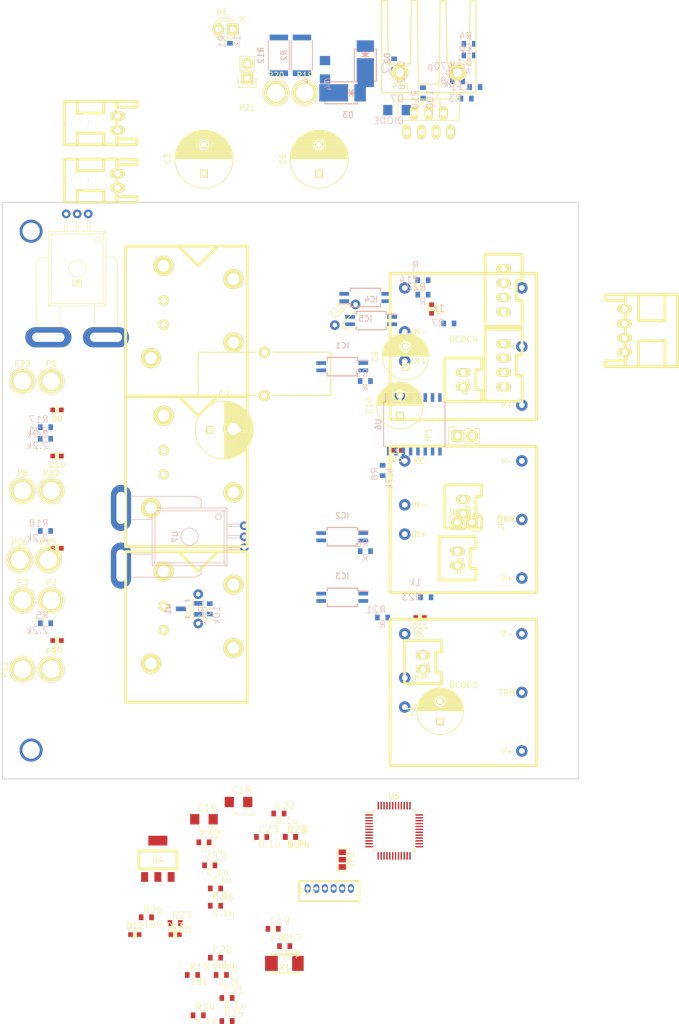
<source format=kicad_pcb>
(kicad_pcb (version 4) (host pcbnew 4.0.5)

  (general
    (links 232)
    (no_connects 230)
    (area -0.075001 -0.075001 100.075001 100.075001)
    (thickness 1.6)
    (drawings 4)
    (tracks 2)
    (zones 0)
    (modules 116)
    (nets 77)
  )

  (page A4)
  (layers
    (0 F.Cu signal)
    (31 B.Cu signal)
    (32 B.Adhes user)
    (33 F.Adhes user)
    (34 B.Paste user)
    (35 F.Paste user)
    (36 B.SilkS user)
    (37 F.SilkS user)
    (38 B.Mask user)
    (39 F.Mask user)
    (40 Dwgs.User user)
    (41 Cmts.User user)
    (42 Eco1.User user)
    (43 Eco2.User user)
    (44 Edge.Cuts user)
    (45 Margin user)
    (46 B.CrtYd user)
    (47 F.CrtYd user)
    (48 B.Fab user)
    (49 F.Fab user)
  )

  (setup
    (last_trace_width 0.25)
    (user_trace_width 0.5)
    (user_trace_width 1)
    (user_trace_width 2)
    (user_trace_width 3)
    (trace_clearance 0.2)
    (zone_clearance 0.35)
    (zone_45_only no)
    (trace_min 0.2)
    (segment_width 0.2)
    (edge_width 0.15)
    (via_size 0.6)
    (via_drill 0.4)
    (via_min_size 0.4)
    (via_min_drill 0.3)
    (user_via 1.5 0.8)
    (user_via 4 3)
    (uvia_size 0.3)
    (uvia_drill 0.1)
    (uvias_allowed no)
    (uvia_min_size 0.2)
    (uvia_min_drill 0.1)
    (pcb_text_width 0.3)
    (pcb_text_size 1.5 1.5)
    (mod_edge_width 0.15)
    (mod_text_size 1 1)
    (mod_text_width 0.15)
    (pad_size 2 2)
    (pad_drill 1)
    (pad_to_mask_clearance 0.2)
    (aux_axis_origin 0 0)
    (visible_elements 7FFDFFFF)
    (pcbplotparams
      (layerselection 0x01000_80000000)
      (usegerberextensions false)
      (excludeedgelayer true)
      (linewidth 0.100000)
      (plotframeref false)
      (viasonmask false)
      (mode 1)
      (useauxorigin false)
      (hpglpennumber 1)
      (hpglpenspeed 20)
      (hpglpendiameter 15)
      (hpglpenoverlay 2)
      (psnegative false)
      (psa4output false)
      (plotreference true)
      (plotvalue true)
      (plotinvisibletext false)
      (padsonsilk false)
      (subtractmaskfromsilk false)
      (outputformat 1)
      (mirror false)
      (drillshape 0)
      (scaleselection 1)
      (outputdirectory ""))
  )

  (net 0 "")
  (net 1 GNDPWR)
  (net 2 +BATT)
  (net 3 "Net-(C3-Pad1)")
  (net 4 "Net-(C5-Pad2)")
  (net 5 /5V)
  (net 6 "Net-(D1-Pad2)")
  (net 7 "Net-(D4-Pad2)")
  (net 8 "Net-(D5-Pad2)")
  (net 9 "Net-(IC2-Pad1)")
  (net 10 "Net-(D3-Pad1)")
  (net 11 "Net-(D8-Pad1)")
  (net 12 "Net-(D8-Pad2)")
  (net 13 "Net-(D9-Pad2)")
  (net 14 "Net-(P20-Pad1)")
  (net 15 /15V)
  (net 16 "Net-(IC1-Pad1)")
  (net 17 "Net-(IC1-Pad3)")
  (net 18 "Net-(Q1-PadG)")
  (net 19 "Net-(D10-Pad1)")
  (net 20 "Net-(D10-Pad2)")
  (net 21 "Net-(D11-Pad2)")
  (net 22 "Net-(IC3-Pad1)")
  (net 23 "Net-(IC4-Pad1)")
  (net 24 /POWER_EN_HIGH)
  (net 25 /POWER_EN_LOW)
  (net 26 "Net-(IC1-Pad4)")
  (net 27 /12V_RasPi)
  (net 28 /12V_CAN)
  (net 29 "Net-(D6-Pad1)")
  (net 30 "Net-(D6-Pad2)")
  (net 31 "Net-(P9-Pad1)")
  (net 32 "Net-(IC5-Pad4)")
  (net 33 "Net-(IC2-Pad3)")
  (net 34 "Net-(IC3-Pad3)")
  (net 35 "Net-(P13-Pad3)")
  (net 36 "Net-(C2-Pad1)")
  (net 37 "Net-(C2-Pad2)")
  (net 38 "Net-(C8-Pad1)")
  (net 39 "Net-(C11-Pad1)")
  (net 40 "Net-(DCDC1-Pad6)")
  (net 41 "Net-(IC5-Pad1)")
  (net 42 "Net-(P21-Pad1)")
  (net 43 "Net-(JP1-Pad2)")
  (net 44 "Net-(JP2-Pad2)")
  (net 45 "Net-(P16-Pad1)")
  (net 46 GND)
  (net 47 /3.3V)
  (net 48 "Net-(C17-Pad1)")
  (net 49 "Net-(C19-Pad1)")
  (net 50 /VBATT)
  (net 51 /V15V)
  (net 52 "Net-(D12-Pad2)")
  (net 53 "Net-(D13-Pad2)")
  (net 54 /LED)
  (net 55 /CAN_H)
  (net 56 /CAN_L)
  (net 57 /NRST)
  (net 58 "Net-(JP3-Pad2)")
  (net 59 /SWDCK)
  (net 60 /SWDIO)
  (net 61 /USART1_TX)
  (net 62 /USART1_RX)
  (net 63 /CAN_VSENSE)
  (net 64 /CAN_RX)
  (net 65 /CAN_TX)
  (net 66 "Net-(C24-Pad1)")
  (net 67 "Net-(C24-Pad2)")
  (net 68 "Net-(C25-Pad1)")
  (net 69 "Net-(C25-Pad2)")
  (net 70 /CS_B)
  (net 71 /CS_A)
  (net 72 "Net-(P25-Pad1)")
  (net 73 "Net-(R28-Pad2)")
  (net 74 "Net-(R29-Pad2)")
  (net 75 /POWER+_B)
  (net 76 /POWER+_A)

  (net_class Default "これは標準のネット クラスです。"
    (clearance 0.2)
    (trace_width 0.25)
    (via_dia 0.6)
    (via_drill 0.4)
    (uvia_dia 0.3)
    (uvia_drill 0.1)
    (add_net +BATT)
    (add_net /12V_CAN)
    (add_net /12V_RasPi)
    (add_net /15V)
    (add_net /3.3V)
    (add_net /5V)
    (add_net /CAN_H)
    (add_net /CAN_L)
    (add_net /CAN_RX)
    (add_net /CAN_TX)
    (add_net /CAN_VSENSE)
    (add_net /CS_A)
    (add_net /CS_B)
    (add_net /LED)
    (add_net /NRST)
    (add_net /POWER+_A)
    (add_net /POWER+_B)
    (add_net /POWER_EN_HIGH)
    (add_net /POWER_EN_LOW)
    (add_net /SWDCK)
    (add_net /SWDIO)
    (add_net /USART1_RX)
    (add_net /USART1_TX)
    (add_net /V15V)
    (add_net /VBATT)
    (add_net GND)
    (add_net GNDPWR)
    (add_net "Net-(C11-Pad1)")
    (add_net "Net-(C17-Pad1)")
    (add_net "Net-(C19-Pad1)")
    (add_net "Net-(C2-Pad1)")
    (add_net "Net-(C2-Pad2)")
    (add_net "Net-(C24-Pad1)")
    (add_net "Net-(C24-Pad2)")
    (add_net "Net-(C25-Pad1)")
    (add_net "Net-(C25-Pad2)")
    (add_net "Net-(C3-Pad1)")
    (add_net "Net-(C5-Pad2)")
    (add_net "Net-(C8-Pad1)")
    (add_net "Net-(D1-Pad2)")
    (add_net "Net-(D10-Pad1)")
    (add_net "Net-(D10-Pad2)")
    (add_net "Net-(D11-Pad2)")
    (add_net "Net-(D12-Pad2)")
    (add_net "Net-(D13-Pad2)")
    (add_net "Net-(D3-Pad1)")
    (add_net "Net-(D4-Pad2)")
    (add_net "Net-(D5-Pad2)")
    (add_net "Net-(D6-Pad1)")
    (add_net "Net-(D6-Pad2)")
    (add_net "Net-(D8-Pad1)")
    (add_net "Net-(D8-Pad2)")
    (add_net "Net-(D9-Pad2)")
    (add_net "Net-(DCDC1-Pad6)")
    (add_net "Net-(IC1-Pad1)")
    (add_net "Net-(IC1-Pad3)")
    (add_net "Net-(IC1-Pad4)")
    (add_net "Net-(IC2-Pad1)")
    (add_net "Net-(IC2-Pad3)")
    (add_net "Net-(IC3-Pad1)")
    (add_net "Net-(IC3-Pad3)")
    (add_net "Net-(IC4-Pad1)")
    (add_net "Net-(IC5-Pad1)")
    (add_net "Net-(IC5-Pad4)")
    (add_net "Net-(JP1-Pad2)")
    (add_net "Net-(JP2-Pad2)")
    (add_net "Net-(JP3-Pad2)")
    (add_net "Net-(P13-Pad3)")
    (add_net "Net-(P16-Pad1)")
    (add_net "Net-(P20-Pad1)")
    (add_net "Net-(P21-Pad1)")
    (add_net "Net-(P25-Pad1)")
    (add_net "Net-(P9-Pad1)")
    (add_net "Net-(Q1-PadG)")
    (add_net "Net-(R28-Pad2)")
    (add_net "Net-(R29-Pad2)")
  )

  (module Relays_ThroughHole:V23076-A3001-D142 (layer F.Cu) (tedit 57049A26) (tstamp 57FCAE45)
    (at 28 37 90)
    (path /57FDEB1C)
    (fp_text reference U1 (at 0 0.5 90) (layer F.SilkS)
      (effects (font (size 1 1) (thickness 0.15)))
    )
    (fp_text value V23076-D3001-D142 (at 0 -0.5 90) (layer F.Fab)
      (effects (font (size 1 1) (thickness 0.15)))
    )
    (fp_line (start 0 6) (end 3.4 9.4) (layer F.SilkS) (width 0.5))
    (fp_line (start 0 6) (end 3.4 2.6) (layer F.SilkS) (width 0.5))
    (fp_line (start -22.7 -6.6) (end -22.7 14.5) (layer F.SilkS) (width 0.5))
    (fp_line (start 3.4 0) (end 3.4 14.5) (layer F.SilkS) (width 0.5))
    (fp_line (start 3.4 14.5) (end -22.7 14.5) (layer F.SilkS) (width 0.5))
    (fp_line (start 3.4 -6.6) (end -22.7 -6.6) (layer F.SilkS) (width 0.5))
    (fp_line (start 3.4 0) (end 3.4 -6.6) (layer F.SilkS) (width 0.5))
    (pad 5 thru_hole circle (at 0 0 90) (size 3.5 3.5) (drill 2) (layers *.Cu *.Mask F.SilkS)
      (net 19 "Net-(D10-Pad1)"))
    (pad 2 thru_hole circle (at -10.2 0 90) (size 1.8 1.8) (drill 1) (layers *.Cu *.Mask F.SilkS)
      (net 24 /POWER_EN_HIGH))
    (pad 1 thru_hole circle (at -6 0 90) (size 1.8 1.8) (drill 1) (layers *.Cu *.Mask F.SilkS)
      (net 25 /POWER_EN_LOW))
    (pad 4 thru_hole circle (at -16 -2.2 90) (size 3.5 3.5) (drill 2) (layers *.Cu *.Mask F.SilkS)
      (net 75 /POWER+_B))
    (pad 4 thru_hole circle (at -2.3 12.1 90) (size 3.5 3.5) (drill 2) (layers *.Cu *.Mask F.SilkS)
      (net 75 /POWER+_B))
    (pad 4 thru_hole circle (at -13.3 12.1 90) (size 3.5 3.5) (drill 2) (layers *.Cu *.Mask F.SilkS)
      (net 75 /POWER+_B))
    (model Relays_ThroughHole.3dshapes/V23076-D3001.wrl
      (at (xyz 0.135 0.26 0))
      (scale (xyz 3.95 3.95 3.95))
      (rotate (xyz 0 0 180))
    )
  )

  (module Relays_ThroughHole:V23076-A3001-D142 (layer F.Cu) (tedit 57049A26) (tstamp 57FCB1B3)
    (at 28 11 90)
    (path /57CFAB0E)
    (fp_text reference U3 (at 0 0.5 90) (layer F.SilkS)
      (effects (font (size 1 1) (thickness 0.15)))
    )
    (fp_text value V23076-D3001-D142 (at 0 -0.5 90) (layer F.Fab)
      (effects (font (size 1 1) (thickness 0.15)))
    )
    (fp_line (start 0 6) (end 3.4 9.4) (layer F.SilkS) (width 0.5))
    (fp_line (start 0 6) (end 3.4 2.6) (layer F.SilkS) (width 0.5))
    (fp_line (start -22.7 -6.6) (end -22.7 14.5) (layer F.SilkS) (width 0.5))
    (fp_line (start 3.4 0) (end 3.4 14.5) (layer F.SilkS) (width 0.5))
    (fp_line (start 3.4 14.5) (end -22.7 14.5) (layer F.SilkS) (width 0.5))
    (fp_line (start 3.4 -6.6) (end -22.7 -6.6) (layer F.SilkS) (width 0.5))
    (fp_line (start 3.4 0) (end 3.4 -6.6) (layer F.SilkS) (width 0.5))
    (pad 5 thru_hole circle (at 0 0 90) (size 3.5 3.5) (drill 2) (layers *.Cu *.Mask F.SilkS)
      (net 11 "Net-(D8-Pad1)"))
    (pad 2 thru_hole circle (at -10.2 0 90) (size 1.8 1.8) (drill 1) (layers *.Cu *.Mask F.SilkS)
      (net 24 /POWER_EN_HIGH))
    (pad 1 thru_hole circle (at -6 0 90) (size 1.8 1.8) (drill 1) (layers *.Cu *.Mask F.SilkS)
      (net 25 /POWER_EN_LOW))
    (pad 4 thru_hole circle (at -16 -2.2 90) (size 3.5 3.5) (drill 2) (layers *.Cu *.Mask F.SilkS)
      (net 75 /POWER+_B))
    (pad 4 thru_hole circle (at -2.3 12.1 90) (size 3.5 3.5) (drill 2) (layers *.Cu *.Mask F.SilkS)
      (net 75 /POWER+_B))
    (pad 4 thru_hole circle (at -13.3 12.1 90) (size 3.5 3.5) (drill 2) (layers *.Cu *.Mask F.SilkS)
      (net 75 /POWER+_B))
    (model Relays_ThroughHole.3dshapes/V23076-D3001.wrl
      (at (xyz 0.135 0.26 0))
      (scale (xyz 3.95 3.95 3.95))
      (rotate (xyz 0 0 180))
    )
  )

  (module RP_KiCAD_Connector:XA_2LC (layer F.Cu) (tedit 5763B232) (tstamp 57FCB086)
    (at 20 -15 270)
    (path /57CFF4A3)
    (fp_text reference P4 (at 0 0.5 270) (layer F.SilkS)
      (effects (font (size 1 1) (thickness 0.15)))
    )
    (fp_text value CONN_01X02 (at 0 -0.5 270) (layer F.Fab)
      (effects (font (size 1 1) (thickness 0.15)))
    )
    (fp_line (start -1.5 -3.4) (end -2.5 -3.4) (layer F.SilkS) (width 0.5))
    (fp_line (start 5 -3.4) (end 4 -3.4) (layer F.SilkS) (width 0.5))
    (fp_line (start 4 -3.4) (end 4 0.1) (layer F.SilkS) (width 0.5))
    (fp_line (start -1.5 -3.4) (end -1.5 0.1) (layer F.SilkS) (width 0.5))
    (fp_line (start 3 2.4) (end 5 2.4) (layer F.SilkS) (width 0.5))
    (fp_line (start -0.5 2.4) (end -2.5 2.4) (layer F.SilkS) (width 0.5))
    (fp_line (start 3 2.4) (end 3 7) (layer F.SilkS) (width 0.5))
    (fp_line (start -0.5 2.4) (end -0.5 7) (layer F.SilkS) (width 0.5))
    (fp_line (start -2.5 0.1) (end 5 0.1) (layer F.SilkS) (width 0.5))
    (fp_line (start -2.5 7) (end 5 7) (layer F.SilkS) (width 0.5))
    (fp_line (start -2.5 9.2) (end 5 9.2) (layer F.SilkS) (width 0.5))
    (fp_line (start 5 -3.4) (end 5 9.2) (layer F.SilkS) (width 0.5))
    (fp_line (start -2.5 -3.4) (end -2.5 9.2) (layer F.SilkS) (width 0.5))
    (pad 1 thru_hole oval (at 0 0 270) (size 1.5 2.5) (drill 1) (layers *.Cu *.Mask F.SilkS)
      (net 15 /15V))
    (pad 2 thru_hole oval (at 2.5 0 270) (size 1.5 2.5) (drill 1) (layers *.Cu *.Mask F.SilkS)
      (net 42 "Net-(P21-Pad1)"))
    (pad "" thru_hole circle (at 1.25 6.5 270) (size 3 3) (drill 3) (layers *.Cu *.Mask F.SilkS)
      (clearance -0.3))
    (model conn_XA/XA_2S.wrl
      (at (xyz 0.05 -0.2 0))
      (scale (xyz 4 4 4))
      (rotate (xyz 0 0 180))
    )
  )

  (module RP_KiCAD_Libs:C3216 (layer B.Cu) (tedit 0) (tstamp 57FCAFAD)
    (at 56 -23 90)
    (descr <b>CAPACITOR</b>)
    (path /57D09215)
    (fp_text reference C4 (at -1.27 1.27 90) (layer B.SilkS)
      (effects (font (size 1.2065 1.2065) (thickness 0.1016)) (justify left bottom mirror))
    )
    (fp_text value 4.7u (at -1.27 -2.54 90) (layer B.SilkS)
      (effects (font (size 1.2065 1.2065) (thickness 0.1016)) (justify left bottom mirror))
    )
    (fp_line (start -0.965 0.787) (end 0.965 0.787) (layer Dwgs.User) (width 0.1016))
    (fp_line (start -0.965 -0.787) (end 0.965 -0.787) (layer Dwgs.User) (width 0.1016))
    (fp_poly (pts (xy -1.7018 -0.8509) (xy -0.9517 -0.8509) (xy -0.9517 0.8491) (xy -1.7018 0.8491)) (layer Dwgs.User) (width 0))
    (fp_poly (pts (xy 0.9517 -0.8491) (xy 1.7018 -0.8491) (xy 1.7018 0.8509) (xy 0.9517 0.8509)) (layer Dwgs.User) (width 0))
    (fp_poly (pts (xy -0.3 -0.5001) (xy 0.3 -0.5001) (xy 0.3 0.5001) (xy -0.3 0.5001)) (layer B.Adhes) (width 0))
    (pad 1 smd rect (at -1.6 0 90) (size 1.6 1.8) (layers B.Cu B.Paste B.Mask)
      (net 3 "Net-(C3-Pad1)"))
    (pad 2 smd rect (at 1.6 0 90) (size 1.6 1.8) (layers B.Cu B.Paste B.Mask)
      (net 1 GNDPWR))
    (model Resistors_SMD.3dshapes/R_1206.wrl
      (at (xyz 0 0 0))
      (scale (xyz 1 1 1))
      (rotate (xyz 0 0 0))
    )
  )

  (module RP_KiCAD_Libs:C1608_WP (layer B.Cu) (tedit 57C3E677) (tstamp 57FCAFB3)
    (at 81 -25.5 180)
    (descr <b>CAPACITOR</b>)
    (path /57D046F4)
    (fp_text reference C5 (at -0.635 0.635 180) (layer B.SilkS)
      (effects (font (size 1.2065 1.2065) (thickness 0.1016)) (justify left bottom mirror))
    )
    (fp_text value 0.1u (at -0.635 -1.905 180) (layer B.SilkS)
      (effects (font (size 1.2065 1.2065) (thickness 0.1016)) (justify left bottom mirror))
    )
    (fp_line (start -0.356 0.432) (end 0.356 0.432) (layer Dwgs.User) (width 0.1016))
    (fp_line (start -0.356 -0.419) (end 0.356 -0.419) (layer Dwgs.User) (width 0.1016))
    (fp_poly (pts (xy -0.8382 -0.4699) (xy -0.3381 -0.4699) (xy -0.3381 0.4801) (xy -0.8382 0.4801)) (layer Dwgs.User) (width 0))
    (fp_poly (pts (xy 0.3302 -0.4699) (xy 0.8303 -0.4699) (xy 0.8303 0.4801) (xy 0.3302 0.4801)) (layer Dwgs.User) (width 0))
    (fp_poly (pts (xy -0.1999 -0.3) (xy 0.1999 -0.3) (xy 0.1999 0.3) (xy -0.1999 0.3)) (layer B.Adhes) (width 0))
    (pad 1 smd rect (at -0.9 0 180) (size 0.8 1) (layers B.Cu B.Paste B.Mask)
      (net 1 GNDPWR))
    (pad 2 smd rect (at 0.9 0 180) (size 0.8 1) (layers B.Cu B.Paste B.Mask)
      (net 4 "Net-(C5-Pad2)"))
    (model Resistors_SMD.3dshapes/R_0603.wrl
      (at (xyz 0 0 0))
      (scale (xyz 1 1 1))
      (rotate (xyz 0 0 0))
    )
  )

  (module Capacitors_ThroughHole:C_Radial_D10_L20_P5 (layer F.Cu) (tedit 0) (tstamp 57FCAFBF)
    (at 36 39.5)
    (descr "Radial Electrolytic Capacitor Diameter 10mm x Length 20mm, Pitch 5mm")
    (tags "Electrolytic Capacitor")
    (path /57CFF505)
    (fp_text reference C7 (at 2.5 -6.3) (layer F.SilkS)
      (effects (font (size 1 1) (thickness 0.15)))
    )
    (fp_text value 1000u (at 2.5 6.3) (layer F.Fab)
      (effects (font (size 1 1) (thickness 0.15)))
    )
    (fp_line (start 2.575 -4.999) (end 2.575 4.999) (layer F.SilkS) (width 0.15))
    (fp_line (start 2.715 -4.995) (end 2.715 4.995) (layer F.SilkS) (width 0.15))
    (fp_line (start 2.855 -4.987) (end 2.855 4.987) (layer F.SilkS) (width 0.15))
    (fp_line (start 2.995 -4.975) (end 2.995 4.975) (layer F.SilkS) (width 0.15))
    (fp_line (start 3.135 -4.96) (end 3.135 4.96) (layer F.SilkS) (width 0.15))
    (fp_line (start 3.275 -4.94) (end 3.275 4.94) (layer F.SilkS) (width 0.15))
    (fp_line (start 3.415 -4.916) (end 3.415 4.916) (layer F.SilkS) (width 0.15))
    (fp_line (start 3.555 -4.887) (end 3.555 4.887) (layer F.SilkS) (width 0.15))
    (fp_line (start 3.695 -4.855) (end 3.695 4.855) (layer F.SilkS) (width 0.15))
    (fp_line (start 3.835 -4.818) (end 3.835 4.818) (layer F.SilkS) (width 0.15))
    (fp_line (start 3.975 -4.777) (end 3.975 4.777) (layer F.SilkS) (width 0.15))
    (fp_line (start 4.115 -4.732) (end 4.115 -0.466) (layer F.SilkS) (width 0.15))
    (fp_line (start 4.115 0.466) (end 4.115 4.732) (layer F.SilkS) (width 0.15))
    (fp_line (start 4.255 -4.682) (end 4.255 -0.667) (layer F.SilkS) (width 0.15))
    (fp_line (start 4.255 0.667) (end 4.255 4.682) (layer F.SilkS) (width 0.15))
    (fp_line (start 4.395 -4.627) (end 4.395 -0.796) (layer F.SilkS) (width 0.15))
    (fp_line (start 4.395 0.796) (end 4.395 4.627) (layer F.SilkS) (width 0.15))
    (fp_line (start 4.535 -4.567) (end 4.535 -0.885) (layer F.SilkS) (width 0.15))
    (fp_line (start 4.535 0.885) (end 4.535 4.567) (layer F.SilkS) (width 0.15))
    (fp_line (start 4.675 -4.502) (end 4.675 -0.946) (layer F.SilkS) (width 0.15))
    (fp_line (start 4.675 0.946) (end 4.675 4.502) (layer F.SilkS) (width 0.15))
    (fp_line (start 4.815 -4.432) (end 4.815 -0.983) (layer F.SilkS) (width 0.15))
    (fp_line (start 4.815 0.983) (end 4.815 4.432) (layer F.SilkS) (width 0.15))
    (fp_line (start 4.955 -4.356) (end 4.955 -0.999) (layer F.SilkS) (width 0.15))
    (fp_line (start 4.955 0.999) (end 4.955 4.356) (layer F.SilkS) (width 0.15))
    (fp_line (start 5.095 -4.274) (end 5.095 -0.995) (layer F.SilkS) (width 0.15))
    (fp_line (start 5.095 0.995) (end 5.095 4.274) (layer F.SilkS) (width 0.15))
    (fp_line (start 5.235 -4.186) (end 5.235 -0.972) (layer F.SilkS) (width 0.15))
    (fp_line (start 5.235 0.972) (end 5.235 4.186) (layer F.SilkS) (width 0.15))
    (fp_line (start 5.375 -4.091) (end 5.375 -0.927) (layer F.SilkS) (width 0.15))
    (fp_line (start 5.375 0.927) (end 5.375 4.091) (layer F.SilkS) (width 0.15))
    (fp_line (start 5.515 -3.989) (end 5.515 -0.857) (layer F.SilkS) (width 0.15))
    (fp_line (start 5.515 0.857) (end 5.515 3.989) (layer F.SilkS) (width 0.15))
    (fp_line (start 5.655 -3.879) (end 5.655 -0.756) (layer F.SilkS) (width 0.15))
    (fp_line (start 5.655 0.756) (end 5.655 3.879) (layer F.SilkS) (width 0.15))
    (fp_line (start 5.795 -3.761) (end 5.795 -0.607) (layer F.SilkS) (width 0.15))
    (fp_line (start 5.795 0.607) (end 5.795 3.761) (layer F.SilkS) (width 0.15))
    (fp_line (start 5.935 -3.633) (end 5.935 -0.355) (layer F.SilkS) (width 0.15))
    (fp_line (start 5.935 0.355) (end 5.935 3.633) (layer F.SilkS) (width 0.15))
    (fp_line (start 6.075 -3.496) (end 6.075 3.496) (layer F.SilkS) (width 0.15))
    (fp_line (start 6.215 -3.346) (end 6.215 3.346) (layer F.SilkS) (width 0.15))
    (fp_line (start 6.355 -3.184) (end 6.355 3.184) (layer F.SilkS) (width 0.15))
    (fp_line (start 6.495 -3.007) (end 6.495 3.007) (layer F.SilkS) (width 0.15))
    (fp_line (start 6.635 -2.811) (end 6.635 2.811) (layer F.SilkS) (width 0.15))
    (fp_line (start 6.775 -2.593) (end 6.775 2.593) (layer F.SilkS) (width 0.15))
    (fp_line (start 6.915 -2.347) (end 6.915 2.347) (layer F.SilkS) (width 0.15))
    (fp_line (start 7.055 -2.062) (end 7.055 2.062) (layer F.SilkS) (width 0.15))
    (fp_line (start 7.195 -1.72) (end 7.195 1.72) (layer F.SilkS) (width 0.15))
    (fp_line (start 7.335 -1.274) (end 7.335 1.274) (layer F.SilkS) (width 0.15))
    (fp_line (start 7.475 -0.499) (end 7.475 0.499) (layer F.SilkS) (width 0.15))
    (fp_circle (center 5 0) (end 5 -1) (layer F.SilkS) (width 0.15))
    (fp_circle (center 2.5 0) (end 2.5 -5.0375) (layer F.SilkS) (width 0.15))
    (fp_circle (center 2.5 0) (end 2.5 -5.3) (layer F.CrtYd) (width 0.05))
    (pad 1 thru_hole rect (at 0 0) (size 1.3 1.3) (drill 0.8) (layers *.Cu *.Mask F.SilkS)
      (net 15 /15V))
    (pad 2 thru_hole circle (at 5 0) (size 1.3 1.3) (drill 0.8) (layers *.Cu *.Mask F.SilkS)
      (net 1 GNDPWR))
    (model Capacitors_ThroughHole.3dshapes/C_Radial_D10_L20_P5.wrl
      (at (xyz 0 0 0))
      (scale (xyz 1 1 1))
      (rotate (xyz 0 0 0))
    )
  )

  (module LEDs:LED-3MM (layer F.Cu) (tedit 559B82F6) (tstamp 57FCAFD7)
    (at 40 -30 180)
    (descr "LED 3mm round vertical")
    (tags "LED  3mm round vertical")
    (path /57CFCFA2)
    (fp_text reference D1 (at 1.91 3.06 180) (layer F.SilkS)
      (effects (font (size 1 1) (thickness 0.15)))
    )
    (fp_text value LED (at 1.3 -2.9 180) (layer F.Fab)
      (effects (font (size 1 1) (thickness 0.15)))
    )
    (fp_line (start -1.2 2.3) (end 3.8 2.3) (layer F.CrtYd) (width 0.05))
    (fp_line (start 3.8 2.3) (end 3.8 -2.2) (layer F.CrtYd) (width 0.05))
    (fp_line (start 3.8 -2.2) (end -1.2 -2.2) (layer F.CrtYd) (width 0.05))
    (fp_line (start -1.2 -2.2) (end -1.2 2.3) (layer F.CrtYd) (width 0.05))
    (fp_line (start -0.199 1.314) (end -0.199 1.114) (layer F.SilkS) (width 0.15))
    (fp_line (start -0.199 -1.28) (end -0.199 -1.1) (layer F.SilkS) (width 0.15))
    (fp_arc (start 1.301 0.034) (end -0.199 -1.286) (angle 108.5) (layer F.SilkS) (width 0.15))
    (fp_arc (start 1.301 0.034) (end 0.25 -1.1) (angle 85.7) (layer F.SilkS) (width 0.15))
    (fp_arc (start 1.311 0.034) (end 3.051 0.994) (angle 110) (layer F.SilkS) (width 0.15))
    (fp_arc (start 1.301 0.034) (end 2.335 1.094) (angle 87.5) (layer F.SilkS) (width 0.15))
    (fp_text user K (at -1.69 1.74 180) (layer F.SilkS)
      (effects (font (size 1 1) (thickness 0.15)))
    )
    (pad 1 thru_hole rect (at 0 0 270) (size 2 2) (drill 1.00076) (layers *.Cu *.Mask F.SilkS)
      (net 15 /15V))
    (pad 2 thru_hole circle (at 2.54 0 180) (size 2 2) (drill 1.00076) (layers *.Cu *.Mask F.SilkS)
      (net 6 "Net-(D1-Pad2)"))
    (model LEDs.3dshapes/LED-3MM.wrl
      (at (xyz 0.05 0 0))
      (scale (xyz 1 1 1))
      (rotate (xyz 0 0 90))
    )
  )

  (module Connect:1pin (layer F.Cu) (tedit 0) (tstamp 57FCB075)
    (at 8.5 31)
    (descr "module 1 pin (ou trou mecanique de percage)")
    (tags DEV)
    (path /57FE580E)
    (fp_text reference P1 (at 0 -3.048) (layer F.SilkS)
      (effects (font (size 1 1) (thickness 0.15)))
    )
    (fp_text value CONN_01X01 (at 0 2.794) (layer F.Fab)
      (effects (font (size 1 1) (thickness 0.15)))
    )
    (fp_circle (center 0 0) (end 0 -2.286) (layer F.SilkS) (width 0.15))
    (pad 1 thru_hole circle (at 0 0) (size 4.064 4.064) (drill 3.048) (layers *.Cu *.Mask F.SilkS)
      (net 11 "Net-(D8-Pad1)"))
  )

  (module RP_KiCAD_Connector:XA_2LC (layer F.Cu) (tedit 5763B232) (tstamp 57FCB08D)
    (at 20 -5 270)
    (path /57CFF430)
    (fp_text reference P5 (at 0 0.5 270) (layer F.SilkS)
      (effects (font (size 1 1) (thickness 0.15)))
    )
    (fp_text value CONN_01X02 (at 0 -0.5 270) (layer F.Fab)
      (effects (font (size 1 1) (thickness 0.15)))
    )
    (fp_line (start -1.5 -3.4) (end -2.5 -3.4) (layer F.SilkS) (width 0.5))
    (fp_line (start 5 -3.4) (end 4 -3.4) (layer F.SilkS) (width 0.5))
    (fp_line (start 4 -3.4) (end 4 0.1) (layer F.SilkS) (width 0.5))
    (fp_line (start -1.5 -3.4) (end -1.5 0.1) (layer F.SilkS) (width 0.5))
    (fp_line (start 3 2.4) (end 5 2.4) (layer F.SilkS) (width 0.5))
    (fp_line (start -0.5 2.4) (end -2.5 2.4) (layer F.SilkS) (width 0.5))
    (fp_line (start 3 2.4) (end 3 7) (layer F.SilkS) (width 0.5))
    (fp_line (start -0.5 2.4) (end -0.5 7) (layer F.SilkS) (width 0.5))
    (fp_line (start -2.5 0.1) (end 5 0.1) (layer F.SilkS) (width 0.5))
    (fp_line (start -2.5 7) (end 5 7) (layer F.SilkS) (width 0.5))
    (fp_line (start -2.5 9.2) (end 5 9.2) (layer F.SilkS) (width 0.5))
    (fp_line (start 5 -3.4) (end 5 9.2) (layer F.SilkS) (width 0.5))
    (fp_line (start -2.5 -3.4) (end -2.5 9.2) (layer F.SilkS) (width 0.5))
    (pad 1 thru_hole oval (at 0 0 270) (size 1.5 2.5) (drill 1) (layers *.Cu *.Mask F.SilkS)
      (net 42 "Net-(P21-Pad1)"))
    (pad 2 thru_hole oval (at 2.5 0 270) (size 1.5 2.5) (drill 1) (layers *.Cu *.Mask F.SilkS)
      (net 24 /POWER_EN_HIGH))
    (pad "" thru_hole circle (at 1.25 6.5 270) (size 3 3) (drill 3) (layers *.Cu *.Mask F.SilkS)
      (clearance -0.3))
    (model conn_XA/XA_2S.wrl
      (at (xyz 0.05 -0.2 0))
      (scale (xyz 4 4 4))
      (rotate (xyz 0 0 180))
    )
  )

  (module Connect:1pin (layer F.Cu) (tedit 0) (tstamp 57FCB0A4)
    (at 3.5 50)
    (descr "module 1 pin (ou trou mecanique de percage)")
    (tags DEV)
    (path /57FE6796)
    (fp_text reference P8 (at 0 -3.048) (layer F.SilkS)
      (effects (font (size 1 1) (thickness 0.15)))
    )
    (fp_text value CONN_01X01 (at 0 2.794) (layer F.Fab)
      (effects (font (size 1 1) (thickness 0.15)))
    )
    (fp_circle (center 0 0) (end 0 -2.286) (layer F.SilkS) (width 0.15))
    (pad 1 thru_hole circle (at 0 0) (size 4.064 4.064) (drill 3.048) (layers *.Cu *.Mask F.SilkS)
      (net 1 GNDPWR))
  )

  (module Connect:1pin (layer F.Cu) (tedit 0) (tstamp 57FCB0E3)
    (at 52.5 -19)
    (descr "module 1 pin (ou trou mecanique de percage)")
    (tags DEV)
    (path /57DA53F6)
    (fp_text reference P19 (at 0 -3.048) (layer F.SilkS)
      (effects (font (size 1 1) (thickness 0.15)))
    )
    (fp_text value CONN_01X01 (at 0 2.794) (layer F.Fab)
      (effects (font (size 1 1) (thickness 0.15)))
    )
    (fp_circle (center 0 0) (end 0 -2.286) (layer F.SilkS) (width 0.15))
    (pad 1 thru_hole circle (at 0 0) (size 4.064 4.064) (drill 3.048) (layers *.Cu *.Mask F.SilkS)
      (net 10 "Net-(D3-Pad1)"))
  )

  (module Connect:1pin (layer F.Cu) (tedit 0) (tstamp 57FCB0E8)
    (at 47.5 -19)
    (descr "module 1 pin (ou trou mecanique de percage)")
    (tags DEV)
    (path /57DA5871)
    (fp_text reference P20 (at 0 -3.048) (layer F.SilkS)
      (effects (font (size 1 1) (thickness 0.15)))
    )
    (fp_text value CONN_01X01 (at 0 2.794) (layer F.Fab)
      (effects (font (size 1 1) (thickness 0.15)))
    )
    (fp_circle (center 0 0) (end 0 -2.286) (layer F.SilkS) (width 0.15))
    (pad 1 thru_hole circle (at 0 0) (size 4.064 4.064) (drill 3.048) (layers *.Cu *.Mask F.SilkS)
      (net 14 "Net-(P20-Pad1)"))
  )

  (module Pin_Headers:Pin_Header_Straight_1x02 (layer F.Cu) (tedit 54EA090C) (tstamp 57FCB0EE)
    (at 42.5 -21.5 180)
    (descr "Through hole pin header")
    (tags "pin header")
    (path /57DBF6F3)
    (fp_text reference P21 (at 0 -5.1 180) (layer F.SilkS)
      (effects (font (size 1 1) (thickness 0.15)))
    )
    (fp_text value CONN_01X02 (at 0 -3.1 180) (layer F.Fab)
      (effects (font (size 1 1) (thickness 0.15)))
    )
    (fp_line (start 1.27 1.27) (end 1.27 3.81) (layer F.SilkS) (width 0.15))
    (fp_line (start 1.55 -1.55) (end 1.55 0) (layer F.SilkS) (width 0.15))
    (fp_line (start -1.75 -1.75) (end -1.75 4.3) (layer F.CrtYd) (width 0.05))
    (fp_line (start 1.75 -1.75) (end 1.75 4.3) (layer F.CrtYd) (width 0.05))
    (fp_line (start -1.75 -1.75) (end 1.75 -1.75) (layer F.CrtYd) (width 0.05))
    (fp_line (start -1.75 4.3) (end 1.75 4.3) (layer F.CrtYd) (width 0.05))
    (fp_line (start 1.27 1.27) (end -1.27 1.27) (layer F.SilkS) (width 0.15))
    (fp_line (start -1.55 0) (end -1.55 -1.55) (layer F.SilkS) (width 0.15))
    (fp_line (start -1.55 -1.55) (end 1.55 -1.55) (layer F.SilkS) (width 0.15))
    (fp_line (start -1.27 1.27) (end -1.27 3.81) (layer F.SilkS) (width 0.15))
    (fp_line (start -1.27 3.81) (end 1.27 3.81) (layer F.SilkS) (width 0.15))
    (pad 1 thru_hole rect (at 0 0 180) (size 2.032 2.032) (drill 1.016) (layers *.Cu *.Mask F.SilkS)
      (net 42 "Net-(P21-Pad1)"))
    (pad 2 thru_hole oval (at 0 2.54 180) (size 2.032 2.032) (drill 1.016) (layers *.Cu *.Mask F.SilkS)
      (net 15 /15V))
    (model Pin_Headers.3dshapes/Pin_Header_Straight_1x02.wrl
      (at (xyz 0 -0.05 0))
      (scale (xyz 1 1 1))
      (rotate (xyz 0 0 90))
    )
  )

  (module Connect:1pin (layer F.Cu) (tedit 0) (tstamp 57FCB0F3)
    (at 8.5 50)
    (descr "module 1 pin (ou trou mecanique de percage)")
    (tags DEV)
    (path /57FE4D21)
    (fp_text reference P22 (at 0 -3.048) (layer F.SilkS)
      (effects (font (size 1 1) (thickness 0.15)))
    )
    (fp_text value CONN_01X01 (at 0 2.794) (layer F.Fab)
      (effects (font (size 1 1) (thickness 0.15)))
    )
    (fp_circle (center 0 0) (end 0 -2.286) (layer F.SilkS) (width 0.15))
    (pad 1 thru_hole circle (at 0 0) (size 4.064 4.064) (drill 3.048) (layers *.Cu *.Mask F.SilkS)
      (net 19 "Net-(D10-Pad1)"))
  )

  (module Connect:1pin (layer F.Cu) (tedit 0) (tstamp 57FCB0F8)
    (at 3.5 31)
    (descr "module 1 pin (ou trou mecanique de percage)")
    (tags DEV)
    (path /57FE4F2C)
    (fp_text reference P23 (at 0 -3.048) (layer F.SilkS)
      (effects (font (size 1 1) (thickness 0.15)))
    )
    (fp_text value CONN_01X01 (at 0 2.794) (layer F.Fab)
      (effects (font (size 1 1) (thickness 0.15)))
    )
    (fp_circle (center 0 0) (end 0 -2.286) (layer F.SilkS) (width 0.15))
    (pad 1 thru_hole circle (at 0 0) (size 4.064 4.064) (drill 3.048) (layers *.Cu *.Mask F.SilkS)
      (net 1 GNDPWR))
  )

  (module Connect:1pin (layer F.Cu) (tedit 0) (tstamp 57FCB102)
    (at 8 62)
    (descr "module 1 pin (ou trou mecanique de percage)")
    (tags DEV)
    (path /57FE3DD0)
    (fp_text reference P25 (at 0 -3.048) (layer F.SilkS)
      (effects (font (size 1 1) (thickness 0.15)))
    )
    (fp_text value CONN_01X01 (at 0 2.794) (layer F.Fab)
      (effects (font (size 1 1) (thickness 0.15)))
    )
    (fp_circle (center 0 0) (end 0 -2.286) (layer F.SilkS) (width 0.15))
    (pad 1 thru_hole circle (at 0 0) (size 4.064 4.064) (drill 3.048) (layers *.Cu *.Mask F.SilkS)
      (net 72 "Net-(P25-Pad1)"))
  )

  (module Connect:1pin (layer F.Cu) (tedit 0) (tstamp 57FCB107)
    (at 3 62)
    (descr "module 1 pin (ou trou mecanique de percage)")
    (tags DEV)
    (path /57FE40CB)
    (fp_text reference P26 (at 0 -3.048) (layer F.SilkS)
      (effects (font (size 1 1) (thickness 0.15)))
    )
    (fp_text value CONN_01X01 (at 0 2.794) (layer F.Fab)
      (effects (font (size 1 1) (thickness 0.15)))
    )
    (fp_circle (center 0 0) (end 0 -2.286) (layer F.SilkS) (width 0.15))
    (pad 1 thru_hole circle (at 0 0) (size 4.064 4.064) (drill 3.048) (layers *.Cu *.Mask F.SilkS)
      (net 1 GNDPWR))
  )

  (module RP_KiCAD_Libs:C1608_WP (layer B.Cu) (tedit 57C3E677) (tstamp 57FCB125)
    (at 39.5 -28.5 270)
    (descr <b>CAPACITOR</b>)
    (path /57CFCFA8)
    (fp_text reference R1 (at -0.635 0.635 270) (layer B.SilkS)
      (effects (font (size 1.2065 1.2065) (thickness 0.1016)) (justify left bottom mirror))
    )
    (fp_text value 1k (at -0.635 -1.905 270) (layer B.SilkS)
      (effects (font (size 1.2065 1.2065) (thickness 0.1016)) (justify left bottom mirror))
    )
    (fp_line (start -0.356 0.432) (end 0.356 0.432) (layer Dwgs.User) (width 0.1016))
    (fp_line (start -0.356 -0.419) (end 0.356 -0.419) (layer Dwgs.User) (width 0.1016))
    (fp_poly (pts (xy -0.8382 -0.4699) (xy -0.3381 -0.4699) (xy -0.3381 0.4801) (xy -0.8382 0.4801)) (layer Dwgs.User) (width 0))
    (fp_poly (pts (xy 0.3302 -0.4699) (xy 0.8303 -0.4699) (xy 0.8303 0.4801) (xy 0.3302 0.4801)) (layer Dwgs.User) (width 0))
    (fp_poly (pts (xy -0.1999 -0.3) (xy 0.1999 -0.3) (xy 0.1999 0.3) (xy -0.1999 0.3)) (layer B.Adhes) (width 0))
    (pad 1 smd rect (at -0.9 0 270) (size 0.8 1) (layers B.Cu B.Paste B.Mask)
      (net 6 "Net-(D1-Pad2)"))
    (pad 2 smd rect (at 0.9 0 270) (size 0.8 1) (layers B.Cu B.Paste B.Mask)
      (net 1 GNDPWR))
    (model Resistors_SMD.3dshapes/R_0603.wrl
      (at (xyz 0 0 0))
      (scale (xyz 1 1 1))
      (rotate (xyz 0 0 0))
    )
  )

  (module Resistors_SMD:R_2512 (layer B.Cu) (tedit 5415D3E2) (tstamp 57FCB12B)
    (at 52 -25.5 270)
    (descr "Resistor SMD 2512, reflow soldering, Vishay (see dcrcw.pdf)")
    (tags "resistor 2512")
    (path /57D737B9)
    (attr smd)
    (fp_text reference R2 (at 0 3.1 270) (layer B.SilkS)
      (effects (font (size 1 1) (thickness 0.15)) (justify mirror))
    )
    (fp_text value 8.2 (at 0 -3.1 270) (layer B.Fab)
      (effects (font (size 1 1) (thickness 0.15)) (justify mirror))
    )
    (fp_line (start -3.9 1.95) (end 3.9 1.95) (layer B.CrtYd) (width 0.05))
    (fp_line (start -3.9 -1.95) (end 3.9 -1.95) (layer B.CrtYd) (width 0.05))
    (fp_line (start -3.9 1.95) (end -3.9 -1.95) (layer B.CrtYd) (width 0.05))
    (fp_line (start 3.9 1.95) (end 3.9 -1.95) (layer B.CrtYd) (width 0.05))
    (fp_line (start 2.6 -1.825) (end -2.6 -1.825) (layer B.SilkS) (width 0.15))
    (fp_line (start -2.6 1.825) (end 2.6 1.825) (layer B.SilkS) (width 0.15))
    (pad 1 smd rect (at -3.1 0 270) (size 1 3.2) (layers B.Cu B.Paste B.Mask)
      (net 3 "Net-(C3-Pad1)"))
    (pad 2 smd rect (at 3.1 0 270) (size 1 3.2) (layers B.Cu B.Paste B.Mask)
      (net 14 "Net-(P20-Pad1)"))
    (model Resistors_SMD.3dshapes/R_2512.wrl
      (at (xyz 0 0 0))
      (scale (xyz 1 1 1))
      (rotate (xyz 0 0 0))
    )
  )

  (module RP_KiCAD_Libs:C1608_WP (layer B.Cu) (tedit 57C3E677) (tstamp 57FCB143)
    (at 63 60.5 180)
    (descr <b>CAPACITOR</b>)
    (path /57D276BA)
    (fp_text reference R6 (at -0.635 0.635 180) (layer B.SilkS)
      (effects (font (size 1.2065 1.2065) (thickness 0.1016)) (justify left bottom mirror))
    )
    (fp_text value R (at -0.635 -1.905 180) (layer B.SilkS)
      (effects (font (size 1.2065 1.2065) (thickness 0.1016)) (justify left bottom mirror))
    )
    (fp_line (start -0.356 0.432) (end 0.356 0.432) (layer Dwgs.User) (width 0.1016))
    (fp_line (start -0.356 -0.419) (end 0.356 -0.419) (layer Dwgs.User) (width 0.1016))
    (fp_poly (pts (xy -0.8382 -0.4699) (xy -0.3381 -0.4699) (xy -0.3381 0.4801) (xy -0.8382 0.4801)) (layer Dwgs.User) (width 0))
    (fp_poly (pts (xy 0.3302 -0.4699) (xy 0.8303 -0.4699) (xy 0.8303 0.4801) (xy 0.3302 0.4801)) (layer Dwgs.User) (width 0))
    (fp_poly (pts (xy -0.1999 -0.3) (xy 0.1999 -0.3) (xy 0.1999 0.3) (xy -0.1999 0.3)) (layer B.Adhes) (width 0))
    (pad 1 smd rect (at -0.9 0 180) (size 0.8 1) (layers B.Cu B.Paste B.Mask)
      (net 28 /12V_CAN))
    (pad 2 smd rect (at 0.9 0 180) (size 0.8 1) (layers B.Cu B.Paste B.Mask)
      (net 9 "Net-(IC2-Pad1)"))
    (model Resistors_SMD.3dshapes/R_0603.wrl
      (at (xyz 0 0 0))
      (scale (xyz 1 1 1))
      (rotate (xyz 0 0 0))
    )
  )

  (module RP_KiCAD_Libs:C1608_WP (layer B.Cu) (tedit 57C3E677) (tstamp 57FCB149)
    (at 77.5 21)
    (descr <b>CAPACITOR</b>)
    (path /57CFC012)
    (fp_text reference R7 (at -0.635 0.635) (layer B.SilkS)
      (effects (font (size 1.2065 1.2065) (thickness 0.1016)) (justify left bottom mirror))
    )
    (fp_text value 1k (at -0.635 -1.905) (layer B.SilkS)
      (effects (font (size 1.2065 1.2065) (thickness 0.1016)) (justify left bottom mirror))
    )
    (fp_line (start -0.356 0.432) (end 0.356 0.432) (layer Dwgs.User) (width 0.1016))
    (fp_line (start -0.356 -0.419) (end 0.356 -0.419) (layer Dwgs.User) (width 0.1016))
    (fp_poly (pts (xy -0.8382 -0.4699) (xy -0.3381 -0.4699) (xy -0.3381 0.4801) (xy -0.8382 0.4801)) (layer Dwgs.User) (width 0))
    (fp_poly (pts (xy 0.3302 -0.4699) (xy 0.8303 -0.4699) (xy 0.8303 0.4801) (xy 0.3302 0.4801)) (layer Dwgs.User) (width 0))
    (fp_poly (pts (xy -0.1999 -0.3) (xy 0.1999 -0.3) (xy 0.1999 0.3) (xy -0.1999 0.3)) (layer B.Adhes) (width 0))
    (pad 1 smd rect (at -0.9 0) (size 0.8 1) (layers B.Cu B.Paste B.Mask)
      (net 7 "Net-(D4-Pad2)"))
    (pad 2 smd rect (at 0.9 0) (size 0.8 1) (layers B.Cu B.Paste B.Mask)
      (net 46 GND))
    (model Resistors_SMD.3dshapes/R_0603.wrl
      (at (xyz 0 0 0))
      (scale (xyz 1 1 1))
      (rotate (xyz 0 0 0))
    )
  )

  (module RP_KiCAD_Libs:C1608_WP (layer B.Cu) (tedit 57C3E677) (tstamp 57FCB14F)
    (at 66 46.5 270)
    (descr <b>CAPACITOR</b>)
    (path /57CFC051)
    (fp_text reference R8 (at -0.635 0.635 270) (layer B.SilkS)
      (effects (font (size 1.2065 1.2065) (thickness 0.1016)) (justify left bottom mirror))
    )
    (fp_text value 4.7k (at -0.635 -1.905 270) (layer B.SilkS)
      (effects (font (size 1.2065 1.2065) (thickness 0.1016)) (justify left bottom mirror))
    )
    (fp_line (start -0.356 0.432) (end 0.356 0.432) (layer Dwgs.User) (width 0.1016))
    (fp_line (start -0.356 -0.419) (end 0.356 -0.419) (layer Dwgs.User) (width 0.1016))
    (fp_poly (pts (xy -0.8382 -0.4699) (xy -0.3381 -0.4699) (xy -0.3381 0.4801) (xy -0.8382 0.4801)) (layer Dwgs.User) (width 0))
    (fp_poly (pts (xy 0.3302 -0.4699) (xy 0.8303 -0.4699) (xy 0.8303 0.4801) (xy 0.3302 0.4801)) (layer Dwgs.User) (width 0))
    (fp_poly (pts (xy -0.1999 -0.3) (xy 0.1999 -0.3) (xy 0.1999 0.3) (xy -0.1999 0.3)) (layer B.Adhes) (width 0))
    (pad 1 smd rect (at -0.9 0 270) (size 0.8 1) (layers B.Cu B.Paste B.Mask)
      (net 8 "Net-(D5-Pad2)"))
    (pad 2 smd rect (at 0.9 0 270) (size 0.8 1) (layers B.Cu B.Paste B.Mask)
      (net 46 GND))
    (model Resistors_SMD.3dshapes/R_0603.wrl
      (at (xyz 0 0 0))
      (scale (xyz 1 1 1))
      (rotate (xyz 0 0 0))
    )
  )

  (module RP_KiCAD_Libs:C1608_WP (layer B.Cu) (tedit 57C3E677) (tstamp 57FCB155)
    (at 63 31 180)
    (descr <b>CAPACITOR</b>)
    (path /57DBDDAA)
    (fp_text reference R9 (at -0.635 0.635 180) (layer B.SilkS)
      (effects (font (size 1.2065 1.2065) (thickness 0.1016)) (justify left bottom mirror))
    )
    (fp_text value R (at -0.635 -1.905 180) (layer B.SilkS)
      (effects (font (size 1.2065 1.2065) (thickness 0.1016)) (justify left bottom mirror))
    )
    (fp_line (start -0.356 0.432) (end 0.356 0.432) (layer Dwgs.User) (width 0.1016))
    (fp_line (start -0.356 -0.419) (end 0.356 -0.419) (layer Dwgs.User) (width 0.1016))
    (fp_poly (pts (xy -0.8382 -0.4699) (xy -0.3381 -0.4699) (xy -0.3381 0.4801) (xy -0.8382 0.4801)) (layer Dwgs.User) (width 0))
    (fp_poly (pts (xy 0.3302 -0.4699) (xy 0.8303 -0.4699) (xy 0.8303 0.4801) (xy 0.3302 0.4801)) (layer Dwgs.User) (width 0))
    (fp_poly (pts (xy -0.1999 -0.3) (xy 0.1999 -0.3) (xy 0.1999 0.3) (xy -0.1999 0.3)) (layer B.Adhes) (width 0))
    (pad 1 smd rect (at -0.9 0 180) (size 0.8 1) (layers B.Cu B.Paste B.Mask)
      (net 5 /5V))
    (pad 2 smd rect (at 0.9 0 180) (size 0.8 1) (layers B.Cu B.Paste B.Mask)
      (net 16 "Net-(IC1-Pad1)"))
    (model Resistors_SMD.3dshapes/R_0603.wrl
      (at (xyz 0 0 0))
      (scale (xyz 1 1 1))
      (rotate (xyz 0 0 0))
    )
  )

  (module RP_KiCAD_Libs:C1608_WP (layer B.Cu) (tedit 57C3E677) (tstamp 57FCB161)
    (at 36 70.5 270)
    (descr <b>CAPACITOR</b>)
    (path /57DC0A0C)
    (fp_text reference R11 (at -0.635 0.635 270) (layer B.SilkS)
      (effects (font (size 1.2065 1.2065) (thickness 0.1016)) (justify left bottom mirror))
    )
    (fp_text value 10k (at -0.635 -1.905 270) (layer B.SilkS)
      (effects (font (size 1.2065 1.2065) (thickness 0.1016)) (justify left bottom mirror))
    )
    (fp_line (start -0.356 0.432) (end 0.356 0.432) (layer Dwgs.User) (width 0.1016))
    (fp_line (start -0.356 -0.419) (end 0.356 -0.419) (layer Dwgs.User) (width 0.1016))
    (fp_poly (pts (xy -0.8382 -0.4699) (xy -0.3381 -0.4699) (xy -0.3381 0.4801) (xy -0.8382 0.4801)) (layer Dwgs.User) (width 0))
    (fp_poly (pts (xy 0.3302 -0.4699) (xy 0.8303 -0.4699) (xy 0.8303 0.4801) (xy 0.3302 0.4801)) (layer Dwgs.User) (width 0))
    (fp_poly (pts (xy -0.1999 -0.3) (xy 0.1999 -0.3) (xy 0.1999 0.3) (xy -0.1999 0.3)) (layer B.Adhes) (width 0))
    (pad 1 smd rect (at -0.9 0 270) (size 0.8 1) (layers B.Cu B.Paste B.Mask)
      (net 18 "Net-(Q1-PadG)"))
    (pad 2 smd rect (at 0.9 0 270) (size 0.8 1) (layers B.Cu B.Paste B.Mask)
      (net 1 GNDPWR))
    (model Resistors_SMD.3dshapes/R_0603.wrl
      (at (xyz 0 0 0))
      (scale (xyz 1 1 1))
      (rotate (xyz 0 0 0))
    )
  )

  (module Resistors_SMD:R_2512 (layer B.Cu) (tedit 5415D3E2) (tstamp 57FCB167)
    (at 48 -25.5 270)
    (descr "Resistor SMD 2512, reflow soldering, Vishay (see dcrcw.pdf)")
    (tags "resistor 2512")
    (path /57D73CF6)
    (attr smd)
    (fp_text reference R12 (at 0 3.1 270) (layer B.SilkS)
      (effects (font (size 1 1) (thickness 0.15)) (justify mirror))
    )
    (fp_text value 8.2 (at 0 -3.1 270) (layer B.Fab)
      (effects (font (size 1 1) (thickness 0.15)) (justify mirror))
    )
    (fp_line (start -3.9 1.95) (end 3.9 1.95) (layer B.CrtYd) (width 0.05))
    (fp_line (start -3.9 -1.95) (end 3.9 -1.95) (layer B.CrtYd) (width 0.05))
    (fp_line (start -3.9 1.95) (end -3.9 -1.95) (layer B.CrtYd) (width 0.05))
    (fp_line (start 3.9 1.95) (end 3.9 -1.95) (layer B.CrtYd) (width 0.05))
    (fp_line (start 2.6 -1.825) (end -2.6 -1.825) (layer B.SilkS) (width 0.15))
    (fp_line (start -2.6 1.825) (end 2.6 1.825) (layer B.SilkS) (width 0.15))
    (pad 1 smd rect (at -3.1 0 270) (size 1 3.2) (layers B.Cu B.Paste B.Mask)
      (net 3 "Net-(C3-Pad1)"))
    (pad 2 smd rect (at 3.1 0 270) (size 1 3.2) (layers B.Cu B.Paste B.Mask)
      (net 14 "Net-(P20-Pad1)"))
    (model Resistors_SMD.3dshapes/R_2512.wrl
      (at (xyz 0 0 0))
      (scale (xyz 1 1 1))
      (rotate (xyz 0 0 0))
    )
  )

  (module RP_KiCAD_Libs:C1608_WP (layer B.Cu) (tedit 57C3E677) (tstamp 57FCB185)
    (at 7.5 39 180)
    (descr <b>CAPACITOR</b>)
    (path /57D91AE5)
    (fp_text reference R17 (at -0.635 0.635 180) (layer B.SilkS)
      (effects (font (size 1.2065 1.2065) (thickness 0.1016)) (justify left bottom mirror))
    )
    (fp_text value 2.2k (at -0.635 -1.905 180) (layer B.SilkS)
      (effects (font (size 1.2065 1.2065) (thickness 0.1016)) (justify left bottom mirror))
    )
    (fp_line (start -0.356 0.432) (end 0.356 0.432) (layer Dwgs.User) (width 0.1016))
    (fp_line (start -0.356 -0.419) (end 0.356 -0.419) (layer Dwgs.User) (width 0.1016))
    (fp_poly (pts (xy -0.8382 -0.4699) (xy -0.3381 -0.4699) (xy -0.3381 0.4801) (xy -0.8382 0.4801)) (layer Dwgs.User) (width 0))
    (fp_poly (pts (xy 0.3302 -0.4699) (xy 0.8303 -0.4699) (xy 0.8303 0.4801) (xy 0.3302 0.4801)) (layer Dwgs.User) (width 0))
    (fp_poly (pts (xy -0.1999 -0.3) (xy 0.1999 -0.3) (xy 0.1999 0.3) (xy -0.1999 0.3)) (layer B.Adhes) (width 0))
    (pad 1 smd rect (at -0.9 0 180) (size 0.8 1) (layers B.Cu B.Paste B.Mask)
      (net 12 "Net-(D8-Pad2)"))
    (pad 2 smd rect (at 0.9 0 180) (size 0.8 1) (layers B.Cu B.Paste B.Mask)
      (net 1 GNDPWR))
    (model Resistors_SMD.3dshapes/R_0603.wrl
      (at (xyz 0 0 0))
      (scale (xyz 1 1 1))
      (rotate (xyz 0 0 0))
    )
  )

  (module RP_KiCAD_Libs:C1608_WP (layer B.Cu) (tedit 57C3E677) (tstamp 57FCB18B)
    (at 7.5 57 180)
    (descr <b>CAPACITOR</b>)
    (path /57D973A5)
    (fp_text reference R18 (at -0.635 0.635 180) (layer B.SilkS)
      (effects (font (size 1.2065 1.2065) (thickness 0.1016)) (justify left bottom mirror))
    )
    (fp_text value 2.2k (at -0.635 -1.905 180) (layer B.SilkS)
      (effects (font (size 1.2065 1.2065) (thickness 0.1016)) (justify left bottom mirror))
    )
    (fp_line (start -0.356 0.432) (end 0.356 0.432) (layer Dwgs.User) (width 0.1016))
    (fp_line (start -0.356 -0.419) (end 0.356 -0.419) (layer Dwgs.User) (width 0.1016))
    (fp_poly (pts (xy -0.8382 -0.4699) (xy -0.3381 -0.4699) (xy -0.3381 0.4801) (xy -0.8382 0.4801)) (layer Dwgs.User) (width 0))
    (fp_poly (pts (xy 0.3302 -0.4699) (xy 0.8303 -0.4699) (xy 0.8303 0.4801) (xy 0.3302 0.4801)) (layer Dwgs.User) (width 0))
    (fp_poly (pts (xy -0.1999 -0.3) (xy 0.1999 -0.3) (xy 0.1999 0.3) (xy -0.1999 0.3)) (layer B.Adhes) (width 0))
    (pad 1 smd rect (at -0.9 0 180) (size 0.8 1) (layers B.Cu B.Paste B.Mask)
      (net 13 "Net-(D9-Pad2)"))
    (pad 2 smd rect (at 0.9 0 180) (size 0.8 1) (layers B.Cu B.Paste B.Mask)
      (net 1 GNDPWR))
    (model Resistors_SMD.3dshapes/R_0603.wrl
      (at (xyz 0 0 0))
      (scale (xyz 1 1 1))
      (rotate (xyz 0 0 0))
    )
  )

  (module RP_KiCAD_Libs:C1608_WP (layer B.Cu) (tedit 57C3E677) (tstamp 57FCB197)
    (at 7.5 41 180)
    (descr <b>CAPACITOR</b>)
    (path /57FDEB54)
    (fp_text reference R20 (at -0.635 0.635 180) (layer B.SilkS)
      (effects (font (size 1.2065 1.2065) (thickness 0.1016)) (justify left bottom mirror))
    )
    (fp_text value 2.2k (at -0.635 -1.905 180) (layer B.SilkS)
      (effects (font (size 1.2065 1.2065) (thickness 0.1016)) (justify left bottom mirror))
    )
    (fp_line (start -0.356 0.432) (end 0.356 0.432) (layer Dwgs.User) (width 0.1016))
    (fp_line (start -0.356 -0.419) (end 0.356 -0.419) (layer Dwgs.User) (width 0.1016))
    (fp_poly (pts (xy -0.8382 -0.4699) (xy -0.3381 -0.4699) (xy -0.3381 0.4801) (xy -0.8382 0.4801)) (layer Dwgs.User) (width 0))
    (fp_poly (pts (xy 0.3302 -0.4699) (xy 0.8303 -0.4699) (xy 0.8303 0.4801) (xy 0.3302 0.4801)) (layer Dwgs.User) (width 0))
    (fp_poly (pts (xy -0.1999 -0.3) (xy 0.1999 -0.3) (xy 0.1999 0.3) (xy -0.1999 0.3)) (layer B.Adhes) (width 0))
    (pad 1 smd rect (at -0.9 0 180) (size 0.8 1) (layers B.Cu B.Paste B.Mask)
      (net 20 "Net-(D10-Pad2)"))
    (pad 2 smd rect (at 0.9 0 180) (size 0.8 1) (layers B.Cu B.Paste B.Mask)
      (net 1 GNDPWR))
    (model Resistors_SMD.3dshapes/R_0603.wrl
      (at (xyz 0 0 0))
      (scale (xyz 1 1 1))
      (rotate (xyz 0 0 0))
    )
  )

  (module RP_KiCAD_Libs:C1608_WP (layer B.Cu) (tedit 57C3E677) (tstamp 57FCB19D)
    (at 66 72 180)
    (descr <b>CAPACITOR</b>)
    (path /57FD67BA)
    (fp_text reference R21 (at -0.635 0.635 180) (layer B.SilkS)
      (effects (font (size 1.2065 1.2065) (thickness 0.1016)) (justify left bottom mirror))
    )
    (fp_text value R (at -0.635 -1.905 180) (layer B.SilkS)
      (effects (font (size 1.2065 1.2065) (thickness 0.1016)) (justify left bottom mirror))
    )
    (fp_line (start -0.356 0.432) (end 0.356 0.432) (layer Dwgs.User) (width 0.1016))
    (fp_line (start -0.356 -0.419) (end 0.356 -0.419) (layer Dwgs.User) (width 0.1016))
    (fp_poly (pts (xy -0.8382 -0.4699) (xy -0.3381 -0.4699) (xy -0.3381 0.4801) (xy -0.8382 0.4801)) (layer Dwgs.User) (width 0))
    (fp_poly (pts (xy 0.3302 -0.4699) (xy 0.8303 -0.4699) (xy 0.8303 0.4801) (xy 0.3302 0.4801)) (layer Dwgs.User) (width 0))
    (fp_poly (pts (xy -0.1999 -0.3) (xy 0.1999 -0.3) (xy 0.1999 0.3) (xy -0.1999 0.3)) (layer B.Adhes) (width 0))
    (pad 1 smd rect (at -0.9 0 180) (size 0.8 1) (layers B.Cu B.Paste B.Mask)
      (net 27 /12V_RasPi))
    (pad 2 smd rect (at 0.9 0 180) (size 0.8 1) (layers B.Cu B.Paste B.Mask)
      (net 22 "Net-(IC3-Pad1)"))
    (model Resistors_SMD.3dshapes/R_0603.wrl
      (at (xyz 0 0 0))
      (scale (xyz 1 1 1))
      (rotate (xyz 0 0 0))
    )
  )

  (module RP_KiCAD_Libs:C1608_WP (layer B.Cu) (tedit 57C3E677) (tstamp 57FCB1A3)
    (at 73 16 180)
    (descr <b>CAPACITOR</b>)
    (path /57FD8342)
    (fp_text reference R22 (at -0.635 0.635 180) (layer B.SilkS)
      (effects (font (size 1.2065 1.2065) (thickness 0.1016)) (justify left bottom mirror))
    )
    (fp_text value R (at -0.635 -1.905 180) (layer B.SilkS)
      (effects (font (size 1.2065 1.2065) (thickness 0.1016)) (justify left bottom mirror))
    )
    (fp_line (start -0.356 0.432) (end 0.356 0.432) (layer Dwgs.User) (width 0.1016))
    (fp_line (start -0.356 -0.419) (end 0.356 -0.419) (layer Dwgs.User) (width 0.1016))
    (fp_poly (pts (xy -0.8382 -0.4699) (xy -0.3381 -0.4699) (xy -0.3381 0.4801) (xy -0.8382 0.4801)) (layer Dwgs.User) (width 0))
    (fp_poly (pts (xy 0.3302 -0.4699) (xy 0.8303 -0.4699) (xy 0.8303 0.4801) (xy 0.3302 0.4801)) (layer Dwgs.User) (width 0))
    (fp_poly (pts (xy -0.1999 -0.3) (xy 0.1999 -0.3) (xy 0.1999 0.3) (xy -0.1999 0.3)) (layer B.Adhes) (width 0))
    (pad 1 smd rect (at -0.9 0 180) (size 0.8 1) (layers B.Cu B.Paste B.Mask)
      (net 35 "Net-(P13-Pad3)"))
    (pad 2 smd rect (at 0.9 0 180) (size 0.8 1) (layers B.Cu B.Paste B.Mask)
      (net 23 "Net-(IC4-Pad1)"))
    (model Resistors_SMD.3dshapes/R_0603.wrl
      (at (xyz 0 0 0))
      (scale (xyz 1 1 1))
      (rotate (xyz 0 0 0))
    )
  )

  (module RP_KiCAD_Libs:C1608_WP (layer B.Cu) (tedit 57C3E677) (tstamp 57FCB1A9)
    (at 73.5 68.5)
    (descr <b>CAPACITOR</b>)
    (path /57FEDBBD)
    (fp_text reference R23 (at -0.635 0.635) (layer B.SilkS)
      (effects (font (size 1.2065 1.2065) (thickness 0.1016)) (justify left bottom mirror))
    )
    (fp_text value 1k (at -0.635 -1.905) (layer B.SilkS)
      (effects (font (size 1.2065 1.2065) (thickness 0.1016)) (justify left bottom mirror))
    )
    (fp_line (start -0.356 0.432) (end 0.356 0.432) (layer Dwgs.User) (width 0.1016))
    (fp_line (start -0.356 -0.419) (end 0.356 -0.419) (layer Dwgs.User) (width 0.1016))
    (fp_poly (pts (xy -0.8382 -0.4699) (xy -0.3381 -0.4699) (xy -0.3381 0.4801) (xy -0.8382 0.4801)) (layer Dwgs.User) (width 0))
    (fp_poly (pts (xy 0.3302 -0.4699) (xy 0.8303 -0.4699) (xy 0.8303 0.4801) (xy 0.3302 0.4801)) (layer Dwgs.User) (width 0))
    (fp_poly (pts (xy -0.1999 -0.3) (xy 0.1999 -0.3) (xy 0.1999 0.3) (xy -0.1999 0.3)) (layer B.Adhes) (width 0))
    (pad 1 smd rect (at -0.9 0) (size 0.8 1) (layers B.Cu B.Paste B.Mask)
      (net 21 "Net-(D11-Pad2)"))
    (pad 2 smd rect (at 0.9 0) (size 0.8 1) (layers B.Cu B.Paste B.Mask)
      (net 46 GND))
    (model Resistors_SMD.3dshapes/R_0603.wrl
      (at (xyz 0 0 0))
      (scale (xyz 1 1 1))
      (rotate (xyz 0 0 0))
    )
  )

  (module Capacitors_ThroughHole:C_Radial_D8_L11.5_P3.5 (layer F.Cu) (tedit 0) (tstamp 580469EF)
    (at 76 90 90)
    (descr "Radial Electrolytic Capacitor Diameter 8mm x Length 11.5mm, Pitch 3.5mm")
    (tags "Electrolytic Capacitor")
    (path /57FCF086)
    (fp_text reference C1 (at 1.75 -5.3 90) (layer F.SilkS)
      (effects (font (size 1 1) (thickness 0.15)))
    )
    (fp_text value 1000u (at 1.75 5.3 90) (layer F.Fab)
      (effects (font (size 1 1) (thickness 0.15)))
    )
    (fp_line (start 1.825 -3.999) (end 1.825 3.999) (layer F.SilkS) (width 0.15))
    (fp_line (start 1.965 -3.994) (end 1.965 3.994) (layer F.SilkS) (width 0.15))
    (fp_line (start 2.105 -3.984) (end 2.105 3.984) (layer F.SilkS) (width 0.15))
    (fp_line (start 2.245 -3.969) (end 2.245 3.969) (layer F.SilkS) (width 0.15))
    (fp_line (start 2.385 -3.949) (end 2.385 3.949) (layer F.SilkS) (width 0.15))
    (fp_line (start 2.525 -3.924) (end 2.525 -0.222) (layer F.SilkS) (width 0.15))
    (fp_line (start 2.525 0.222) (end 2.525 3.924) (layer F.SilkS) (width 0.15))
    (fp_line (start 2.665 -3.894) (end 2.665 -0.55) (layer F.SilkS) (width 0.15))
    (fp_line (start 2.665 0.55) (end 2.665 3.894) (layer F.SilkS) (width 0.15))
    (fp_line (start 2.805 -3.858) (end 2.805 -0.719) (layer F.SilkS) (width 0.15))
    (fp_line (start 2.805 0.719) (end 2.805 3.858) (layer F.SilkS) (width 0.15))
    (fp_line (start 2.945 -3.817) (end 2.945 -0.832) (layer F.SilkS) (width 0.15))
    (fp_line (start 2.945 0.832) (end 2.945 3.817) (layer F.SilkS) (width 0.15))
    (fp_line (start 3.085 -3.771) (end 3.085 -0.91) (layer F.SilkS) (width 0.15))
    (fp_line (start 3.085 0.91) (end 3.085 3.771) (layer F.SilkS) (width 0.15))
    (fp_line (start 3.225 -3.718) (end 3.225 -0.961) (layer F.SilkS) (width 0.15))
    (fp_line (start 3.225 0.961) (end 3.225 3.718) (layer F.SilkS) (width 0.15))
    (fp_line (start 3.365 -3.659) (end 3.365 -0.991) (layer F.SilkS) (width 0.15))
    (fp_line (start 3.365 0.991) (end 3.365 3.659) (layer F.SilkS) (width 0.15))
    (fp_line (start 3.505 -3.594) (end 3.505 -1) (layer F.SilkS) (width 0.15))
    (fp_line (start 3.505 1) (end 3.505 3.594) (layer F.SilkS) (width 0.15))
    (fp_line (start 3.645 -3.523) (end 3.645 -0.989) (layer F.SilkS) (width 0.15))
    (fp_line (start 3.645 0.989) (end 3.645 3.523) (layer F.SilkS) (width 0.15))
    (fp_line (start 3.785 -3.444) (end 3.785 -0.959) (layer F.SilkS) (width 0.15))
    (fp_line (start 3.785 0.959) (end 3.785 3.444) (layer F.SilkS) (width 0.15))
    (fp_line (start 3.925 -3.357) (end 3.925 -0.905) (layer F.SilkS) (width 0.15))
    (fp_line (start 3.925 0.905) (end 3.925 3.357) (layer F.SilkS) (width 0.15))
    (fp_line (start 4.065 -3.262) (end 4.065 -0.825) (layer F.SilkS) (width 0.15))
    (fp_line (start 4.065 0.825) (end 4.065 3.262) (layer F.SilkS) (width 0.15))
    (fp_line (start 4.205 -3.158) (end 4.205 -0.709) (layer F.SilkS) (width 0.15))
    (fp_line (start 4.205 0.709) (end 4.205 3.158) (layer F.SilkS) (width 0.15))
    (fp_line (start 4.345 -3.044) (end 4.345 -0.535) (layer F.SilkS) (width 0.15))
    (fp_line (start 4.345 0.535) (end 4.345 3.044) (layer F.SilkS) (width 0.15))
    (fp_line (start 4.485 -2.919) (end 4.485 -0.173) (layer F.SilkS) (width 0.15))
    (fp_line (start 4.485 0.173) (end 4.485 2.919) (layer F.SilkS) (width 0.15))
    (fp_line (start 4.625 -2.781) (end 4.625 2.781) (layer F.SilkS) (width 0.15))
    (fp_line (start 4.765 -2.629) (end 4.765 2.629) (layer F.SilkS) (width 0.15))
    (fp_line (start 4.905 -2.459) (end 4.905 2.459) (layer F.SilkS) (width 0.15))
    (fp_line (start 5.045 -2.268) (end 5.045 2.268) (layer F.SilkS) (width 0.15))
    (fp_line (start 5.185 -2.05) (end 5.185 2.05) (layer F.SilkS) (width 0.15))
    (fp_line (start 5.325 -1.794) (end 5.325 1.794) (layer F.SilkS) (width 0.15))
    (fp_line (start 5.465 -1.483) (end 5.465 1.483) (layer F.SilkS) (width 0.15))
    (fp_line (start 5.605 -1.067) (end 5.605 1.067) (layer F.SilkS) (width 0.15))
    (fp_line (start 5.745 -0.2) (end 5.745 0.2) (layer F.SilkS) (width 0.15))
    (fp_circle (center 3.5 0) (end 3.5 -1) (layer F.SilkS) (width 0.15))
    (fp_circle (center 1.75 0) (end 1.75 -4.0375) (layer F.SilkS) (width 0.15))
    (fp_circle (center 1.75 0) (end 1.75 -4.3) (layer F.CrtYd) (width 0.05))
    (pad 2 thru_hole circle (at 3.5 0 90) (size 1.3 1.3) (drill 0.8) (layers *.Cu *.Mask F.SilkS)
      (net 46 GND))
    (pad 1 thru_hole rect (at 0 0 90) (size 1.3 1.3) (drill 0.8) (layers *.Cu *.Mask F.SilkS)
      (net 27 /12V_RasPi))
    (model Capacitors_ThroughHole.3dshapes/C_Radial_D8_L11.5_P3.5.wrl
      (at (xyz 0 0 0))
      (scale (xyz 1 1 1))
      (rotate (xyz 0 0 0))
    )
  )

  (module Capacitors_ThroughHole:C_Radial_D8_L11.5_P3.5 (layer F.Cu) (tedit 0) (tstamp 580469F4)
    (at 70 28.5 90)
    (descr "Radial Electrolytic Capacitor Diameter 8mm x Length 11.5mm, Pitch 3.5mm")
    (tags "Electrolytic Capacitor")
    (path /57D43822)
    (fp_text reference C9 (at 1.75 -5.3 90) (layer F.SilkS)
      (effects (font (size 1 1) (thickness 0.15)))
    )
    (fp_text value 1000u (at 1.75 5.3 90) (layer F.Fab)
      (effects (font (size 1 1) (thickness 0.15)))
    )
    (fp_line (start 1.825 -3.999) (end 1.825 3.999) (layer F.SilkS) (width 0.15))
    (fp_line (start 1.965 -3.994) (end 1.965 3.994) (layer F.SilkS) (width 0.15))
    (fp_line (start 2.105 -3.984) (end 2.105 3.984) (layer F.SilkS) (width 0.15))
    (fp_line (start 2.245 -3.969) (end 2.245 3.969) (layer F.SilkS) (width 0.15))
    (fp_line (start 2.385 -3.949) (end 2.385 3.949) (layer F.SilkS) (width 0.15))
    (fp_line (start 2.525 -3.924) (end 2.525 -0.222) (layer F.SilkS) (width 0.15))
    (fp_line (start 2.525 0.222) (end 2.525 3.924) (layer F.SilkS) (width 0.15))
    (fp_line (start 2.665 -3.894) (end 2.665 -0.55) (layer F.SilkS) (width 0.15))
    (fp_line (start 2.665 0.55) (end 2.665 3.894) (layer F.SilkS) (width 0.15))
    (fp_line (start 2.805 -3.858) (end 2.805 -0.719) (layer F.SilkS) (width 0.15))
    (fp_line (start 2.805 0.719) (end 2.805 3.858) (layer F.SilkS) (width 0.15))
    (fp_line (start 2.945 -3.817) (end 2.945 -0.832) (layer F.SilkS) (width 0.15))
    (fp_line (start 2.945 0.832) (end 2.945 3.817) (layer F.SilkS) (width 0.15))
    (fp_line (start 3.085 -3.771) (end 3.085 -0.91) (layer F.SilkS) (width 0.15))
    (fp_line (start 3.085 0.91) (end 3.085 3.771) (layer F.SilkS) (width 0.15))
    (fp_line (start 3.225 -3.718) (end 3.225 -0.961) (layer F.SilkS) (width 0.15))
    (fp_line (start 3.225 0.961) (end 3.225 3.718) (layer F.SilkS) (width 0.15))
    (fp_line (start 3.365 -3.659) (end 3.365 -0.991) (layer F.SilkS) (width 0.15))
    (fp_line (start 3.365 0.991) (end 3.365 3.659) (layer F.SilkS) (width 0.15))
    (fp_line (start 3.505 -3.594) (end 3.505 -1) (layer F.SilkS) (width 0.15))
    (fp_line (start 3.505 1) (end 3.505 3.594) (layer F.SilkS) (width 0.15))
    (fp_line (start 3.645 -3.523) (end 3.645 -0.989) (layer F.SilkS) (width 0.15))
    (fp_line (start 3.645 0.989) (end 3.645 3.523) (layer F.SilkS) (width 0.15))
    (fp_line (start 3.785 -3.444) (end 3.785 -0.959) (layer F.SilkS) (width 0.15))
    (fp_line (start 3.785 0.959) (end 3.785 3.444) (layer F.SilkS) (width 0.15))
    (fp_line (start 3.925 -3.357) (end 3.925 -0.905) (layer F.SilkS) (width 0.15))
    (fp_line (start 3.925 0.905) (end 3.925 3.357) (layer F.SilkS) (width 0.15))
    (fp_line (start 4.065 -3.262) (end 4.065 -0.825) (layer F.SilkS) (width 0.15))
    (fp_line (start 4.065 0.825) (end 4.065 3.262) (layer F.SilkS) (width 0.15))
    (fp_line (start 4.205 -3.158) (end 4.205 -0.709) (layer F.SilkS) (width 0.15))
    (fp_line (start 4.205 0.709) (end 4.205 3.158) (layer F.SilkS) (width 0.15))
    (fp_line (start 4.345 -3.044) (end 4.345 -0.535) (layer F.SilkS) (width 0.15))
    (fp_line (start 4.345 0.535) (end 4.345 3.044) (layer F.SilkS) (width 0.15))
    (fp_line (start 4.485 -2.919) (end 4.485 -0.173) (layer F.SilkS) (width 0.15))
    (fp_line (start 4.485 0.173) (end 4.485 2.919) (layer F.SilkS) (width 0.15))
    (fp_line (start 4.625 -2.781) (end 4.625 2.781) (layer F.SilkS) (width 0.15))
    (fp_line (start 4.765 -2.629) (end 4.765 2.629) (layer F.SilkS) (width 0.15))
    (fp_line (start 4.905 -2.459) (end 4.905 2.459) (layer F.SilkS) (width 0.15))
    (fp_line (start 5.045 -2.268) (end 5.045 2.268) (layer F.SilkS) (width 0.15))
    (fp_line (start 5.185 -2.05) (end 5.185 2.05) (layer F.SilkS) (width 0.15))
    (fp_line (start 5.325 -1.794) (end 5.325 1.794) (layer F.SilkS) (width 0.15))
    (fp_line (start 5.465 -1.483) (end 5.465 1.483) (layer F.SilkS) (width 0.15))
    (fp_line (start 5.605 -1.067) (end 5.605 1.067) (layer F.SilkS) (width 0.15))
    (fp_line (start 5.745 -0.2) (end 5.745 0.2) (layer F.SilkS) (width 0.15))
    (fp_circle (center 3.5 0) (end 3.5 -1) (layer F.SilkS) (width 0.15))
    (fp_circle (center 1.75 0) (end 1.75 -4.0375) (layer F.SilkS) (width 0.15))
    (fp_circle (center 1.75 0) (end 1.75 -4.3) (layer F.CrtYd) (width 0.05))
    (pad 2 thru_hole circle (at 3.5 0 90) (size 1.3 1.3) (drill 0.8) (layers *.Cu *.Mask F.SilkS)
      (net 46 GND))
    (pad 1 thru_hole rect (at 0 0 90) (size 1.3 1.3) (drill 0.8) (layers *.Cu *.Mask F.SilkS)
      (net 5 /5V))
    (model Capacitors_ThroughHole.3dshapes/C_Radial_D8_L11.5_P3.5.wrl
      (at (xyz 0 0 0))
      (scale (xyz 1 1 1))
      (rotate (xyz 0 0 0))
    )
  )

  (module Capacitors_ThroughHole:C_Radial_D8_L11.5_P3.5 (layer F.Cu) (tedit 0) (tstamp 580469F9)
    (at 69 37 90)
    (descr "Radial Electrolytic Capacitor Diameter 8mm x Length 11.5mm, Pitch 3.5mm")
    (tags "Electrolytic Capacitor")
    (path /57D438CB)
    (fp_text reference C10 (at 1.75 -5.3 90) (layer F.SilkS)
      (effects (font (size 1 1) (thickness 0.15)))
    )
    (fp_text value 1000u (at 1.75 5.3 90) (layer F.Fab)
      (effects (font (size 1 1) (thickness 0.15)))
    )
    (fp_line (start 1.825 -3.999) (end 1.825 3.999) (layer F.SilkS) (width 0.15))
    (fp_line (start 1.965 -3.994) (end 1.965 3.994) (layer F.SilkS) (width 0.15))
    (fp_line (start 2.105 -3.984) (end 2.105 3.984) (layer F.SilkS) (width 0.15))
    (fp_line (start 2.245 -3.969) (end 2.245 3.969) (layer F.SilkS) (width 0.15))
    (fp_line (start 2.385 -3.949) (end 2.385 3.949) (layer F.SilkS) (width 0.15))
    (fp_line (start 2.525 -3.924) (end 2.525 -0.222) (layer F.SilkS) (width 0.15))
    (fp_line (start 2.525 0.222) (end 2.525 3.924) (layer F.SilkS) (width 0.15))
    (fp_line (start 2.665 -3.894) (end 2.665 -0.55) (layer F.SilkS) (width 0.15))
    (fp_line (start 2.665 0.55) (end 2.665 3.894) (layer F.SilkS) (width 0.15))
    (fp_line (start 2.805 -3.858) (end 2.805 -0.719) (layer F.SilkS) (width 0.15))
    (fp_line (start 2.805 0.719) (end 2.805 3.858) (layer F.SilkS) (width 0.15))
    (fp_line (start 2.945 -3.817) (end 2.945 -0.832) (layer F.SilkS) (width 0.15))
    (fp_line (start 2.945 0.832) (end 2.945 3.817) (layer F.SilkS) (width 0.15))
    (fp_line (start 3.085 -3.771) (end 3.085 -0.91) (layer F.SilkS) (width 0.15))
    (fp_line (start 3.085 0.91) (end 3.085 3.771) (layer F.SilkS) (width 0.15))
    (fp_line (start 3.225 -3.718) (end 3.225 -0.961) (layer F.SilkS) (width 0.15))
    (fp_line (start 3.225 0.961) (end 3.225 3.718) (layer F.SilkS) (width 0.15))
    (fp_line (start 3.365 -3.659) (end 3.365 -0.991) (layer F.SilkS) (width 0.15))
    (fp_line (start 3.365 0.991) (end 3.365 3.659) (layer F.SilkS) (width 0.15))
    (fp_line (start 3.505 -3.594) (end 3.505 -1) (layer F.SilkS) (width 0.15))
    (fp_line (start 3.505 1) (end 3.505 3.594) (layer F.SilkS) (width 0.15))
    (fp_line (start 3.645 -3.523) (end 3.645 -0.989) (layer F.SilkS) (width 0.15))
    (fp_line (start 3.645 0.989) (end 3.645 3.523) (layer F.SilkS) (width 0.15))
    (fp_line (start 3.785 -3.444) (end 3.785 -0.959) (layer F.SilkS) (width 0.15))
    (fp_line (start 3.785 0.959) (end 3.785 3.444) (layer F.SilkS) (width 0.15))
    (fp_line (start 3.925 -3.357) (end 3.925 -0.905) (layer F.SilkS) (width 0.15))
    (fp_line (start 3.925 0.905) (end 3.925 3.357) (layer F.SilkS) (width 0.15))
    (fp_line (start 4.065 -3.262) (end 4.065 -0.825) (layer F.SilkS) (width 0.15))
    (fp_line (start 4.065 0.825) (end 4.065 3.262) (layer F.SilkS) (width 0.15))
    (fp_line (start 4.205 -3.158) (end 4.205 -0.709) (layer F.SilkS) (width 0.15))
    (fp_line (start 4.205 0.709) (end 4.205 3.158) (layer F.SilkS) (width 0.15))
    (fp_line (start 4.345 -3.044) (end 4.345 -0.535) (layer F.SilkS) (width 0.15))
    (fp_line (start 4.345 0.535) (end 4.345 3.044) (layer F.SilkS) (width 0.15))
    (fp_line (start 4.485 -2.919) (end 4.485 -0.173) (layer F.SilkS) (width 0.15))
    (fp_line (start 4.485 0.173) (end 4.485 2.919) (layer F.SilkS) (width 0.15))
    (fp_line (start 4.625 -2.781) (end 4.625 2.781) (layer F.SilkS) (width 0.15))
    (fp_line (start 4.765 -2.629) (end 4.765 2.629) (layer F.SilkS) (width 0.15))
    (fp_line (start 4.905 -2.459) (end 4.905 2.459) (layer F.SilkS) (width 0.15))
    (fp_line (start 5.045 -2.268) (end 5.045 2.268) (layer F.SilkS) (width 0.15))
    (fp_line (start 5.185 -2.05) (end 5.185 2.05) (layer F.SilkS) (width 0.15))
    (fp_line (start 5.325 -1.794) (end 5.325 1.794) (layer F.SilkS) (width 0.15))
    (fp_line (start 5.465 -1.483) (end 5.465 1.483) (layer F.SilkS) (width 0.15))
    (fp_line (start 5.605 -1.067) (end 5.605 1.067) (layer F.SilkS) (width 0.15))
    (fp_line (start 5.745 -0.2) (end 5.745 0.2) (layer F.SilkS) (width 0.15))
    (fp_circle (center 3.5 0) (end 3.5 -1) (layer F.SilkS) (width 0.15))
    (fp_circle (center 1.75 0) (end 1.75 -4.0375) (layer F.SilkS) (width 0.15))
    (fp_circle (center 1.75 0) (end 1.75 -4.3) (layer F.CrtYd) (width 0.05))
    (pad 2 thru_hole circle (at 3.5 0 90) (size 1.3 1.3) (drill 0.8) (layers *.Cu *.Mask F.SilkS)
      (net 46 GND))
    (pad 1 thru_hole rect (at 0 0 90) (size 1.3 1.3) (drill 0.8) (layers *.Cu *.Mask F.SilkS)
      (net 28 /12V_CAN))
    (model Capacitors_ThroughHole.3dshapes/C_Radial_D8_L11.5_P3.5.wrl
      (at (xyz 0 0 0))
      (scale (xyz 1 1 1))
      (rotate (xyz 0 0 0))
    )
  )

  (module Capacitors_ThroughHole:C_Radial_D10_L20_P5 (layer F.Cu) (tedit 0) (tstamp 58046B0F)
    (at 35 -5 90)
    (descr "Radial Electrolytic Capacitor Diameter 10mm x Length 20mm, Pitch 5mm")
    (tags "Electrolytic Capacitor")
    (path /57CFF427)
    (fp_text reference C3 (at 2.5 -6.3 90) (layer F.SilkS)
      (effects (font (size 1 1) (thickness 0.15)))
    )
    (fp_text value 1000u (at 2.5 6.3 90) (layer F.Fab)
      (effects (font (size 1 1) (thickness 0.15)))
    )
    (fp_line (start 2.575 -4.999) (end 2.575 4.999) (layer F.SilkS) (width 0.15))
    (fp_line (start 2.715 -4.995) (end 2.715 4.995) (layer F.SilkS) (width 0.15))
    (fp_line (start 2.855 -4.987) (end 2.855 4.987) (layer F.SilkS) (width 0.15))
    (fp_line (start 2.995 -4.975) (end 2.995 4.975) (layer F.SilkS) (width 0.15))
    (fp_line (start 3.135 -4.96) (end 3.135 4.96) (layer F.SilkS) (width 0.15))
    (fp_line (start 3.275 -4.94) (end 3.275 4.94) (layer F.SilkS) (width 0.15))
    (fp_line (start 3.415 -4.916) (end 3.415 4.916) (layer F.SilkS) (width 0.15))
    (fp_line (start 3.555 -4.887) (end 3.555 4.887) (layer F.SilkS) (width 0.15))
    (fp_line (start 3.695 -4.855) (end 3.695 4.855) (layer F.SilkS) (width 0.15))
    (fp_line (start 3.835 -4.818) (end 3.835 4.818) (layer F.SilkS) (width 0.15))
    (fp_line (start 3.975 -4.777) (end 3.975 4.777) (layer F.SilkS) (width 0.15))
    (fp_line (start 4.115 -4.732) (end 4.115 -0.466) (layer F.SilkS) (width 0.15))
    (fp_line (start 4.115 0.466) (end 4.115 4.732) (layer F.SilkS) (width 0.15))
    (fp_line (start 4.255 -4.682) (end 4.255 -0.667) (layer F.SilkS) (width 0.15))
    (fp_line (start 4.255 0.667) (end 4.255 4.682) (layer F.SilkS) (width 0.15))
    (fp_line (start 4.395 -4.627) (end 4.395 -0.796) (layer F.SilkS) (width 0.15))
    (fp_line (start 4.395 0.796) (end 4.395 4.627) (layer F.SilkS) (width 0.15))
    (fp_line (start 4.535 -4.567) (end 4.535 -0.885) (layer F.SilkS) (width 0.15))
    (fp_line (start 4.535 0.885) (end 4.535 4.567) (layer F.SilkS) (width 0.15))
    (fp_line (start 4.675 -4.502) (end 4.675 -0.946) (layer F.SilkS) (width 0.15))
    (fp_line (start 4.675 0.946) (end 4.675 4.502) (layer F.SilkS) (width 0.15))
    (fp_line (start 4.815 -4.432) (end 4.815 -0.983) (layer F.SilkS) (width 0.15))
    (fp_line (start 4.815 0.983) (end 4.815 4.432) (layer F.SilkS) (width 0.15))
    (fp_line (start 4.955 -4.356) (end 4.955 -0.999) (layer F.SilkS) (width 0.15))
    (fp_line (start 4.955 0.999) (end 4.955 4.356) (layer F.SilkS) (width 0.15))
    (fp_line (start 5.095 -4.274) (end 5.095 -0.995) (layer F.SilkS) (width 0.15))
    (fp_line (start 5.095 0.995) (end 5.095 4.274) (layer F.SilkS) (width 0.15))
    (fp_line (start 5.235 -4.186) (end 5.235 -0.972) (layer F.SilkS) (width 0.15))
    (fp_line (start 5.235 0.972) (end 5.235 4.186) (layer F.SilkS) (width 0.15))
    (fp_line (start 5.375 -4.091) (end 5.375 -0.927) (layer F.SilkS) (width 0.15))
    (fp_line (start 5.375 0.927) (end 5.375 4.091) (layer F.SilkS) (width 0.15))
    (fp_line (start 5.515 -3.989) (end 5.515 -0.857) (layer F.SilkS) (width 0.15))
    (fp_line (start 5.515 0.857) (end 5.515 3.989) (layer F.SilkS) (width 0.15))
    (fp_line (start 5.655 -3.879) (end 5.655 -0.756) (layer F.SilkS) (width 0.15))
    (fp_line (start 5.655 0.756) (end 5.655 3.879) (layer F.SilkS) (width 0.15))
    (fp_line (start 5.795 -3.761) (end 5.795 -0.607) (layer F.SilkS) (width 0.15))
    (fp_line (start 5.795 0.607) (end 5.795 3.761) (layer F.SilkS) (width 0.15))
    (fp_line (start 5.935 -3.633) (end 5.935 -0.355) (layer F.SilkS) (width 0.15))
    (fp_line (start 5.935 0.355) (end 5.935 3.633) (layer F.SilkS) (width 0.15))
    (fp_line (start 6.075 -3.496) (end 6.075 3.496) (layer F.SilkS) (width 0.15))
    (fp_line (start 6.215 -3.346) (end 6.215 3.346) (layer F.SilkS) (width 0.15))
    (fp_line (start 6.355 -3.184) (end 6.355 3.184) (layer F.SilkS) (width 0.15))
    (fp_line (start 6.495 -3.007) (end 6.495 3.007) (layer F.SilkS) (width 0.15))
    (fp_line (start 6.635 -2.811) (end 6.635 2.811) (layer F.SilkS) (width 0.15))
    (fp_line (start 6.775 -2.593) (end 6.775 2.593) (layer F.SilkS) (width 0.15))
    (fp_line (start 6.915 -2.347) (end 6.915 2.347) (layer F.SilkS) (width 0.15))
    (fp_line (start 7.055 -2.062) (end 7.055 2.062) (layer F.SilkS) (width 0.15))
    (fp_line (start 7.195 -1.72) (end 7.195 1.72) (layer F.SilkS) (width 0.15))
    (fp_line (start 7.335 -1.274) (end 7.335 1.274) (layer F.SilkS) (width 0.15))
    (fp_line (start 7.475 -0.499) (end 7.475 0.499) (layer F.SilkS) (width 0.15))
    (fp_circle (center 5 0) (end 5 -1) (layer F.SilkS) (width 0.15))
    (fp_circle (center 2.5 0) (end 2.5 -5.0375) (layer F.SilkS) (width 0.15))
    (fp_circle (center 2.5 0) (end 2.5 -5.3) (layer F.CrtYd) (width 0.05))
    (pad 1 thru_hole rect (at 0 0 90) (size 1.3 1.3) (drill 0.8) (layers *.Cu *.Mask F.SilkS)
      (net 3 "Net-(C3-Pad1)"))
    (pad 2 thru_hole circle (at 5 0 90) (size 1.3 1.3) (drill 0.8) (layers *.Cu *.Mask F.SilkS)
      (net 1 GNDPWR))
    (model Capacitors_ThroughHole.3dshapes/C_Radial_D10_L20_P5.wrl
      (at (xyz 0 0 0))
      (scale (xyz 1 1 1))
      (rotate (xyz 0 0 0))
    )
  )

  (module Capacitors_ThroughHole:C_Radial_D10_L20_P5 (layer F.Cu) (tedit 0) (tstamp 58046B14)
    (at 55 -5 90)
    (descr "Radial Electrolytic Capacitor Diameter 10mm x Length 20mm, Pitch 5mm")
    (tags "Electrolytic Capacitor")
    (path /57D48AFF)
    (fp_text reference C6 (at 2.5 -6.3 90) (layer F.SilkS)
      (effects (font (size 1 1) (thickness 0.15)))
    )
    (fp_text value 1000u (at 2.5 6.3 90) (layer F.Fab)
      (effects (font (size 1 1) (thickness 0.15)))
    )
    (fp_line (start 2.575 -4.999) (end 2.575 4.999) (layer F.SilkS) (width 0.15))
    (fp_line (start 2.715 -4.995) (end 2.715 4.995) (layer F.SilkS) (width 0.15))
    (fp_line (start 2.855 -4.987) (end 2.855 4.987) (layer F.SilkS) (width 0.15))
    (fp_line (start 2.995 -4.975) (end 2.995 4.975) (layer F.SilkS) (width 0.15))
    (fp_line (start 3.135 -4.96) (end 3.135 4.96) (layer F.SilkS) (width 0.15))
    (fp_line (start 3.275 -4.94) (end 3.275 4.94) (layer F.SilkS) (width 0.15))
    (fp_line (start 3.415 -4.916) (end 3.415 4.916) (layer F.SilkS) (width 0.15))
    (fp_line (start 3.555 -4.887) (end 3.555 4.887) (layer F.SilkS) (width 0.15))
    (fp_line (start 3.695 -4.855) (end 3.695 4.855) (layer F.SilkS) (width 0.15))
    (fp_line (start 3.835 -4.818) (end 3.835 4.818) (layer F.SilkS) (width 0.15))
    (fp_line (start 3.975 -4.777) (end 3.975 4.777) (layer F.SilkS) (width 0.15))
    (fp_line (start 4.115 -4.732) (end 4.115 -0.466) (layer F.SilkS) (width 0.15))
    (fp_line (start 4.115 0.466) (end 4.115 4.732) (layer F.SilkS) (width 0.15))
    (fp_line (start 4.255 -4.682) (end 4.255 -0.667) (layer F.SilkS) (width 0.15))
    (fp_line (start 4.255 0.667) (end 4.255 4.682) (layer F.SilkS) (width 0.15))
    (fp_line (start 4.395 -4.627) (end 4.395 -0.796) (layer F.SilkS) (width 0.15))
    (fp_line (start 4.395 0.796) (end 4.395 4.627) (layer F.SilkS) (width 0.15))
    (fp_line (start 4.535 -4.567) (end 4.535 -0.885) (layer F.SilkS) (width 0.15))
    (fp_line (start 4.535 0.885) (end 4.535 4.567) (layer F.SilkS) (width 0.15))
    (fp_line (start 4.675 -4.502) (end 4.675 -0.946) (layer F.SilkS) (width 0.15))
    (fp_line (start 4.675 0.946) (end 4.675 4.502) (layer F.SilkS) (width 0.15))
    (fp_line (start 4.815 -4.432) (end 4.815 -0.983) (layer F.SilkS) (width 0.15))
    (fp_line (start 4.815 0.983) (end 4.815 4.432) (layer F.SilkS) (width 0.15))
    (fp_line (start 4.955 -4.356) (end 4.955 -0.999) (layer F.SilkS) (width 0.15))
    (fp_line (start 4.955 0.999) (end 4.955 4.356) (layer F.SilkS) (width 0.15))
    (fp_line (start 5.095 -4.274) (end 5.095 -0.995) (layer F.SilkS) (width 0.15))
    (fp_line (start 5.095 0.995) (end 5.095 4.274) (layer F.SilkS) (width 0.15))
    (fp_line (start 5.235 -4.186) (end 5.235 -0.972) (layer F.SilkS) (width 0.15))
    (fp_line (start 5.235 0.972) (end 5.235 4.186) (layer F.SilkS) (width 0.15))
    (fp_line (start 5.375 -4.091) (end 5.375 -0.927) (layer F.SilkS) (width 0.15))
    (fp_line (start 5.375 0.927) (end 5.375 4.091) (layer F.SilkS) (width 0.15))
    (fp_line (start 5.515 -3.989) (end 5.515 -0.857) (layer F.SilkS) (width 0.15))
    (fp_line (start 5.515 0.857) (end 5.515 3.989) (layer F.SilkS) (width 0.15))
    (fp_line (start 5.655 -3.879) (end 5.655 -0.756) (layer F.SilkS) (width 0.15))
    (fp_line (start 5.655 0.756) (end 5.655 3.879) (layer F.SilkS) (width 0.15))
    (fp_line (start 5.795 -3.761) (end 5.795 -0.607) (layer F.SilkS) (width 0.15))
    (fp_line (start 5.795 0.607) (end 5.795 3.761) (layer F.SilkS) (width 0.15))
    (fp_line (start 5.935 -3.633) (end 5.935 -0.355) (layer F.SilkS) (width 0.15))
    (fp_line (start 5.935 0.355) (end 5.935 3.633) (layer F.SilkS) (width 0.15))
    (fp_line (start 6.075 -3.496) (end 6.075 3.496) (layer F.SilkS) (width 0.15))
    (fp_line (start 6.215 -3.346) (end 6.215 3.346) (layer F.SilkS) (width 0.15))
    (fp_line (start 6.355 -3.184) (end 6.355 3.184) (layer F.SilkS) (width 0.15))
    (fp_line (start 6.495 -3.007) (end 6.495 3.007) (layer F.SilkS) (width 0.15))
    (fp_line (start 6.635 -2.811) (end 6.635 2.811) (layer F.SilkS) (width 0.15))
    (fp_line (start 6.775 -2.593) (end 6.775 2.593) (layer F.SilkS) (width 0.15))
    (fp_line (start 6.915 -2.347) (end 6.915 2.347) (layer F.SilkS) (width 0.15))
    (fp_line (start 7.055 -2.062) (end 7.055 2.062) (layer F.SilkS) (width 0.15))
    (fp_line (start 7.195 -1.72) (end 7.195 1.72) (layer F.SilkS) (width 0.15))
    (fp_line (start 7.335 -1.274) (end 7.335 1.274) (layer F.SilkS) (width 0.15))
    (fp_line (start 7.475 -0.499) (end 7.475 0.499) (layer F.SilkS) (width 0.15))
    (fp_circle (center 5 0) (end 5 -1) (layer F.SilkS) (width 0.15))
    (fp_circle (center 2.5 0) (end 2.5 -5.0375) (layer F.SilkS) (width 0.15))
    (fp_circle (center 2.5 0) (end 2.5 -5.3) (layer F.CrtYd) (width 0.05))
    (pad 1 thru_hole rect (at 0 0 90) (size 1.3 1.3) (drill 0.8) (layers *.Cu *.Mask F.SilkS)
      (net 3 "Net-(C3-Pad1)"))
    (pad 2 thru_hole circle (at 5 0 90) (size 1.3 1.3) (drill 0.8) (layers *.Cu *.Mask F.SilkS)
      (net 1 GNDPWR))
    (model Capacitors_ThroughHole.3dshapes/C_Radial_D10_L20_P5.wrl
      (at (xyz 0 0 0))
      (scale (xyz 1 1 1))
      (rotate (xyz 0 0 0))
    )
  )

  (module RP_KiCAD_Connector:XA_4T (layer F.Cu) (tedit 5763BB94) (tstamp 5804763A)
    (at 87 32 90)
    (path /57D345E4)
    (fp_text reference P6 (at 0 0.5 90) (layer F.SilkS)
      (effects (font (size 1 1) (thickness 0.15)))
    )
    (fp_text value CONN_01X04 (at 0 -0.5 90) (layer F.Fab)
      (effects (font (size 1 1) (thickness 0.15)))
    )
    (fp_line (start -2.5 3.2) (end 2 3.2) (layer F.SilkS) (width 0.5))
    (fp_line (start 2 3.2) (end 2 2.2) (layer F.SilkS) (width 0.5))
    (fp_line (start 2 2.2) (end 5.5 2.2) (layer F.SilkS) (width 0.5))
    (fp_line (start 5.5 2.2) (end 5.5 3.2) (layer F.SilkS) (width 0.5))
    (fp_line (start 5.5 3.2) (end 10 3.2) (layer F.SilkS) (width 0.5))
    (fp_line (start 10 -3.2) (end -2.5 -3.2) (layer F.SilkS) (width 0.5))
    (fp_line (start 10 3.2) (end 10 -3.2) (layer F.SilkS) (width 0.5))
    (fp_line (start -2.5 -3.2) (end -2.5 3.2) (layer F.SilkS) (width 0.5))
    (pad 4 thru_hole oval (at 0 0 90) (size 1.5 2.5) (drill 1) (layers *.Cu *.Mask F.SilkS)
      (net 56 /CAN_L))
    (pad 3 thru_hole oval (at 2.5 0 90) (size 1.5 2.5) (drill 1) (layers *.Cu *.Mask F.SilkS)
      (net 55 /CAN_H))
    (pad 2 thru_hole oval (at 5 0 90) (size 1.5 2.5) (drill 1) (layers *.Cu *.Mask F.SilkS)
      (net 28 /12V_CAN))
    (pad 1 thru_hole oval (at 7.5 0 90) (size 1.5 2.5) (drill 1) (layers *.Cu *.Mask F.SilkS)
      (net 46 GND))
    (model conn_XA/XA_4T.wrl
      (at (xyz 0.15 0 0))
      (scale (xyz 3.95 3.95 3.95))
      (rotate (xyz -90 0 0))
    )
  )

  (module RP_KiCAD_Connector:XA_4T (layer F.Cu) (tedit 5763BB94) (tstamp 58047641)
    (at 87 19 90)
    (path /57D34671)
    (fp_text reference P7 (at 0 0.5 90) (layer F.SilkS)
      (effects (font (size 1 1) (thickness 0.15)))
    )
    (fp_text value CONN_01X04 (at 0 -0.5 90) (layer F.Fab)
      (effects (font (size 1 1) (thickness 0.15)))
    )
    (fp_line (start -2.5 3.2) (end 2 3.2) (layer F.SilkS) (width 0.5))
    (fp_line (start 2 3.2) (end 2 2.2) (layer F.SilkS) (width 0.5))
    (fp_line (start 2 2.2) (end 5.5 2.2) (layer F.SilkS) (width 0.5))
    (fp_line (start 5.5 2.2) (end 5.5 3.2) (layer F.SilkS) (width 0.5))
    (fp_line (start 5.5 3.2) (end 10 3.2) (layer F.SilkS) (width 0.5))
    (fp_line (start 10 -3.2) (end -2.5 -3.2) (layer F.SilkS) (width 0.5))
    (fp_line (start 10 3.2) (end 10 -3.2) (layer F.SilkS) (width 0.5))
    (fp_line (start -2.5 -3.2) (end -2.5 3.2) (layer F.SilkS) (width 0.5))
    (pad 4 thru_hole oval (at 0 0 90) (size 1.5 2.5) (drill 1) (layers *.Cu *.Mask F.SilkS)
      (net 44 "Net-(JP2-Pad2)"))
    (pad 3 thru_hole oval (at 2.5 0 90) (size 1.5 2.5) (drill 1) (layers *.Cu *.Mask F.SilkS)
      (net 43 "Net-(JP1-Pad2)"))
    (pad 2 thru_hole oval (at 5 0 90) (size 1.5 2.5) (drill 1) (layers *.Cu *.Mask F.SilkS)
      (net 28 /12V_CAN))
    (pad 1 thru_hole oval (at 7.5 0 90) (size 1.5 2.5) (drill 1) (layers *.Cu *.Mask F.SilkS)
      (net 46 GND))
    (model conn_XA/XA_4T.wrl
      (at (xyz 0.15 0 0))
      (scale (xyz 3.95 3.95 3.95))
      (rotate (xyz -90 0 0))
    )
  )

  (module RP_KiCAD_Connector:XA_2T (layer F.Cu) (tedit 5763B242) (tstamp 58047648)
    (at 79 63 90)
    (path /57D5FC5F)
    (fp_text reference P10 (at 0 0.5 90) (layer F.SilkS)
      (effects (font (size 1 1) (thickness 0.15)))
    )
    (fp_text value CONN_01X02 (at 0 -0.5 90) (layer F.Fab)
      (effects (font (size 1 1) (thickness 0.15)))
    )
    (fp_line (start -2.5 3.2) (end -0.5 3.2) (layer F.SilkS) (width 0.5))
    (fp_line (start -0.5 3.2) (end -0.5 2.2) (layer F.SilkS) (width 0.5))
    (fp_line (start -0.5 2.2) (end 3 2.2) (layer F.SilkS) (width 0.5))
    (fp_line (start 3 2.2) (end 3 3.2) (layer F.SilkS) (width 0.5))
    (fp_line (start 3 3.2) (end 5 3.2) (layer F.SilkS) (width 0.5))
    (fp_line (start -2.5 -3.2) (end -2.5 3.2) (layer F.SilkS) (width 0.5))
    (fp_line (start 5 3.2) (end 5 -3.2) (layer F.SilkS) (width 0.5))
    (fp_line (start 5 -3.2) (end -2.5 -3.2) (layer F.SilkS) (width 0.5))
    (pad 2 thru_hole oval (at 0 0 90) (size 1.5 2.5) (drill 1) (layers *.Cu *.Mask F.SilkS)
      (net 5 /5V))
    (pad 1 thru_hole oval (at 2.5 0 90) (size 1.5 2.5) (drill 1) (layers *.Cu *.Mask F.SilkS)
      (net 46 GND))
    (model conn_XA/XA_2T.wrl
      (at (xyz 0.05 0 0))
      (scale (xyz 4 4 4))
      (rotate (xyz -90 0 0))
    )
  )

  (module RP_KiCAD_Connector:XA_2T (layer F.Cu) (tedit 5763B242) (tstamp 5804764D)
    (at 73 81 90)
    (path /57D60784)
    (fp_text reference P11 (at 0 0.5 90) (layer F.SilkS)
      (effects (font (size 1 1) (thickness 0.15)))
    )
    (fp_text value CONN_01X02 (at 0 -0.5 90) (layer F.Fab)
      (effects (font (size 1 1) (thickness 0.15)))
    )
    (fp_line (start -2.5 3.2) (end -0.5 3.2) (layer F.SilkS) (width 0.5))
    (fp_line (start -0.5 3.2) (end -0.5 2.2) (layer F.SilkS) (width 0.5))
    (fp_line (start -0.5 2.2) (end 3 2.2) (layer F.SilkS) (width 0.5))
    (fp_line (start 3 2.2) (end 3 3.2) (layer F.SilkS) (width 0.5))
    (fp_line (start 3 3.2) (end 5 3.2) (layer F.SilkS) (width 0.5))
    (fp_line (start -2.5 -3.2) (end -2.5 3.2) (layer F.SilkS) (width 0.5))
    (fp_line (start 5 3.2) (end 5 -3.2) (layer F.SilkS) (width 0.5))
    (fp_line (start 5 -3.2) (end -2.5 -3.2) (layer F.SilkS) (width 0.5))
    (pad 2 thru_hole oval (at 0 0 90) (size 1.5 2.5) (drill 1) (layers *.Cu *.Mask F.SilkS)
      (net 27 /12V_RasPi))
    (pad 1 thru_hole oval (at 2.5 0 90) (size 1.5 2.5) (drill 1) (layers *.Cu *.Mask F.SilkS)
      (net 46 GND))
    (model conn_XA/XA_2T.wrl
      (at (xyz 0.05 0 0))
      (scale (xyz 4 4 4))
      (rotate (xyz -90 0 0))
    )
  )

  (module Connect:1pin (layer F.Cu) (tedit 0) (tstamp 5805F81D)
    (at 8.5 69)
    (descr "module 1 pin (ou trou mecanique de percage)")
    (tags DEV)
    (path /5806E107)
    (fp_text reference P2 (at 0 -3.048) (layer F.SilkS)
      (effects (font (size 1 1) (thickness 0.15)))
    )
    (fp_text value CONN_01X01 (at 0 2.794) (layer F.Fab)
      (effects (font (size 1 1) (thickness 0.15)))
    )
    (fp_circle (center 0 0) (end 0 -2.286) (layer F.SilkS) (width 0.15))
    (pad 1 thru_hole circle (at 0 0) (size 4.064 4.064) (drill 3.048) (layers *.Cu *.Mask F.SilkS)
      (net 29 "Net-(D6-Pad1)"))
  )

  (module Connect:1pin (layer F.Cu) (tedit 0) (tstamp 5805F822)
    (at 3.5 69)
    (descr "module 1 pin (ou trou mecanique de percage)")
    (tags DEV)
    (path /5806E10D)
    (fp_text reference P3 (at 0 -3.048) (layer F.SilkS)
      (effects (font (size 1 1) (thickness 0.15)))
    )
    (fp_text value CONN_01X01 (at 0 2.794) (layer F.Fab)
      (effects (font (size 1 1) (thickness 0.15)))
    )
    (fp_circle (center 0 0) (end 0 -2.286) (layer F.SilkS) (width 0.15))
    (pad 1 thru_hole circle (at 0 0) (size 4.064 4.064) (drill 3.048) (layers *.Cu *.Mask F.SilkS)
      (net 1 GNDPWR))
  )

  (module Connect:1pin (layer F.Cu) (tedit 0) (tstamp 5805F827)
    (at 8.5 81)
    (descr "module 1 pin (ou trou mecanique de percage)")
    (tags DEV)
    (path /58075343)
    (fp_text reference P9 (at 0 -3.048) (layer F.SilkS)
      (effects (font (size 1 1) (thickness 0.15)))
    )
    (fp_text value CONN_01X01 (at 0 2.794) (layer F.Fab)
      (effects (font (size 1 1) (thickness 0.15)))
    )
    (fp_circle (center 0 0) (end 0 -2.286) (layer F.SilkS) (width 0.15))
    (pad 1 thru_hole circle (at 0 0) (size 4.064 4.064) (drill 3.048) (layers *.Cu *.Mask F.SilkS)
      (net 31 "Net-(P9-Pad1)"))
  )

  (module Connect:1pin (layer F.Cu) (tedit 0) (tstamp 5805F828)
    (at 3.5 81 90)
    (descr "module 1 pin (ou trou mecanique de percage)")
    (tags DEV)
    (path /58075349)
    (fp_text reference P12 (at 0 -3.048 90) (layer F.SilkS)
      (effects (font (size 1 1) (thickness 0.15)))
    )
    (fp_text value CONN_01X01 (at 0 2.794 90) (layer F.Fab)
      (effects (font (size 1 1) (thickness 0.15)))
    )
    (fp_circle (center 0 0) (end 0 -2.286) (layer F.SilkS) (width 0.15))
    (pad 1 thru_hole circle (at 0 0 90) (size 4.064 4.064) (drill 3.048) (layers *.Cu *.Mask F.SilkS)
      (net 1 GNDPWR))
  )

  (module RP_KiCAD_Libs:C1608_WP (layer B.Cu) (tedit 57C3E677) (tstamp 5805F831)
    (at 7.5 73 180)
    (descr <b>CAPACITOR</b>)
    (path /5806E0F7)
    (fp_text reference R5 (at -0.635 0.635 180) (layer B.SilkS)
      (effects (font (size 1.2065 1.2065) (thickness 0.1016)) (justify left bottom mirror))
    )
    (fp_text value 2.2k (at -0.635 -1.905 180) (layer B.SilkS)
      (effects (font (size 1.2065 1.2065) (thickness 0.1016)) (justify left bottom mirror))
    )
    (fp_line (start -0.356 0.432) (end 0.356 0.432) (layer Dwgs.User) (width 0.1016))
    (fp_line (start -0.356 -0.419) (end 0.356 -0.419) (layer Dwgs.User) (width 0.1016))
    (fp_poly (pts (xy -0.8382 -0.4699) (xy -0.3381 -0.4699) (xy -0.3381 0.4801) (xy -0.8382 0.4801)) (layer Dwgs.User) (width 0))
    (fp_poly (pts (xy 0.3302 -0.4699) (xy 0.8303 -0.4699) (xy 0.8303 0.4801) (xy 0.3302 0.4801)) (layer Dwgs.User) (width 0))
    (fp_poly (pts (xy -0.1999 -0.3) (xy 0.1999 -0.3) (xy 0.1999 0.3) (xy -0.1999 0.3)) (layer B.Adhes) (width 0))
    (pad 1 smd rect (at -0.9 0 180) (size 0.8 1) (layers B.Cu B.Paste B.Mask)
      (net 30 "Net-(D6-Pad2)"))
    (pad 2 smd rect (at 0.9 0 180) (size 0.8 1) (layers B.Cu B.Paste B.Mask)
      (net 1 GNDPWR))
    (model Resistors_SMD.3dshapes/R_0603.wrl
      (at (xyz 0 0 0))
      (scale (xyz 1 1 1))
      (rotate (xyz 0 0 0))
    )
  )

  (module Relays_ThroughHole:V23076-A3001-D142 (layer F.Cu) (tedit 57049A26) (tstamp 5805F83B)
    (at 28 64 90)
    (path /5806E0D8)
    (fp_text reference U2 (at 0 0.5 90) (layer F.SilkS)
      (effects (font (size 1 1) (thickness 0.15)))
    )
    (fp_text value V23076-D3001-D142 (at 0 -0.5 90) (layer F.Fab)
      (effects (font (size 1 1) (thickness 0.15)))
    )
    (fp_line (start 0 6) (end 3.4 9.4) (layer F.SilkS) (width 0.5))
    (fp_line (start 0 6) (end 3.4 2.6) (layer F.SilkS) (width 0.5))
    (fp_line (start -22.7 -6.6) (end -22.7 14.5) (layer F.SilkS) (width 0.5))
    (fp_line (start 3.4 0) (end 3.4 14.5) (layer F.SilkS) (width 0.5))
    (fp_line (start 3.4 14.5) (end -22.7 14.5) (layer F.SilkS) (width 0.5))
    (fp_line (start 3.4 -6.6) (end -22.7 -6.6) (layer F.SilkS) (width 0.5))
    (fp_line (start 3.4 0) (end 3.4 -6.6) (layer F.SilkS) (width 0.5))
    (pad 5 thru_hole circle (at 0 0 90) (size 3.5 3.5) (drill 2) (layers *.Cu *.Mask F.SilkS)
      (net 29 "Net-(D6-Pad1)"))
    (pad 2 thru_hole circle (at -10.2 0 90) (size 1.8 1.8) (drill 1) (layers *.Cu *.Mask F.SilkS)
      (net 24 /POWER_EN_HIGH))
    (pad 1 thru_hole circle (at -6 0 90) (size 1.8 1.8) (drill 1) (layers *.Cu *.Mask F.SilkS)
      (net 25 /POWER_EN_LOW))
    (pad 4 thru_hole circle (at -16 -2.2 90) (size 3.5 3.5) (drill 2) (layers *.Cu *.Mask F.SilkS)
      (net 76 /POWER+_A))
    (pad 4 thru_hole circle (at -2.3 12.1 90) (size 3.5 3.5) (drill 2) (layers *.Cu *.Mask F.SilkS)
      (net 76 /POWER+_A))
    (pad 4 thru_hole circle (at -13.3 12.1 90) (size 3.5 3.5) (drill 2) (layers *.Cu *.Mask F.SilkS)
      (net 76 /POWER+_A))
    (model Relays_ThroughHole.3dshapes/V23076-D3001.wrl
      (at (xyz 0.135 0.26 0))
      (scale (xyz 3.95 3.95 3.95))
      (rotate (xyz 0 0 180))
    )
  )

  (module RP_KiCAD_Connector:XA_4LC (layer F.Cu) (tedit 5763BBB7) (tstamp 5806053F)
    (at 108 26 90)
    (path /5807D231)
    (fp_text reference P13 (at 0 0.5 90) (layer F.SilkS)
      (effects (font (size 1 1) (thickness 0.15)))
    )
    (fp_text value CONN_01X04 (at 0 -0.5 90) (layer F.Fab)
      (effects (font (size 1 1) (thickness 0.15)))
    )
    (fp_line (start 10 -3.4) (end 9 -3.4) (layer F.SilkS) (width 0.5))
    (fp_line (start 9 -3.4) (end 9 0.1) (layer F.SilkS) (width 0.5))
    (fp_line (start -2.5 -3.4) (end -1.5 -3.4) (layer F.SilkS) (width 0.5))
    (fp_line (start -1.5 -3.4) (end -1.5 0.1) (layer F.SilkS) (width 0.5))
    (fp_line (start 10 0.1) (end -2.5 0.1) (layer F.SilkS) (width 0.5))
    (fp_line (start 5.5 2.4) (end 10 2.4) (layer F.SilkS) (width 0.5))
    (fp_line (start 2 2.4) (end -2.5 2.4) (layer F.SilkS) (width 0.5))
    (fp_line (start 5.5 2.4) (end 5.5 7) (layer F.SilkS) (width 0.5))
    (fp_line (start 2 2.4) (end 2 7) (layer F.SilkS) (width 0.5))
    (fp_line (start -2.5 7) (end 10 7) (layer F.SilkS) (width 0.5))
    (fp_line (start 10 -3.4) (end 10 9.2) (layer F.SilkS) (width 0.5))
    (fp_line (start 10 9.2) (end -2.5 9.2) (layer F.SilkS) (width 0.5))
    (fp_line (start -2.5 -3.4) (end -2.5 9.2) (layer F.SilkS) (width 0.5))
    (pad 1 thru_hole oval (at 0 0 90) (size 1.5 2.5) (drill 1) (layers *.Cu *.Mask F.SilkS)
      (net 46 GND))
    (pad 2 thru_hole oval (at 2.5 0 90) (size 1.5 2.5) (drill 1) (layers *.Cu *.Mask F.SilkS)
      (net 5 /5V))
    (pad 3 thru_hole oval (at 5 0 90) (size 1.5 2.5) (drill 1) (layers *.Cu *.Mask F.SilkS)
      (net 35 "Net-(P13-Pad3)"))
    (pad 4 thru_hole oval (at 7.5 0 90) (size 1.5 2.5) (drill 1) (layers *.Cu *.Mask F.SilkS)
      (net 32 "Net-(IC5-Pad4)"))
    (pad "" thru_hole circle (at 3.75 6.5 90) (size 3 3) (drill 3) (layers *.Cu *.Mask F.SilkS)
      (clearance -0.3))
    (model conn_XA/XA_4S.wrl
      (at (xyz 0.15 -0.2 0))
      (scale (xyz 4 4 4))
      (rotate (xyz 0 0 180))
    )
  )

  (module TO_SOT_Packages_SMD:SOT-23_Handsoldering (layer B.Cu) (tedit 56FA59B0) (tstamp 57FCB11F)
    (at 32.5 70.5 270)
    (descr "SOT-23, Handsoldering")
    (tags SOT-23)
    (path /57DC060C)
    (attr smd)
    (fp_text reference Q1 (at 0 3.81 270) (layer B.SilkS)
      (effects (font (size 1 1) (thickness 0.15)) (justify mirror))
    )
    (fp_text value MOSFET_N (at 0 -3.81 270) (layer B.Fab)
      (effects (font (size 1 1) (thickness 0.15)) (justify mirror))
    )
    (fp_line (start -1.49982 -0.0508) (end -1.49982 0.65024) (layer B.SilkS) (width 0.15))
    (fp_line (start -1.49982 0.65024) (end -1.2509 0.65024) (layer B.SilkS) (width 0.15))
    (fp_line (start 1.29916 0.65024) (end 1.49982 0.65024) (layer B.SilkS) (width 0.15))
    (fp_line (start 1.49982 0.65024) (end 1.49982 -0.0508) (layer B.SilkS) (width 0.15))
    (pad G smd rect (at -0.95 -1.50114 270) (size 0.8001 1.80086) (layers B.Cu B.Paste B.Mask)
      (net 18 "Net-(Q1-PadG)"))
    (pad S smd rect (at 0.95 -1.50114 270) (size 0.8001 1.80086) (layers B.Cu B.Paste B.Mask)
      (net 1 GNDPWR))
    (pad D smd rect (at 0 1.50114 270) (size 0.8001 1.80086) (layers B.Cu B.Paste B.Mask)
      (net 25 /POWER_EN_LOW))
    (model TO_SOT_Packages_SMD.3dshapes/SOT-23_Handsoldering.wrl
      (at (xyz 0 0 0))
      (scale (xyz 1 1 1))
      (rotate (xyz 0 0 0))
    )
  )

  (module RP_KiCAD_Libs:0204_2f5 (layer F.Cu) (tedit 0) (tstamp 5806F80A)
    (at 34 70.5 90)
    (descr "<b>RESISTOR</b><p>\ntype 0204, grid 5 mm")
    (path /57DC0B9F)
    (fp_text reference R19 (at -2.0066 -1.1684 90) (layer F.SilkS)
      (effects (font (size 0.94107 0.94107) (thickness 0.09906)) (justify left bottom))
    )
    (fp_text value 100 (at -2.1336 2.3114 90) (layer F.SilkS)
      (effects (font (size 0.94107 0.94107) (thickness 0.09906)) (justify left bottom))
    )
    (fp_line (start 2.54 0) (end 2.032 0) (layer Dwgs.User) (width 0.508))
    (fp_line (start -2.54 0) (end -2.032 0) (layer Dwgs.User) (width 0.508))
    (fp_arc (start -1.524 -0.635) (end -1.778 -0.635) (angle 90) (layer F.SilkS) (width 0.1524))
    (fp_arc (start -1.524 0.635) (end -1.778 0.635) (angle -90) (layer F.SilkS) (width 0.1524))
    (fp_arc (start 1.524 0.635) (end 1.524 0.889) (angle -90) (layer F.SilkS) (width 0.1524))
    (fp_arc (start 1.524 -0.635) (end 1.524 -0.889) (angle 90) (layer F.SilkS) (width 0.1524))
    (fp_line (start -1.778 0.635) (end -1.778 -0.635) (layer Dwgs.User) (width 0.1524))
    (fp_line (start -1.524 -0.889) (end -1.27 -0.889) (layer F.SilkS) (width 0.1524))
    (fp_line (start -1.143 -0.762) (end -1.27 -0.889) (layer F.SilkS) (width 0.1524))
    (fp_line (start -1.524 0.889) (end -1.27 0.889) (layer F.SilkS) (width 0.1524))
    (fp_line (start -1.143 0.762) (end -1.27 0.889) (layer F.SilkS) (width 0.1524))
    (fp_line (start 1.143 -0.762) (end 1.27 -0.889) (layer F.SilkS) (width 0.1524))
    (fp_line (start 1.143 -0.762) (end -1.143 -0.762) (layer F.SilkS) (width 0.1524))
    (fp_line (start 1.143 0.762) (end 1.27 0.889) (layer F.SilkS) (width 0.1524))
    (fp_line (start 1.143 0.762) (end -1.143 0.762) (layer F.SilkS) (width 0.1524))
    (fp_line (start 1.524 -0.889) (end 1.27 -0.889) (layer F.SilkS) (width 0.1524))
    (fp_line (start 1.524 0.889) (end 1.27 0.889) (layer F.SilkS) (width 0.1524))
    (fp_line (start 1.778 0.635) (end 1.778 -0.635) (layer Dwgs.User) (width 0.1524))
    (fp_poly (pts (xy -2.032 0.254) (xy -1.778 0.254) (xy -1.778 -0.254) (xy -2.032 -0.254)) (layer Dwgs.User) (width 0))
    (fp_poly (pts (xy 1.778 0.254) (xy 2.032 0.254) (xy 2.032 -0.254) (xy 1.778 -0.254)) (layer Dwgs.User) (width 0))
    (pad 1 thru_hole circle (at -2.54 0 90) (size 1.6764 1.6764) (drill 0.8) (layers *.Cu *.Mask)
      (net 34 "Net-(IC3-Pad3)"))
    (pad 2 thru_hole circle (at 2.54 0 90) (size 1.6764 1.6764) (drill 0.8) (layers *.Cu *.Mask)
      (net 18 "Net-(Q1-PadG)"))
    (model discret/resistors/horizontal/r_h_1R.wrl
      (at (xyz 0 0 0))
      (scale (xyz 0.2 0.2 0.2))
      (rotate (xyz 0 0 0))
    )
  )

  (module Diodes_SMD:POWER_DI5 (layer B.Cu) (tedit 57FCB3E2) (tstamp 58070564)
    (at 60 -19 180)
    (path /57D480C4)
    (fp_text reference D3 (at 0 -3.81 180) (layer B.SilkS)
      (effects (font (size 1 1) (thickness 0.15)) (justify mirror))
    )
    (fp_text value DIODE (at 0 5.08 180) (layer B.Fab)
      (effects (font (size 1 1) (thickness 0.15)) (justify mirror))
    )
    (fp_line (start -1.6 -1.9) (end 4 -1.9) (layer B.SilkS) (width 0.2))
    (fp_line (start 4 -1.9) (end 4 -1.6) (layer B.SilkS) (width 0.2))
    (fp_line (start -1.6 1.9) (end 4 1.9) (layer B.SilkS) (width 0.2))
    (fp_line (start 4 1.9) (end 4 1.6) (layer B.SilkS) (width 0.2))
    (fp_line (start -0.6 0.2) (end -0.6 -0.2) (layer B.SilkS) (width 0.2))
    (fp_line (start -0.7 0.4) (end -0.7 -0.4) (layer B.SilkS) (width 0.2))
    (fp_line (start -0.3 0.6) (end -0.3 -0.6) (layer B.SilkS) (width 0.2))
    (fp_line (start -0.3 0) (end -0.9 0.6) (layer B.SilkS) (width 0.2))
    (fp_line (start -0.9 0.6) (end -0.9 -0.6) (layer B.SilkS) (width 0.2))
    (fp_line (start -0.9 -0.6) (end -0.3 0) (layer B.SilkS) (width 0.2))
    (fp_line (start -1 0) (end -0.2 0) (layer B.SilkS) (width 0.2))
    (fp_line (start -1.6 -1.9) (end -1.6 -1.6) (layer B.SilkS) (width 0.2))
    (fp_line (start -1.6 1.9) (end -1.6 1.6) (layer B.SilkS) (width 0.2))
    (pad 2 smd rect (at -2.1 0 180) (size 2 3) (layers B.Cu B.Paste B.Mask)
      (net 2 +BATT))
    (pad 1 smd rect (at 2.5 0 180) (size 5 3) (layers B.Cu B.Paste B.Mask)
      (net 10 "Net-(D3-Pad1)"))
  )

  (module RP_KiCAD_Connector:XA_2T (layer F.Cu) (tedit 5763B242) (tstamp 58071666)
    (at 80 54 90)
    (path /580797B8)
    (fp_text reference P14 (at 0 0.5 90) (layer F.SilkS)
      (effects (font (size 1 1) (thickness 0.15)))
    )
    (fp_text value CONN_01X02 (at 0 -0.5 90) (layer F.Fab)
      (effects (font (size 1 1) (thickness 0.15)))
    )
    (fp_line (start -2.5 3.2) (end -0.5 3.2) (layer F.SilkS) (width 0.5))
    (fp_line (start -0.5 3.2) (end -0.5 2.2) (layer F.SilkS) (width 0.5))
    (fp_line (start -0.5 2.2) (end 3 2.2) (layer F.SilkS) (width 0.5))
    (fp_line (start 3 2.2) (end 3 3.2) (layer F.SilkS) (width 0.5))
    (fp_line (start 3 3.2) (end 5 3.2) (layer F.SilkS) (width 0.5))
    (fp_line (start -2.5 -3.2) (end -2.5 3.2) (layer F.SilkS) (width 0.5))
    (fp_line (start 5 3.2) (end 5 -3.2) (layer F.SilkS) (width 0.5))
    (fp_line (start 5 -3.2) (end -2.5 -3.2) (layer F.SilkS) (width 0.5))
    (pad 2 thru_hole oval (at 0 0 90) (size 1.5 2.5) (drill 1) (layers *.Cu *.Mask F.SilkS)
      (net 28 /12V_CAN))
    (pad 1 thru_hole oval (at 2.5 0 90) (size 1.5 2.5) (drill 1) (layers *.Cu *.Mask F.SilkS)
      (net 46 GND))
    (model conn_XA/XA_2T.wrl
      (at (xyz 0.05 0 0))
      (scale (xyz 4 4 4))
      (rotate (xyz -90 0 0))
    )
  )

  (module RP_KiCAD_Connector:XA_2T (layer F.Cu) (tedit 5763B242) (tstamp 5807166C)
    (at 80 32 90)
    (path /580791F3)
    (fp_text reference P15 (at 0 0.5 90) (layer F.SilkS)
      (effects (font (size 1 1) (thickness 0.15)))
    )
    (fp_text value CONN_01X02 (at 0 -0.5 90) (layer F.Fab)
      (effects (font (size 1 1) (thickness 0.15)))
    )
    (fp_line (start -2.5 3.2) (end -0.5 3.2) (layer F.SilkS) (width 0.5))
    (fp_line (start -0.5 3.2) (end -0.5 2.2) (layer F.SilkS) (width 0.5))
    (fp_line (start -0.5 2.2) (end 3 2.2) (layer F.SilkS) (width 0.5))
    (fp_line (start 3 2.2) (end 3 3.2) (layer F.SilkS) (width 0.5))
    (fp_line (start 3 3.2) (end 5 3.2) (layer F.SilkS) (width 0.5))
    (fp_line (start -2.5 -3.2) (end -2.5 3.2) (layer F.SilkS) (width 0.5))
    (fp_line (start 5 3.2) (end 5 -3.2) (layer F.SilkS) (width 0.5))
    (fp_line (start 5 -3.2) (end -2.5 -3.2) (layer F.SilkS) (width 0.5))
    (pad 2 thru_hole oval (at 0 0 90) (size 1.5 2.5) (drill 1) (layers *.Cu *.Mask F.SilkS)
      (net 5 /5V))
    (pad 1 thru_hole oval (at 2.5 0 90) (size 1.5 2.5) (drill 1) (layers *.Cu *.Mask F.SilkS)
      (net 46 GND))
    (model conn_XA/XA_2T.wrl
      (at (xyz 0.05 0 0))
      (scale (xyz 4 4 4))
      (rotate (xyz -90 0 0))
    )
  )

  (module RP_KiCAD_Libs:C1608_WP (layer B.Cu) (tedit 57C3E677) (tstamp 5811D604)
    (at 80.5 -18)
    (descr <b>CAPACITOR</b>)
    (path /57D00CB5)
    (fp_text reference R3 (at -0.635 0.635) (layer B.SilkS)
      (effects (font (size 1.2065 1.2065) (thickness 0.1016)) (justify left bottom mirror))
    )
    (fp_text value 15k (at -0.635 -1.905) (layer B.SilkS)
      (effects (font (size 1.2065 1.2065) (thickness 0.1016)) (justify left bottom mirror))
    )
    (fp_line (start -0.356 0.432) (end 0.356 0.432) (layer Dwgs.User) (width 0.1016))
    (fp_line (start -0.356 -0.419) (end 0.356 -0.419) (layer Dwgs.User) (width 0.1016))
    (fp_poly (pts (xy -0.8382 -0.4699) (xy -0.3381 -0.4699) (xy -0.3381 0.4801) (xy -0.8382 0.4801)) (layer Dwgs.User) (width 0))
    (fp_poly (pts (xy 0.3302 -0.4699) (xy 0.8303 -0.4699) (xy 0.8303 0.4801) (xy 0.3302 0.4801)) (layer Dwgs.User) (width 0))
    (fp_poly (pts (xy -0.1999 -0.3) (xy 0.1999 -0.3) (xy 0.1999 0.3) (xy -0.1999 0.3)) (layer B.Adhes) (width 0))
    (pad 1 smd rect (at -0.9 0) (size 0.8 1) (layers B.Cu B.Paste B.Mask)
      (net 40 "Net-(DCDC1-Pad6)"))
    (pad 2 smd rect (at 0.9 0) (size 0.8 1) (layers B.Cu B.Paste B.Mask)
      (net 15 /15V))
    (model Resistors_SMD.3dshapes/R_0603.wrl
      (at (xyz 0 0 0))
      (scale (xyz 1 1 1))
      (rotate (xyz 0 0 0))
    )
  )

  (module RP_KiCAD_Libs:C1608_WP (layer B.Cu) (tedit 57C3E677) (tstamp 5811D609)
    (at 81 -27.5 180)
    (descr <b>CAPACITOR</b>)
    (path /57D00BD1)
    (fp_text reference R4 (at -0.635 0.635 180) (layer B.SilkS)
      (effects (font (size 1.2065 1.2065) (thickness 0.1016)) (justify left bottom mirror))
    )
    (fp_text value 1k (at -0.635 -1.905 180) (layer B.SilkS)
      (effects (font (size 1.2065 1.2065) (thickness 0.1016)) (justify left bottom mirror))
    )
    (fp_line (start -0.356 0.432) (end 0.356 0.432) (layer Dwgs.User) (width 0.1016))
    (fp_line (start -0.356 -0.419) (end 0.356 -0.419) (layer Dwgs.User) (width 0.1016))
    (fp_poly (pts (xy -0.8382 -0.4699) (xy -0.3381 -0.4699) (xy -0.3381 0.4801) (xy -0.8382 0.4801)) (layer Dwgs.User) (width 0))
    (fp_poly (pts (xy 0.3302 -0.4699) (xy 0.8303 -0.4699) (xy 0.8303 0.4801) (xy 0.3302 0.4801)) (layer Dwgs.User) (width 0))
    (fp_poly (pts (xy -0.1999 -0.3) (xy 0.1999 -0.3) (xy 0.1999 0.3) (xy -0.1999 0.3)) (layer B.Adhes) (width 0))
    (pad 1 smd rect (at -0.9 0 180) (size 0.8 1) (layers B.Cu B.Paste B.Mask)
      (net 1 GNDPWR))
    (pad 2 smd rect (at 0.9 0 180) (size 0.8 1) (layers B.Cu B.Paste B.Mask)
      (net 40 "Net-(DCDC1-Pad6)"))
    (model Resistors_SMD.3dshapes/R_0603.wrl
      (at (xyz 0 0 0))
      (scale (xyz 1 1 1))
      (rotate (xyz 0 0 0))
    )
  )

  (module RP_KiCAD_Libs:C1608_WP (layer B.Cu) (tedit 57C3E677) (tstamp 582494C4)
    (at 68 -24 270)
    (descr <b>CAPACITOR</b>)
    (path /5824EA82)
    (fp_text reference C2 (at -0.635 0.635 270) (layer B.SilkS)
      (effects (font (size 1.2065 1.2065) (thickness 0.1016)) (justify left bottom mirror))
    )
    (fp_text value 0.22u (at -0.635 -1.905 270) (layer B.SilkS)
      (effects (font (size 1.2065 1.2065) (thickness 0.1016)) (justify left bottom mirror))
    )
    (fp_line (start -0.356 0.432) (end 0.356 0.432) (layer Dwgs.User) (width 0.1016))
    (fp_line (start -0.356 -0.419) (end 0.356 -0.419) (layer Dwgs.User) (width 0.1016))
    (fp_poly (pts (xy -0.8382 -0.4699) (xy -0.3381 -0.4699) (xy -0.3381 0.4801) (xy -0.8382 0.4801)) (layer Dwgs.User) (width 0))
    (fp_poly (pts (xy 0.3302 -0.4699) (xy 0.8303 -0.4699) (xy 0.8303 0.4801) (xy 0.3302 0.4801)) (layer Dwgs.User) (width 0))
    (fp_poly (pts (xy -0.1999 -0.3) (xy 0.1999 -0.3) (xy 0.1999 0.3) (xy -0.1999 0.3)) (layer B.Adhes) (width 0))
    (pad 1 smd rect (at -0.9 0 270) (size 0.8 1) (layers B.Cu B.Paste B.Mask)
      (net 36 "Net-(C2-Pad1)"))
    (pad 2 smd rect (at 0.9 0 270) (size 0.8 1) (layers B.Cu B.Paste B.Mask)
      (net 37 "Net-(C2-Pad2)"))
    (model Resistors_SMD.3dshapes/R_0603.wrl
      (at (xyz 0 0 0))
      (scale (xyz 1 1 1))
      (rotate (xyz 0 0 0))
    )
  )

  (module RP_KiCAD_Libs:C1608_WP (layer B.Cu) (tedit 57C3E677) (tstamp 582494CA)
    (at 79 -21)
    (descr <b>CAPACITOR</b>)
    (path /5824BDB8)
    (fp_text reference C8 (at -0.635 0.635) (layer B.SilkS)
      (effects (font (size 1.2065 1.2065) (thickness 0.1016)) (justify left bottom mirror))
    )
    (fp_text value 470p (at -0.635 -1.905) (layer B.SilkS)
      (effects (font (size 1.2065 1.2065) (thickness 0.1016)) (justify left bottom mirror))
    )
    (fp_line (start -0.356 0.432) (end 0.356 0.432) (layer Dwgs.User) (width 0.1016))
    (fp_line (start -0.356 -0.419) (end 0.356 -0.419) (layer Dwgs.User) (width 0.1016))
    (fp_poly (pts (xy -0.8382 -0.4699) (xy -0.3381 -0.4699) (xy -0.3381 0.4801) (xy -0.8382 0.4801)) (layer Dwgs.User) (width 0))
    (fp_poly (pts (xy 0.3302 -0.4699) (xy 0.8303 -0.4699) (xy 0.8303 0.4801) (xy 0.3302 0.4801)) (layer Dwgs.User) (width 0))
    (fp_poly (pts (xy -0.1999 -0.3) (xy 0.1999 -0.3) (xy 0.1999 0.3) (xy -0.1999 0.3)) (layer B.Adhes) (width 0))
    (pad 1 smd rect (at -0.9 0) (size 0.8 1) (layers B.Cu B.Paste B.Mask)
      (net 38 "Net-(C8-Pad1)"))
    (pad 2 smd rect (at 0.9 0) (size 0.8 1) (layers B.Cu B.Paste B.Mask)
      (net 1 GNDPWR))
    (model Resistors_SMD.3dshapes/R_0603.wrl
      (at (xyz 0 0 0))
      (scale (xyz 1 1 1))
      (rotate (xyz 0 0 0))
    )
  )

  (module RP_KiCAD_Libs:C1608_WP (layer B.Cu) (tedit 57C3E677) (tstamp 582494D0)
    (at 82 -20)
    (descr <b>CAPACITOR</b>)
    (path /5824CECA)
    (fp_text reference C11 (at -0.635 0.635) (layer B.SilkS)
      (effects (font (size 1.2065 1.2065) (thickness 0.1016)) (justify left bottom mirror))
    )
    (fp_text value 470p (at -0.635 -1.905) (layer B.SilkS)
      (effects (font (size 1.2065 1.2065) (thickness 0.1016)) (justify left bottom mirror))
    )
    (fp_line (start -0.356 0.432) (end 0.356 0.432) (layer Dwgs.User) (width 0.1016))
    (fp_line (start -0.356 -0.419) (end 0.356 -0.419) (layer Dwgs.User) (width 0.1016))
    (fp_poly (pts (xy -0.8382 -0.4699) (xy -0.3381 -0.4699) (xy -0.3381 0.4801) (xy -0.8382 0.4801)) (layer Dwgs.User) (width 0))
    (fp_poly (pts (xy 0.3302 -0.4699) (xy 0.8303 -0.4699) (xy 0.8303 0.4801) (xy 0.3302 0.4801)) (layer Dwgs.User) (width 0))
    (fp_poly (pts (xy -0.1999 -0.3) (xy 0.1999 -0.3) (xy 0.1999 0.3) (xy -0.1999 0.3)) (layer B.Adhes) (width 0))
    (pad 1 smd rect (at -0.9 0) (size 0.8 1) (layers B.Cu B.Paste B.Mask)
      (net 39 "Net-(C11-Pad1)"))
    (pad 2 smd rect (at 0.9 0) (size 0.8 1) (layers B.Cu B.Paste B.Mask)
      (net 1 GNDPWR))
    (model Resistors_SMD.3dshapes/R_0603.wrl
      (at (xyz 0 0 0))
      (scale (xyz 1 1 1))
      (rotate (xyz 0 0 0))
    )
  )

  (module Housings_SOIC:SOIJ-4_5.3x5.3mm_Pitch1.27mm (layer B.Cu) (tedit 58242E66) (tstamp 582494DB)
    (at 59 28.5 180)
    (descr "4-Lead Plastic Small Outline (SM) - Medium, 5.28 mm Body [SOIC] (see Microchip Packaging Specification 00000049BS.pdf)")
    (tags "SOIC 1.27")
    (path /57DBDDA4)
    (attr smd)
    (fp_text reference IC1 (at 0 3.68 180) (layer B.SilkS)
      (effects (font (size 1 1) (thickness 0.15)) (justify mirror))
    )
    (fp_text value PC817 (at 0 -3.68 180) (layer B.Fab)
      (effects (font (size 1 1) (thickness 0.15)) (justify mirror))
    )
    (fp_line (start -2.6 -1.1) (end -2.6 -1.6) (layer B.SilkS) (width 0.2))
    (fp_line (start -2.6 -1.6) (end 2.6 -1.6) (layer B.SilkS) (width 0.2))
    (fp_line (start 2.6 -1.6) (end 2.6 -1.1) (layer B.SilkS) (width 0.2))
    (fp_line (start -2.6 1.1) (end -2.6 1.6) (layer B.SilkS) (width 0.2))
    (fp_line (start -2.6 1.6) (end 2.6 1.6) (layer B.SilkS) (width 0.2))
    (fp_line (start 2.6 1.6) (end 2.6 1.1) (layer B.SilkS) (width 0.2))
    (fp_line (start -4.5 1.1) (end -2.6 1.1) (layer B.SilkS) (width 0.2))
    (pad 1 smd rect (at -3.65 0.635 180) (size 1.7 0.65) (layers B.Cu B.Paste B.Mask)
      (net 16 "Net-(IC1-Pad1)"))
    (pad 2 smd rect (at -3.65 -0.635 180) (size 1.7 0.65) (layers B.Cu B.Paste B.Mask)
      (net 46 GND))
    (pad 3 smd rect (at 3.65 -0.635 180) (size 1.7 0.65) (layers B.Cu B.Paste B.Mask)
      (net 17 "Net-(IC1-Pad3)"))
    (pad 4 smd rect (at 3.65 0.635 180) (size 1.7 0.65) (layers B.Cu B.Paste B.Mask)
      (net 26 "Net-(IC1-Pad4)"))
  )

  (module Housings_SOIC:SOIJ-4_5.3x5.3mm_Pitch1.27mm (layer B.Cu) (tedit 58242E66) (tstamp 582494E9)
    (at 59 58 180)
    (descr "4-Lead Plastic Small Outline (SM) - Medium, 5.28 mm Body [SOIC] (see Microchip Packaging Specification 00000049BS.pdf)")
    (tags "SOIC 1.27")
    (path /57D26DC4)
    (attr smd)
    (fp_text reference IC2 (at 0 3.68 180) (layer B.SilkS)
      (effects (font (size 1 1) (thickness 0.15)) (justify mirror))
    )
    (fp_text value PC817 (at 0 -3.68 180) (layer B.Fab)
      (effects (font (size 1 1) (thickness 0.15)) (justify mirror))
    )
    (fp_line (start -2.6 -1.1) (end -2.6 -1.6) (layer B.SilkS) (width 0.2))
    (fp_line (start -2.6 -1.6) (end 2.6 -1.6) (layer B.SilkS) (width 0.2))
    (fp_line (start 2.6 -1.6) (end 2.6 -1.1) (layer B.SilkS) (width 0.2))
    (fp_line (start -2.6 1.1) (end -2.6 1.6) (layer B.SilkS) (width 0.2))
    (fp_line (start -2.6 1.6) (end 2.6 1.6) (layer B.SilkS) (width 0.2))
    (fp_line (start 2.6 1.6) (end 2.6 1.1) (layer B.SilkS) (width 0.2))
    (fp_line (start -4.5 1.1) (end -2.6 1.1) (layer B.SilkS) (width 0.2))
    (pad 1 smd rect (at -3.65 0.635 180) (size 1.7 0.65) (layers B.Cu B.Paste B.Mask)
      (net 9 "Net-(IC2-Pad1)"))
    (pad 2 smd rect (at -3.65 -0.635 180) (size 1.7 0.65) (layers B.Cu B.Paste B.Mask)
      (net 46 GND))
    (pad 3 smd rect (at 3.65 -0.635 180) (size 1.7 0.65) (layers B.Cu B.Paste B.Mask)
      (net 33 "Net-(IC2-Pad3)"))
    (pad 4 smd rect (at 3.65 0.635 180) (size 1.7 0.65) (layers B.Cu B.Paste B.Mask)
      (net 17 "Net-(IC1-Pad3)"))
  )

  (module Housings_SOIC:SOIJ-4_5.3x5.3mm_Pitch1.27mm (layer B.Cu) (tedit 58242E66) (tstamp 582494F7)
    (at 59 68.5 180)
    (descr "4-Lead Plastic Small Outline (SM) - Medium, 5.28 mm Body [SOIC] (see Microchip Packaging Specification 00000049BS.pdf)")
    (tags "SOIC 1.27")
    (path /57FD301D)
    (attr smd)
    (fp_text reference IC3 (at 0 3.68 180) (layer B.SilkS)
      (effects (font (size 1 1) (thickness 0.15)) (justify mirror))
    )
    (fp_text value PC817 (at 0 -3.68 180) (layer B.Fab)
      (effects (font (size 1 1) (thickness 0.15)) (justify mirror))
    )
    (fp_line (start -2.6 -1.1) (end -2.6 -1.6) (layer B.SilkS) (width 0.2))
    (fp_line (start -2.6 -1.6) (end 2.6 -1.6) (layer B.SilkS) (width 0.2))
    (fp_line (start 2.6 -1.6) (end 2.6 -1.1) (layer B.SilkS) (width 0.2))
    (fp_line (start -2.6 1.1) (end -2.6 1.6) (layer B.SilkS) (width 0.2))
    (fp_line (start -2.6 1.6) (end 2.6 1.6) (layer B.SilkS) (width 0.2))
    (fp_line (start 2.6 1.6) (end 2.6 1.1) (layer B.SilkS) (width 0.2))
    (fp_line (start -4.5 1.1) (end -2.6 1.1) (layer B.SilkS) (width 0.2))
    (pad 1 smd rect (at -3.65 0.635 180) (size 1.7 0.65) (layers B.Cu B.Paste B.Mask)
      (net 22 "Net-(IC3-Pad1)"))
    (pad 2 smd rect (at -3.65 -0.635 180) (size 1.7 0.65) (layers B.Cu B.Paste B.Mask)
      (net 46 GND))
    (pad 3 smd rect (at 3.65 -0.635 180) (size 1.7 0.65) (layers B.Cu B.Paste B.Mask)
      (net 34 "Net-(IC3-Pad3)"))
    (pad 4 smd rect (at 3.65 0.635 180) (size 1.7 0.65) (layers B.Cu B.Paste B.Mask)
      (net 33 "Net-(IC2-Pad3)"))
  )

  (module Housings_SOIC:SOIJ-4_5.3x5.3mm_Pitch1.27mm (layer B.Cu) (tedit 58242E66) (tstamp 58249505)
    (at 64 20.5 180)
    (descr "4-Lead Plastic Small Outline (SM) - Medium, 5.28 mm Body [SOIC] (see Microchip Packaging Specification 00000049BS.pdf)")
    (tags "SOIC 1.27")
    (path /57FD4457)
    (attr smd)
    (fp_text reference IC4 (at 0 3.68 180) (layer B.SilkS)
      (effects (font (size 1 1) (thickness 0.15)) (justify mirror))
    )
    (fp_text value PC817 (at 0 -3.68 180) (layer B.Fab)
      (effects (font (size 1 1) (thickness 0.15)) (justify mirror))
    )
    (fp_line (start -2.6 -1.1) (end -2.6 -1.6) (layer B.SilkS) (width 0.2))
    (fp_line (start -2.6 -1.6) (end 2.6 -1.6) (layer B.SilkS) (width 0.2))
    (fp_line (start 2.6 -1.6) (end 2.6 -1.1) (layer B.SilkS) (width 0.2))
    (fp_line (start -2.6 1.1) (end -2.6 1.6) (layer B.SilkS) (width 0.2))
    (fp_line (start -2.6 1.6) (end 2.6 1.6) (layer B.SilkS) (width 0.2))
    (fp_line (start 2.6 1.6) (end 2.6 1.1) (layer B.SilkS) (width 0.2))
    (fp_line (start -4.5 1.1) (end -2.6 1.1) (layer B.SilkS) (width 0.2))
    (pad 1 smd rect (at -3.65 0.635 180) (size 1.7 0.65) (layers B.Cu B.Paste B.Mask)
      (net 23 "Net-(IC4-Pad1)"))
    (pad 2 smd rect (at -3.65 -0.635 180) (size 1.7 0.65) (layers B.Cu B.Paste B.Mask)
      (net 46 GND))
    (pad 3 smd rect (at 3.65 -0.635 180) (size 1.7 0.65) (layers B.Cu B.Paste B.Mask)
      (net 26 "Net-(IC1-Pad4)"))
    (pad 4 smd rect (at 3.65 0.635 180) (size 1.7 0.65) (layers B.Cu B.Paste B.Mask)
      (net 15 /15V))
  )

  (module Housings_SOIC:SOIJ-4_5.3x5.3mm_Pitch1.27mm (layer B.Cu) (tedit 58242E66) (tstamp 58249513)
    (at 63 16.5)
    (descr "4-Lead Plastic Small Outline (SM) - Medium, 5.28 mm Body [SOIC] (see Microchip Packaging Specification 00000049BS.pdf)")
    (tags "SOIC 1.27")
    (path /58078414)
    (attr smd)
    (fp_text reference IC5 (at 0 3.68) (layer B.SilkS)
      (effects (font (size 1 1) (thickness 0.15)) (justify mirror))
    )
    (fp_text value PC817 (at 0 -3.68) (layer B.Fab)
      (effects (font (size 1 1) (thickness 0.15)) (justify mirror))
    )
    (fp_line (start -2.6 -1.1) (end -2.6 -1.6) (layer B.SilkS) (width 0.2))
    (fp_line (start -2.6 -1.6) (end 2.6 -1.6) (layer B.SilkS) (width 0.2))
    (fp_line (start 2.6 -1.6) (end 2.6 -1.1) (layer B.SilkS) (width 0.2))
    (fp_line (start -2.6 1.1) (end -2.6 1.6) (layer B.SilkS) (width 0.2))
    (fp_line (start -2.6 1.6) (end 2.6 1.6) (layer B.SilkS) (width 0.2))
    (fp_line (start 2.6 1.6) (end 2.6 1.1) (layer B.SilkS) (width 0.2))
    (fp_line (start -4.5 1.1) (end -2.6 1.1) (layer B.SilkS) (width 0.2))
    (pad 1 smd rect (at -3.65 0.635) (size 1.7 0.65) (layers B.Cu B.Paste B.Mask)
      (net 41 "Net-(IC5-Pad1)"))
    (pad 2 smd rect (at -3.65 -0.635) (size 1.7 0.65) (layers B.Cu B.Paste B.Mask)
      (net 1 GNDPWR))
    (pad 3 smd rect (at 3.65 -0.635) (size 1.7 0.65) (layers B.Cu B.Paste B.Mask)
      (net 46 GND))
    (pad 4 smd rect (at 3.65 0.635) (size 1.7 0.65) (layers B.Cu B.Paste B.Mask)
      (net 32 "Net-(IC5-Pad4)"))
  )

  (module RP_KiCAD_Libs:C1608_WP (layer B.Cu) (tedit 57C3E677) (tstamp 58249526)
    (at 73 -19 270)
    (descr <b>CAPACITOR</b>)
    (path /5824CCCC)
    (fp_text reference R10 (at -0.635 0.635 270) (layer B.SilkS)
      (effects (font (size 1.2065 1.2065) (thickness 0.1016)) (justify left bottom mirror))
    )
    (fp_text value 100k (at -0.635 -1.905 270) (layer B.SilkS)
      (effects (font (size 1.2065 1.2065) (thickness 0.1016)) (justify left bottom mirror))
    )
    (fp_line (start -0.356 0.432) (end 0.356 0.432) (layer Dwgs.User) (width 0.1016))
    (fp_line (start -0.356 -0.419) (end 0.356 -0.419) (layer Dwgs.User) (width 0.1016))
    (fp_poly (pts (xy -0.8382 -0.4699) (xy -0.3381 -0.4699) (xy -0.3381 0.4801) (xy -0.8382 0.4801)) (layer Dwgs.User) (width 0))
    (fp_poly (pts (xy 0.3302 -0.4699) (xy 0.8303 -0.4699) (xy 0.8303 0.4801) (xy 0.3302 0.4801)) (layer Dwgs.User) (width 0))
    (fp_poly (pts (xy -0.1999 -0.3) (xy 0.1999 -0.3) (xy 0.1999 0.3) (xy -0.1999 0.3)) (layer B.Adhes) (width 0))
    (pad 1 smd rect (at -0.9 0 270) (size 0.8 1) (layers B.Cu B.Paste B.Mask)
      (net 38 "Net-(C8-Pad1)"))
    (pad 2 smd rect (at 0.9 0 270) (size 0.8 1) (layers B.Cu B.Paste B.Mask)
      (net 39 "Net-(C11-Pad1)"))
    (model Resistors_SMD.3dshapes/R_0603.wrl
      (at (xyz 0 0 0))
      (scale (xyz 1 1 1))
      (rotate (xyz 0 0 0))
    )
  )

  (module Diodes_SMD:POWER_DI5 (layer B.Cu) (tedit 57FCB3E2) (tstamp 5824D4E0)
    (at 63 -25 270)
    (path /57CFF39C)
    (fp_text reference D2 (at 0 -3.81 270) (layer B.SilkS)
      (effects (font (size 1 1) (thickness 0.15)) (justify mirror))
    )
    (fp_text value DIODE (at 0 5.08 270) (layer B.Fab)
      (effects (font (size 1 1) (thickness 0.15)) (justify mirror))
    )
    (fp_line (start -1.6 -1.9) (end 4 -1.9) (layer B.SilkS) (width 0.2))
    (fp_line (start 4 -1.9) (end 4 -1.6) (layer B.SilkS) (width 0.2))
    (fp_line (start -1.6 1.9) (end 4 1.9) (layer B.SilkS) (width 0.2))
    (fp_line (start 4 1.9) (end 4 1.6) (layer B.SilkS) (width 0.2))
    (fp_line (start -0.6 0.2) (end -0.6 -0.2) (layer B.SilkS) (width 0.2))
    (fp_line (start -0.7 0.4) (end -0.7 -0.4) (layer B.SilkS) (width 0.2))
    (fp_line (start -0.3 0.6) (end -0.3 -0.6) (layer B.SilkS) (width 0.2))
    (fp_line (start -0.3 0) (end -0.9 0.6) (layer B.SilkS) (width 0.2))
    (fp_line (start -0.9 0.6) (end -0.9 -0.6) (layer B.SilkS) (width 0.2))
    (fp_line (start -0.9 -0.6) (end -0.3 0) (layer B.SilkS) (width 0.2))
    (fp_line (start -1 0) (end -0.2 0) (layer B.SilkS) (width 0.2))
    (fp_line (start -1.6 -1.9) (end -1.6 -1.6) (layer B.SilkS) (width 0.2))
    (fp_line (start -1.6 1.9) (end -1.6 1.6) (layer B.SilkS) (width 0.2))
    (pad 2 smd rect (at -2.1 0 270) (size 2 3) (layers B.Cu B.Paste B.Mask)
      (net 1 GNDPWR))
    (pad 1 smd rect (at 2.5 0 270) (size 5 3) (layers B.Cu B.Paste B.Mask)
      (net 36 "Net-(C2-Pad1)"))
  )

  (module RP_KiCAD_Libs:C1608_WP (layer B.Cu) (tedit 57C3E677) (tstamp 5826707E)
    (at 73 13.5)
    (descr <b>CAPACITOR</b>)
    (path /5825D3DA)
    (fp_text reference R14 (at -0.635 0.635) (layer B.SilkS)
      (effects (font (size 1.2065 1.2065) (thickness 0.1016)) (justify left bottom mirror))
    )
    (fp_text value R (at -0.635 -1.905) (layer B.SilkS)
      (effects (font (size 1.2065 1.2065) (thickness 0.1016)) (justify left bottom mirror))
    )
    (fp_line (start -0.356 0.432) (end 0.356 0.432) (layer Dwgs.User) (width 0.1016))
    (fp_line (start -0.356 -0.419) (end 0.356 -0.419) (layer Dwgs.User) (width 0.1016))
    (fp_poly (pts (xy -0.8382 -0.4699) (xy -0.3381 -0.4699) (xy -0.3381 0.4801) (xy -0.8382 0.4801)) (layer Dwgs.User) (width 0))
    (fp_poly (pts (xy 0.3302 -0.4699) (xy 0.8303 -0.4699) (xy 0.8303 0.4801) (xy 0.3302 0.4801)) (layer Dwgs.User) (width 0))
    (fp_poly (pts (xy -0.1999 -0.3) (xy 0.1999 -0.3) (xy 0.1999 0.3) (xy -0.1999 0.3)) (layer B.Adhes) (width 0))
    (pad 1 smd rect (at -0.9 0) (size 0.8 1) (layers B.Cu B.Paste B.Mask)
      (net 32 "Net-(IC5-Pad4)"))
    (pad 2 smd rect (at 0.9 0) (size 0.8 1) (layers B.Cu B.Paste B.Mask)
      (net 5 /5V))
    (model Resistors_SMD.3dshapes/R_0603.wrl
      (at (xyz 0 0 0))
      (scale (xyz 1 1 1))
      (rotate (xyz 0 0 0))
    )
  )

  (module RP_KiCAD_Libs:0204_2f5 (layer F.Cu) (tedit 0) (tstamp 5826CFC0)
    (at 59.5 19.5 45)
    (descr "<b>RESISTOR</b><p>\ntype 0204, grid 5 mm")
    (path /5825ED28)
    (fp_text reference R13 (at -2.0066 -1.1684 45) (layer F.SilkS)
      (effects (font (size 0.94107 0.94107) (thickness 0.09906)) (justify left bottom))
    )
    (fp_text value R (at -2.1336 2.311401 45) (layer F.SilkS)
      (effects (font (size 0.94107 0.94107) (thickness 0.09906)) (justify left bottom))
    )
    (fp_line (start 2.54 0) (end 2.032 0) (layer Dwgs.User) (width 0.508))
    (fp_line (start -2.54 0) (end -2.032 0) (layer Dwgs.User) (width 0.508))
    (fp_arc (start -1.524 -0.635) (end -1.778 -0.635) (angle 90) (layer F.SilkS) (width 0.1524))
    (fp_arc (start -1.524 0.635) (end -1.778 0.635) (angle -90) (layer F.SilkS) (width 0.1524))
    (fp_arc (start 1.524 0.635) (end 1.524 0.889) (angle -90) (layer F.SilkS) (width 0.1524))
    (fp_arc (start 1.524 -0.635) (end 1.524 -0.889) (angle 90) (layer F.SilkS) (width 0.1524))
    (fp_line (start -1.778 0.635) (end -1.778 -0.635) (layer Dwgs.User) (width 0.1524))
    (fp_line (start -1.524 -0.889) (end -1.27 -0.889) (layer F.SilkS) (width 0.1524))
    (fp_line (start -1.143 -0.762) (end -1.27 -0.889) (layer F.SilkS) (width 0.1524))
    (fp_line (start -1.524 0.889) (end -1.27 0.889) (layer F.SilkS) (width 0.1524))
    (fp_line (start -1.143 0.762) (end -1.27 0.889) (layer F.SilkS) (width 0.1524))
    (fp_line (start 1.143 -0.762) (end 1.27 -0.889) (layer F.SilkS) (width 0.1524))
    (fp_line (start 1.143 -0.762) (end -1.143 -0.762) (layer F.SilkS) (width 0.1524))
    (fp_line (start 1.143 0.762) (end 1.27 0.889) (layer F.SilkS) (width 0.1524))
    (fp_line (start 1.143 0.762) (end -1.143 0.762) (layer F.SilkS) (width 0.1524))
    (fp_line (start 1.524 -0.889) (end 1.27 -0.889) (layer F.SilkS) (width 0.1524))
    (fp_line (start 1.524 0.889) (end 1.27 0.889) (layer F.SilkS) (width 0.1524))
    (fp_line (start 1.778 0.635) (end 1.778 -0.635) (layer Dwgs.User) (width 0.1524))
    (fp_poly (pts (xy -2.032 0.254) (xy -1.778 0.254) (xy -1.778 -0.254) (xy -2.032 -0.254)) (layer Dwgs.User) (width 0))
    (fp_poly (pts (xy 1.778 0.254) (xy 2.032 0.254) (xy 2.032 -0.254) (xy 1.778 -0.254)) (layer Dwgs.User) (width 0))
    (pad 1 thru_hole circle (at -2.54 0 45) (size 1.6764 1.6764) (drill 0.8) (layers *.Cu *.Mask)
      (net 24 /POWER_EN_HIGH))
    (pad 2 thru_hole circle (at 2.54 0 45) (size 1.6764 1.6764) (drill 0.8) (layers *.Cu *.Mask)
      (net 41 "Net-(IC5-Pad1)"))
    (model discret/resistors/horizontal/r_h_1R.wrl
      (at (xyz 0 0 0))
      (scale (xyz 0.2 0.2 0.2))
      (rotate (xyz 0 0 0))
    )
  )

  (module RP_KiCAD_Libs:C3216 (layer B.Cu) (tedit 0) (tstamp 5826E9EF)
    (at 68.5 -16 180)
    (descr <b>CAPACITOR</b>)
    (path /5826FDC3)
    (fp_text reference D7 (at -1.27 1.27 180) (layer B.SilkS)
      (effects (font (size 1.2065 1.2065) (thickness 0.1016)) (justify left bottom mirror))
    )
    (fp_text value DIODE (at -1.27 -2.54 180) (layer B.SilkS)
      (effects (font (size 1.2065 1.2065) (thickness 0.1016)) (justify left bottom mirror))
    )
    (fp_line (start -0.965 0.787) (end 0.965 0.787) (layer Dwgs.User) (width 0.1016))
    (fp_line (start -0.965 -0.787) (end 0.965 -0.787) (layer Dwgs.User) (width 0.1016))
    (fp_poly (pts (xy -1.7018 -0.8509) (xy -0.9517 -0.8509) (xy -0.9517 0.8491) (xy -1.7018 0.8491)) (layer Dwgs.User) (width 0))
    (fp_poly (pts (xy 0.9517 -0.8491) (xy 1.7018 -0.8491) (xy 1.7018 0.8509) (xy 0.9517 0.8509)) (layer Dwgs.User) (width 0))
    (fp_poly (pts (xy -0.3 -0.5001) (xy 0.3 -0.5001) (xy 0.3 0.5001) (xy -0.3 0.5001)) (layer B.Adhes) (width 0))
    (pad 1 smd rect (at -1.6 0 180) (size 1.6 1.8) (layers B.Cu B.Paste B.Mask)
      (net 15 /15V))
    (pad 2 smd rect (at 1.6 0 180) (size 1.6 1.8) (layers B.Cu B.Paste B.Mask)
      (net 25 /POWER_EN_LOW))
    (model Resistors_SMD.3dshapes/R_1206.wrl
      (at (xyz 0 0 0))
      (scale (xyz 1 1 1))
      (rotate (xyz 0 0 0))
    )
  )

  (module Pin_Headers:Pin_Header_Straight_1x02 (layer F.Cu) (tedit 54EA090C) (tstamp 58411F98)
    (at 79 40.5 90)
    (descr "Through hole pin header")
    (tags "pin header")
    (path /58419F4F)
    (fp_text reference JP1 (at 0 -5.1 90) (layer F.SilkS)
      (effects (font (size 1 1) (thickness 0.15)))
    )
    (fp_text value JUMPER (at 0 -3.1 90) (layer F.Fab)
      (effects (font (size 1 1) (thickness 0.15)))
    )
    (fp_line (start 1.27 1.27) (end 1.27 3.81) (layer F.SilkS) (width 0.15))
    (fp_line (start 1.55 -1.55) (end 1.55 0) (layer F.SilkS) (width 0.15))
    (fp_line (start -1.75 -1.75) (end -1.75 4.3) (layer F.CrtYd) (width 0.05))
    (fp_line (start 1.75 -1.75) (end 1.75 4.3) (layer F.CrtYd) (width 0.05))
    (fp_line (start -1.75 -1.75) (end 1.75 -1.75) (layer F.CrtYd) (width 0.05))
    (fp_line (start -1.75 4.3) (end 1.75 4.3) (layer F.CrtYd) (width 0.05))
    (fp_line (start 1.27 1.27) (end -1.27 1.27) (layer F.SilkS) (width 0.15))
    (fp_line (start -1.55 0) (end -1.55 -1.55) (layer F.SilkS) (width 0.15))
    (fp_line (start -1.55 -1.55) (end 1.55 -1.55) (layer F.SilkS) (width 0.15))
    (fp_line (start -1.27 1.27) (end -1.27 3.81) (layer F.SilkS) (width 0.15))
    (fp_line (start -1.27 3.81) (end 1.27 3.81) (layer F.SilkS) (width 0.15))
    (pad 1 thru_hole rect (at 0 0 90) (size 2.032 2.032) (drill 1.016) (layers *.Cu *.Mask F.SilkS)
      (net 55 /CAN_H))
    (pad 2 thru_hole oval (at 0 2.54 90) (size 2.032 2.032) (drill 1.016) (layers *.Cu *.Mask F.SilkS)
      (net 43 "Net-(JP1-Pad2)"))
    (model Pin_Headers.3dshapes/Pin_Header_Straight_1x02.wrl
      (at (xyz 0 -0.05 0))
      (scale (xyz 1 1 1))
      (rotate (xyz 0 0 90))
    )
  )

  (module Pin_Headers:Pin_Header_Straight_1x02 (layer F.Cu) (tedit 54EA090C) (tstamp 58411F9E)
    (at 81.5 55.5 270)
    (descr "Through hole pin header")
    (tags "pin header")
    (path /5841A2B4)
    (fp_text reference JP2 (at 0 -5.1 270) (layer F.SilkS)
      (effects (font (size 1 1) (thickness 0.15)))
    )
    (fp_text value JUMPER (at 0 -3.1 270) (layer F.Fab)
      (effects (font (size 1 1) (thickness 0.15)))
    )
    (fp_line (start 1.27 1.27) (end 1.27 3.81) (layer F.SilkS) (width 0.15))
    (fp_line (start 1.55 -1.55) (end 1.55 0) (layer F.SilkS) (width 0.15))
    (fp_line (start -1.75 -1.75) (end -1.75 4.3) (layer F.CrtYd) (width 0.05))
    (fp_line (start 1.75 -1.75) (end 1.75 4.3) (layer F.CrtYd) (width 0.05))
    (fp_line (start -1.75 -1.75) (end 1.75 -1.75) (layer F.CrtYd) (width 0.05))
    (fp_line (start -1.75 4.3) (end 1.75 4.3) (layer F.CrtYd) (width 0.05))
    (fp_line (start 1.27 1.27) (end -1.27 1.27) (layer F.SilkS) (width 0.15))
    (fp_line (start -1.55 0) (end -1.55 -1.55) (layer F.SilkS) (width 0.15))
    (fp_line (start -1.55 -1.55) (end 1.55 -1.55) (layer F.SilkS) (width 0.15))
    (fp_line (start -1.27 1.27) (end -1.27 3.81) (layer F.SilkS) (width 0.15))
    (fp_line (start -1.27 3.81) (end 1.27 3.81) (layer F.SilkS) (width 0.15))
    (pad 1 thru_hole rect (at 0 0 270) (size 2.032 2.032) (drill 1.016) (layers *.Cu *.Mask F.SilkS)
      (net 56 /CAN_L))
    (pad 2 thru_hole oval (at 0 2.54 270) (size 2.032 2.032) (drill 1.016) (layers *.Cu *.Mask F.SilkS)
      (net 44 "Net-(JP2-Pad2)"))
    (model Pin_Headers.3dshapes/Pin_Header_Straight_1x02.wrl
      (at (xyz 0 -0.05 0))
      (scale (xyz 1 1 1))
      (rotate (xyz 0 0 90))
    )
  )

  (module TO_SOT_Packages_THT:TO-220_7_Vertical (layer F.Cu) (tedit 5824305F) (tstamp 582494D1)
    (at 74 -16)
    (descr "TO-220_7, Neutral, Vertical,")
    (tags "TO-220, Neutral, Vertical,")
    (path /58243A10)
    (fp_text reference DCDC1 (at 0 -1.1) (layer F.SilkS)
      (effects (font (size 1 1) (thickness 0.15)))
    )
    (fp_text value SI-8010Y (at 0 -3.7) (layer F.Fab)
      (effects (font (size 1 1) (thickness 0.15)))
    )
    (fp_line (start -1.524 -3.048) (end -1.524 -1.905) (layer F.SilkS) (width 0.15))
    (fp_line (start 1.524 -3.048) (end 1.524 -1.905) (layer F.SilkS) (width 0.15))
    (fp_line (start 5.334 -1.905) (end 5.334 1.778) (layer F.SilkS) (width 0.15))
    (fp_line (start 5.334 1.778) (end -5.334 1.778) (layer F.SilkS) (width 0.15))
    (fp_line (start -5.334 1.778) (end -5.334 -1.905) (layer F.SilkS) (width 0.15))
    (fp_line (start 5.334 -3.048) (end 5.334 -1.905) (layer F.SilkS) (width 0.15))
    (fp_line (start 5.334 -1.905) (end -5.334 -1.905) (layer F.SilkS) (width 0.15))
    (fp_line (start -5.334 -1.905) (end -5.334 -3.048) (layer F.SilkS) (width 0.15))
    (fp_line (start 0 -3.048) (end -5.334 -3.048) (layer F.SilkS) (width 0.15))
    (fp_line (start 0 -3.048) (end 5.334 -3.048) (layer F.SilkS) (width 0.15))
    (pad 4 thru_hole oval (at 0 0.5 90) (size 2.49936 1.50114) (drill 1.00076) (layers *.Cu *.Mask F.SilkS)
      (net 1 GNDPWR))
    (pad 2 thru_hole oval (at -2.54 0.5 90) (size 2.49936 1.50114) (drill 1.00076) (layers *.Cu *.Mask F.SilkS)
      (net 36 "Net-(C2-Pad1)"))
    (pad 6 thru_hole oval (at 2.54 0.5 90) (size 2.49936 1.50114) (drill 1.00076) (layers *.Cu *.Mask F.SilkS)
      (net 40 "Net-(DCDC1-Pad6)"))
    (pad 1 thru_hole oval (at -3.81 3.8 90) (size 2.49936 1.50114) (drill 1.00076) (layers *.Cu *.Mask F.SilkS)
      (net 37 "Net-(C2-Pad2)"))
    (pad 3 thru_hole oval (at -1.27 3.8 90) (size 2.49936 1.50114) (drill 1.00076) (layers *.Cu *.Mask F.SilkS)
      (net 3 "Net-(C3-Pad1)"))
    (pad 5 thru_hole oval (at 1.27 3.8 90) (size 2.49936 1.50114) (drill 1.00076) (layers *.Cu *.Mask F.SilkS)
      (net 38 "Net-(C8-Pad1)"))
    (pad 7 thru_hole oval (at 3.81 3.8 90) (size 2.49936 1.50114) (drill 1.00076) (layers *.Cu *.Mask F.SilkS)
      (net 4 "Net-(C5-Pad2)"))
  )

  (module Converters_DCDC_ACDC:MGS15 (layer F.Cu) (tedit 58635C78) (tstamp 57FCB026)
    (at 80 55 180)
    (path /57CF9D53)
    (fp_text reference DCDC2 (at 0 1.27 180) (layer F.SilkS)
      (effects (font (size 1 1) (thickness 0.15)))
    )
    (fp_text value MGS15 (at 0 -1.27 180) (layer F.Fab)
      (effects (font (size 1 1) (thickness 0.15)))
    )
    (fp_text user RC (at 7.62 10.16 180) (layer F.SilkS)
      (effects (font (size 1 1) (thickness 0.15)))
    )
    (fp_text user IN- (at 7.62 2.54 180) (layer F.SilkS)
      (effects (font (size 1 1) (thickness 0.15)))
    )
    (fp_text user IN+ (at 7.62 -2.54 180) (layer F.SilkS)
      (effects (font (size 1 1) (thickness 0.15)))
    )
    (fp_text user V- (at -7.62 10.16 180) (layer F.SilkS)
      (effects (font (size 1 1) (thickness 0.15)))
    )
    (fp_text user TRM (at -7.62 0 180) (layer F.SilkS)
      (effects (font (size 1 1) (thickness 0.15)))
    )
    (fp_text user V+ (at -7.62 -10.16 180) (layer F.SilkS)
      (effects (font (size 1 1) (thickness 0.15)))
    )
    (fp_line (start -12.7 -12.7) (end -12.7 12.7) (layer F.SilkS) (width 0.5))
    (fp_line (start -12.7 12.7) (end 12.7 12.7) (layer F.SilkS) (width 0.5))
    (fp_line (start 12.7 12.7) (end 12.7 -12.7) (layer F.SilkS) (width 0.5))
    (fp_line (start 12.7 -12.7) (end -12.7 -12.7) (layer F.SilkS) (width 0.5))
    (pad 6 thru_hole circle (at 10.16 -2.54 180) (size 2 2) (drill 1) (layers *.Cu *.Mask)
      (net 15 /15V))
    (pad 5 thru_hole circle (at 10.16 2.54 180) (size 2 2) (drill 1) (layers *.Cu *.Mask)
      (net 1 GNDPWR))
    (pad 4 thru_hole circle (at 10.16 10.16 180) (size 2 2) (drill 1) (layers *.Cu *.Mask)
      (net 1 GNDPWR))
    (pad 3 thru_hole circle (at -10.16 10.16 180) (size 2 2) (drill 1) (layers *.Cu *.Mask)
      (net 46 GND))
    (pad 2 thru_hole circle (at -10.16 0 180) (size 2 2) (drill 1) (layers *.Cu *.Mask))
    (pad 1 thru_hole circle (at -10.16 -10.16 180) (size 2 2) (drill 1) (layers *.Cu *.Mask)
      (net 5 /5V))
    (model user/MGS15.wrl
      (at (xyz 0 0 0))
      (scale (xyz 4 4 4))
      (rotate (xyz 90 180 0))
    )
  )

  (module Converters_DCDC_ACDC:MGS15 (layer F.Cu) (tedit 58635C78) (tstamp 57FCB030)
    (at 80 85 180)
    (path /57D3CDC6)
    (fp_text reference DCDC3 (at 0 1.27 180) (layer F.SilkS)
      (effects (font (size 1 1) (thickness 0.15)))
    )
    (fp_text value MGS15 (at 0 -1.27 180) (layer F.Fab)
      (effects (font (size 1 1) (thickness 0.15)))
    )
    (fp_text user RC (at 7.62 10.16 180) (layer F.SilkS)
      (effects (font (size 1 1) (thickness 0.15)))
    )
    (fp_text user IN- (at 7.62 2.54 180) (layer F.SilkS)
      (effects (font (size 1 1) (thickness 0.15)))
    )
    (fp_text user IN+ (at 7.62 -2.54 180) (layer F.SilkS)
      (effects (font (size 1 1) (thickness 0.15)))
    )
    (fp_text user V- (at -7.62 10.16 180) (layer F.SilkS)
      (effects (font (size 1 1) (thickness 0.15)))
    )
    (fp_text user TRM (at -7.62 0 180) (layer F.SilkS)
      (effects (font (size 1 1) (thickness 0.15)))
    )
    (fp_text user V+ (at -7.62 -10.16 180) (layer F.SilkS)
      (effects (font (size 1 1) (thickness 0.15)))
    )
    (fp_line (start -12.7 -12.7) (end -12.7 12.7) (layer F.SilkS) (width 0.5))
    (fp_line (start -12.7 12.7) (end 12.7 12.7) (layer F.SilkS) (width 0.5))
    (fp_line (start 12.7 12.7) (end 12.7 -12.7) (layer F.SilkS) (width 0.5))
    (fp_line (start 12.7 -12.7) (end -12.7 -12.7) (layer F.SilkS) (width 0.5))
    (pad 6 thru_hole circle (at 10.16 -2.54 180) (size 2 2) (drill 1) (layers *.Cu *.Mask)
      (net 15 /15V))
    (pad 5 thru_hole circle (at 10.16 2.54 180) (size 2 2) (drill 1) (layers *.Cu *.Mask)
      (net 1 GNDPWR))
    (pad 4 thru_hole circle (at 10.16 10.16 180) (size 2 2) (drill 1) (layers *.Cu *.Mask)
      (net 1 GNDPWR))
    (pad 3 thru_hole circle (at -10.16 10.16 180) (size 2 2) (drill 1) (layers *.Cu *.Mask)
      (net 46 GND))
    (pad 2 thru_hole circle (at -10.16 0 180) (size 2 2) (drill 1) (layers *.Cu *.Mask))
    (pad 1 thru_hole circle (at -10.16 -10.16 180) (size 2 2) (drill 1) (layers *.Cu *.Mask)
      (net 28 /12V_CAN))
    (model user/MGS15.wrl
      (at (xyz 0 0 0))
      (scale (xyz 4 4 4))
      (rotate (xyz 90 180 0))
    )
  )

  (module Choke_Toroid_ThroughHole:Choke_Toroid_8.5x24mm_Vertical (layer F.Cu) (tedit 5826711B) (tstamp 58268F73)
    (at 57 26 180)
    (descr "Toroid, Coil, Choke,  8.5mm x 24mm, Vertical, Inductor, Drossel, Thruhole,")
    (tags "Toroid, Coil, Choke,  8.5mm x 24mm, Vertical, Inductor, Drossel, Thruhole,")
    (path /57CFF127)
    (fp_text reference L1 (at 16.51 -10.16 180) (layer F.SilkS)
      (effects (font (size 1 1) (thickness 0.15)))
    )
    (fp_text value "100uH 9A" (at 13 2 180) (layer F.Fab)
      (effects (font (size 1 1) (thickness 0.15)))
    )
    (fp_line (start 0 0) (end 10 0) (layer F.SilkS) (width 0.2))
    (fp_line (start 0 -7.5) (end 0 0) (layer F.SilkS) (width 0.2))
    (fp_line (start 10 -7.5) (end 0 -7.5) (layer F.SilkS) (width 0.2))
    (fp_line (start 13 0) (end 23 0) (layer F.SilkS) (width 0.2))
    (fp_line (start 23 -7.5) (end 13 -7.5) (layer F.SilkS) (width 0.2))
    (fp_line (start 23 -7.5) (end 23 0) (layer F.SilkS) (width 0.2))
    (pad 1 thru_hole circle (at 11.5 0 180) (size 1.99898 1.99898) (drill 1) (layers *.Cu *.Mask F.SilkS)
      (net 36 "Net-(C2-Pad1)"))
    (pad 2 thru_hole circle (at 11.5 -7.5 180) (size 1.99898 1.99898) (drill 1) (layers *.Cu *.Mask F.SilkS)
      (net 15 /15V))
    (model Choke_Toroid_ThroughHole.3dshapes/Choke_Toroid_11x25mm.wrl
      (at (xyz 0.45 0.015 0.45))
      (scale (xyz 0.37 0.37 0.37))
      (rotate (xyz 90 0 0))
    )
  )

  (module Heatsinks:16PB017_16.25.16 (layer F.Cu) (tedit 57FCB985) (tstamp 5867B77A)
    (at 74 -17)
    (path /5867C651)
    (fp_text reference P16 (at -4.9 -3.1) (layer F.SilkS)
      (effects (font (size 1 1) (thickness 0.15)))
    )
    (fp_text value TST (at 4.9 -2.9) (layer F.Fab)
      (effects (font (size 1 1) (thickness 0.15)))
    )
    (fp_line (start 1.8 -3.5) (end 2 -18) (layer F.SilkS) (width 0.2))
    (fp_line (start -2 -18) (end -1.8 -3.5) (layer F.SilkS) (width 0.2))
    (fp_line (start -7 -7) (end -3.2 -7) (layer F.SilkS) (width 0.2))
    (fp_line (start 7 -7) (end 3.2 -7) (layer F.SilkS) (width 0.2))
    (fp_line (start 7.2 -18) (end 7 -7) (layer F.SilkS) (width 0.2))
    (fp_line (start 3 -18) (end 3.2 -7) (layer F.SilkS) (width 0.2))
    (fp_line (start -3.2 -7) (end -3 -18) (layer F.SilkS) (width 0.2))
    (fp_line (start -7.2 -18) (end -7 -7) (layer F.SilkS) (width 0.2))
    (fp_line (start 2 -18) (end 3 -18) (layer F.SilkS) (width 0.2))
    (fp_line (start -2 -18) (end -3 -18) (layer F.SilkS) (width 0.2))
    (fp_line (start -1.8 -3.5) (end 1.8 -3.5) (layer F.SilkS) (width 0.2))
    (fp_line (start 8.2 -18) (end 7.2 -18) (layer F.SilkS) (width 0.2))
    (fp_line (start -8.2 -18) (end -7.2 -18) (layer F.SilkS) (width 0.2))
    (fp_line (start -8.2 -2) (end -8.2 -18) (layer F.SilkS) (width 0.2))
    (fp_line (start -8.2 -2) (end 8.2 -2) (layer F.SilkS) (width 0.2))
    (fp_line (start 8.2 -2) (end 8.2 -18) (layer F.SilkS) (width 0.2))
    (fp_line (start -1.75 -2.25) (end -1.75 -2) (layer F.SilkS) (width 0.15))
    (fp_line (start 1.75 -2.25) (end 1.75 -2) (layer F.SilkS) (width 0.15))
    (fp_line (start 1.75 -3.25) (end 1.75 -2.75) (layer F.SilkS) (width 0.15))
    (fp_line (start -1.75 -3.25) (end -1.75 -2.75) (layer F.SilkS) (width 0.15))
    (pad 1 thru_hole circle (at -5 -5.5) (size 3 3) (drill 1.5) (layers *.Cu *.Mask F.SilkS)
      (net 45 "Net-(P16-Pad1)"))
    (pad 1 thru_hole circle (at 5 -5.5) (size 3 3) (drill 1.5) (layers *.Cu *.Mask F.SilkS)
      (net 45 "Net-(P16-Pad1)"))
    (model Heatsinks/16PB017.wrl
      (at (xyz 0 0.08 0))
      (scale (xyz 3.9 3.9 3.9))
      (rotate (xyz -90 0 0))
    )
  )

  (module RP_KiCAD_Libs:C1608_WP (layer F.Cu) (tedit 57C3E677) (tstamp 5877117A)
    (at 35 111)
    (descr <b>CAPACITOR</b>)
    (path /587940B8)
    (fp_text reference C12 (at -0.635 -0.635) (layer F.SilkS)
      (effects (font (size 1.2065 1.2065) (thickness 0.1016)) (justify left bottom))
    )
    (fp_text value 0.1u (at -0.635 1.905) (layer F.SilkS)
      (effects (font (size 1.2065 1.2065) (thickness 0.1016)) (justify left bottom))
    )
    (fp_line (start -0.356 -0.432) (end 0.356 -0.432) (layer Dwgs.User) (width 0.1016))
    (fp_line (start -0.356 0.419) (end 0.356 0.419) (layer Dwgs.User) (width 0.1016))
    (fp_poly (pts (xy -0.8382 0.4699) (xy -0.3381 0.4699) (xy -0.3381 -0.4801) (xy -0.8382 -0.4801)) (layer Dwgs.User) (width 0))
    (fp_poly (pts (xy 0.3302 0.4699) (xy 0.8303 0.4699) (xy 0.8303 -0.4801) (xy 0.3302 -0.4801)) (layer Dwgs.User) (width 0))
    (fp_poly (pts (xy -0.1999 0.3) (xy 0.1999 0.3) (xy 0.1999 -0.3) (xy -0.1999 -0.3)) (layer F.Adhes) (width 0))
    (pad 1 smd rect (at -0.9 0) (size 0.8 1) (layers F.Cu F.Paste F.Mask)
      (net 47 /3.3V))
    (pad 2 smd rect (at 0.9 0) (size 0.8 1) (layers F.Cu F.Paste F.Mask)
      (net 1 GNDPWR))
    (model Resistors_SMD.3dshapes/R_0603.wrl
      (at (xyz 0 0 0))
      (scale (xyz 1 1 1))
      (rotate (xyz 0 0 0))
    )
  )

  (module RP_KiCAD_Libs:C1608_WP (layer F.Cu) (tedit 57C3E677) (tstamp 58771180)
    (at 36 115)
    (descr <b>CAPACITOR</b>)
    (path /587E331B)
    (fp_text reference C13 (at -0.635 -0.635) (layer F.SilkS)
      (effects (font (size 1.2065 1.2065) (thickness 0.1016)) (justify left bottom))
    )
    (fp_text value 0.1u (at -0.635 1.905) (layer F.SilkS)
      (effects (font (size 1.2065 1.2065) (thickness 0.1016)) (justify left bottom))
    )
    (fp_line (start -0.356 -0.432) (end 0.356 -0.432) (layer Dwgs.User) (width 0.1016))
    (fp_line (start -0.356 0.419) (end 0.356 0.419) (layer Dwgs.User) (width 0.1016))
    (fp_poly (pts (xy -0.8382 0.4699) (xy -0.3381 0.4699) (xy -0.3381 -0.4801) (xy -0.8382 -0.4801)) (layer Dwgs.User) (width 0))
    (fp_poly (pts (xy 0.3302 0.4699) (xy 0.8303 0.4699) (xy 0.8303 -0.4801) (xy 0.3302 -0.4801)) (layer Dwgs.User) (width 0))
    (fp_poly (pts (xy -0.1999 0.3) (xy 0.1999 0.3) (xy 0.1999 -0.3) (xy -0.1999 -0.3)) (layer F.Adhes) (width 0))
    (pad 1 smd rect (at -0.9 0) (size 0.8 1) (layers F.Cu F.Paste F.Mask)
      (net 47 /3.3V))
    (pad 2 smd rect (at 0.9 0) (size 0.8 1) (layers F.Cu F.Paste F.Mask)
      (net 1 GNDPWR))
    (model Resistors_SMD.3dshapes/R_0603.wrl
      (at (xyz 0 0 0))
      (scale (xyz 1 1 1))
      (rotate (xyz 0 0 0))
    )
  )

  (module RP_KiCAD_Libs:C1608_WP (layer F.Cu) (tedit 57C3E677) (tstamp 58771186)
    (at 37 119)
    (descr <b>CAPACITOR</b>)
    (path /587E3463)
    (fp_text reference C14 (at -0.635 -0.635) (layer F.SilkS)
      (effects (font (size 1.2065 1.2065) (thickness 0.1016)) (justify left bottom))
    )
    (fp_text value 0.1u (at -0.635 1.905) (layer F.SilkS)
      (effects (font (size 1.2065 1.2065) (thickness 0.1016)) (justify left bottom))
    )
    (fp_line (start -0.356 -0.432) (end 0.356 -0.432) (layer Dwgs.User) (width 0.1016))
    (fp_line (start -0.356 0.419) (end 0.356 0.419) (layer Dwgs.User) (width 0.1016))
    (fp_poly (pts (xy -0.8382 0.4699) (xy -0.3381 0.4699) (xy -0.3381 -0.4801) (xy -0.8382 -0.4801)) (layer Dwgs.User) (width 0))
    (fp_poly (pts (xy 0.3302 0.4699) (xy 0.8303 0.4699) (xy 0.8303 -0.4801) (xy 0.3302 -0.4801)) (layer Dwgs.User) (width 0))
    (fp_poly (pts (xy -0.1999 0.3) (xy 0.1999 0.3) (xy 0.1999 -0.3) (xy -0.1999 -0.3)) (layer F.Adhes) (width 0))
    (pad 1 smd rect (at -0.9 0) (size 0.8 1) (layers F.Cu F.Paste F.Mask)
      (net 47 /3.3V))
    (pad 2 smd rect (at 0.9 0) (size 0.8 1) (layers F.Cu F.Paste F.Mask)
      (net 1 GNDPWR))
    (model Resistors_SMD.3dshapes/R_0603.wrl
      (at (xyz 0 0 0))
      (scale (xyz 1 1 1))
      (rotate (xyz 0 0 0))
    )
  )

  (module RP_KiCAD_Libs:C1608_WP (layer F.Cu) (tedit 57C3E677) (tstamp 5877118C)
    (at 37 122)
    (descr <b>CAPACITOR</b>)
    (path /587E35B0)
    (fp_text reference C15 (at -0.635 -0.635) (layer F.SilkS)
      (effects (font (size 1.2065 1.2065) (thickness 0.1016)) (justify left bottom))
    )
    (fp_text value 0.1u (at -0.635 1.905) (layer F.SilkS)
      (effects (font (size 1.2065 1.2065) (thickness 0.1016)) (justify left bottom))
    )
    (fp_line (start -0.356 -0.432) (end 0.356 -0.432) (layer Dwgs.User) (width 0.1016))
    (fp_line (start -0.356 0.419) (end 0.356 0.419) (layer Dwgs.User) (width 0.1016))
    (fp_poly (pts (xy -0.8382 0.4699) (xy -0.3381 0.4699) (xy -0.3381 -0.4801) (xy -0.8382 -0.4801)) (layer Dwgs.User) (width 0))
    (fp_poly (pts (xy 0.3302 0.4699) (xy 0.8303 0.4699) (xy 0.8303 -0.4801) (xy 0.3302 -0.4801)) (layer Dwgs.User) (width 0))
    (fp_poly (pts (xy -0.1999 0.3) (xy 0.1999 0.3) (xy 0.1999 -0.3) (xy -0.1999 -0.3)) (layer F.Adhes) (width 0))
    (pad 1 smd rect (at -0.9 0) (size 0.8 1) (layers F.Cu F.Paste F.Mask)
      (net 47 /3.3V))
    (pad 2 smd rect (at 0.9 0) (size 0.8 1) (layers F.Cu F.Paste F.Mask)
      (net 1 GNDPWR))
    (model Resistors_SMD.3dshapes/R_0603.wrl
      (at (xyz 0 0 0))
      (scale (xyz 1 1 1))
      (rotate (xyz 0 0 0))
    )
  )

  (module RP_KiCAD_Libs:C3216 (layer F.Cu) (tedit 0) (tstamp 58771192)
    (at 35 107)
    (descr <b>CAPACITOR</b>)
    (path /587DBCAA)
    (fp_text reference C16 (at -1.27 -1.27) (layer F.SilkS)
      (effects (font (size 1.2065 1.2065) (thickness 0.1016)) (justify left bottom))
    )
    (fp_text value 4.7u (at -1.27 2.54) (layer F.SilkS)
      (effects (font (size 1.2065 1.2065) (thickness 0.1016)) (justify left bottom))
    )
    (fp_line (start -0.965 -0.787) (end 0.965 -0.787) (layer Dwgs.User) (width 0.1016))
    (fp_line (start -0.965 0.787) (end 0.965 0.787) (layer Dwgs.User) (width 0.1016))
    (fp_poly (pts (xy -1.7018 0.8509) (xy -0.9517 0.8509) (xy -0.9517 -0.8491) (xy -1.7018 -0.8491)) (layer Dwgs.User) (width 0))
    (fp_poly (pts (xy 0.9517 0.8491) (xy 1.7018 0.8491) (xy 1.7018 -0.8509) (xy 0.9517 -0.8509)) (layer Dwgs.User) (width 0))
    (fp_poly (pts (xy -0.3 0.5001) (xy 0.3 0.5001) (xy 0.3 -0.5001) (xy -0.3 -0.5001)) (layer F.Adhes) (width 0))
    (pad 1 smd rect (at -1.6 0) (size 1.6 1.8) (layers F.Cu F.Paste F.Mask)
      (net 15 /15V))
    (pad 2 smd rect (at 1.6 0) (size 1.6 1.8) (layers F.Cu F.Paste F.Mask)
      (net 1 GNDPWR))
    (model Resistors_SMD.3dshapes/R_1206.wrl
      (at (xyz 0 0 0))
      (scale (xyz 1 1 1))
      (rotate (xyz 0 0 0))
    )
  )

  (module RP_KiCAD_Libs:C1608_WP (layer F.Cu) (tedit 57C3E677) (tstamp 58771198)
    (at 49 129)
    (descr <b>CAPACITOR</b>)
    (path /587F36A4)
    (fp_text reference C17 (at -0.635 -0.635) (layer F.SilkS)
      (effects (font (size 1.2065 1.2065) (thickness 0.1016)) (justify left bottom))
    )
    (fp_text value 22p (at -0.635 1.905) (layer F.SilkS)
      (effects (font (size 1.2065 1.2065) (thickness 0.1016)) (justify left bottom))
    )
    (fp_line (start -0.356 -0.432) (end 0.356 -0.432) (layer Dwgs.User) (width 0.1016))
    (fp_line (start -0.356 0.419) (end 0.356 0.419) (layer Dwgs.User) (width 0.1016))
    (fp_poly (pts (xy -0.8382 0.4699) (xy -0.3381 0.4699) (xy -0.3381 -0.4801) (xy -0.8382 -0.4801)) (layer Dwgs.User) (width 0))
    (fp_poly (pts (xy 0.3302 0.4699) (xy 0.8303 0.4699) (xy 0.8303 -0.4801) (xy 0.3302 -0.4801)) (layer Dwgs.User) (width 0))
    (fp_poly (pts (xy -0.1999 0.3) (xy 0.1999 0.3) (xy 0.1999 -0.3) (xy -0.1999 -0.3)) (layer F.Adhes) (width 0))
    (pad 1 smd rect (at -0.9 0) (size 0.8 1) (layers F.Cu F.Paste F.Mask)
      (net 48 "Net-(C17-Pad1)"))
    (pad 2 smd rect (at 0.9 0) (size 0.8 1) (layers F.Cu F.Paste F.Mask)
      (net 1 GNDPWR))
    (model Resistors_SMD.3dshapes/R_0603.wrl
      (at (xyz 0 0 0))
      (scale (xyz 1 1 1))
      (rotate (xyz 0 0 0))
    )
  )

  (module RP_KiCAD_Libs:C3216 (layer F.Cu) (tedit 0) (tstamp 5877119E)
    (at 41 104)
    (descr <b>CAPACITOR</b>)
    (path /587DC49A)
    (fp_text reference C18 (at -1.27 -1.27) (layer F.SilkS)
      (effects (font (size 1.2065 1.2065) (thickness 0.1016)) (justify left bottom))
    )
    (fp_text value 4.7u (at -1.27 2.54) (layer F.SilkS)
      (effects (font (size 1.2065 1.2065) (thickness 0.1016)) (justify left bottom))
    )
    (fp_line (start -0.965 -0.787) (end 0.965 -0.787) (layer Dwgs.User) (width 0.1016))
    (fp_line (start -0.965 0.787) (end 0.965 0.787) (layer Dwgs.User) (width 0.1016))
    (fp_poly (pts (xy -1.7018 0.8509) (xy -0.9517 0.8509) (xy -0.9517 -0.8491) (xy -1.7018 -0.8491)) (layer Dwgs.User) (width 0))
    (fp_poly (pts (xy 0.9517 0.8491) (xy 1.7018 0.8491) (xy 1.7018 -0.8509) (xy 0.9517 -0.8509)) (layer Dwgs.User) (width 0))
    (fp_poly (pts (xy -0.3 0.5001) (xy 0.3 0.5001) (xy 0.3 -0.5001) (xy -0.3 -0.5001)) (layer F.Adhes) (width 0))
    (pad 1 smd rect (at -1.6 0) (size 1.6 1.8) (layers F.Cu F.Paste F.Mask)
      (net 47 /3.3V))
    (pad 2 smd rect (at 1.6 0) (size 1.6 1.8) (layers F.Cu F.Paste F.Mask)
      (net 1 GNDPWR))
    (model Resistors_SMD.3dshapes/R_1206.wrl
      (at (xyz 0 0 0))
      (scale (xyz 1 1 1))
      (rotate (xyz 0 0 0))
    )
  )

  (module RP_KiCAD_Libs:C1608_WP (layer F.Cu) (tedit 57C3E677) (tstamp 587711A4)
    (at 47 126)
    (descr <b>CAPACITOR</b>)
    (path /587F6FBE)
    (fp_text reference C19 (at -0.635 -0.635) (layer F.SilkS)
      (effects (font (size 1.2065 1.2065) (thickness 0.1016)) (justify left bottom))
    )
    (fp_text value 22p (at -0.635 1.905) (layer F.SilkS)
      (effects (font (size 1.2065 1.2065) (thickness 0.1016)) (justify left bottom))
    )
    (fp_line (start -0.356 -0.432) (end 0.356 -0.432) (layer Dwgs.User) (width 0.1016))
    (fp_line (start -0.356 0.419) (end 0.356 0.419) (layer Dwgs.User) (width 0.1016))
    (fp_poly (pts (xy -0.8382 0.4699) (xy -0.3381 0.4699) (xy -0.3381 -0.4801) (xy -0.8382 -0.4801)) (layer Dwgs.User) (width 0))
    (fp_poly (pts (xy 0.3302 0.4699) (xy 0.8303 0.4699) (xy 0.8303 -0.4801) (xy 0.3302 -0.4801)) (layer Dwgs.User) (width 0))
    (fp_poly (pts (xy -0.1999 0.3) (xy 0.1999 0.3) (xy 0.1999 -0.3) (xy -0.1999 -0.3)) (layer F.Adhes) (width 0))
    (pad 1 smd rect (at -0.9 0) (size 0.8 1) (layers F.Cu F.Paste F.Mask)
      (net 49 "Net-(C19-Pad1)"))
    (pad 2 smd rect (at 0.9 0) (size 0.8 1) (layers F.Cu F.Paste F.Mask)
      (net 1 GNDPWR))
    (model Resistors_SMD.3dshapes/R_0603.wrl
      (at (xyz 0 0 0))
      (scale (xyz 1 1 1))
      (rotate (xyz 0 0 0))
    )
  )

  (module RP_KiCAD_Libs:C1608_WP (layer F.Cu) (tedit 57C3E677) (tstamp 587711AA)
    (at 37 131)
    (descr <b>CAPACITOR</b>)
    (path /587A3F2B)
    (fp_text reference C20 (at -0.635 -0.635) (layer F.SilkS)
      (effects (font (size 1.2065 1.2065) (thickness 0.1016)) (justify left bottom))
    )
    (fp_text value 0.1u (at -0.635 1.905) (layer F.SilkS)
      (effects (font (size 1.2065 1.2065) (thickness 0.1016)) (justify left bottom))
    )
    (fp_line (start -0.356 -0.432) (end 0.356 -0.432) (layer Dwgs.User) (width 0.1016))
    (fp_line (start -0.356 0.419) (end 0.356 0.419) (layer Dwgs.User) (width 0.1016))
    (fp_poly (pts (xy -0.8382 0.4699) (xy -0.3381 0.4699) (xy -0.3381 -0.4801) (xy -0.8382 -0.4801)) (layer Dwgs.User) (width 0))
    (fp_poly (pts (xy 0.3302 0.4699) (xy 0.8303 0.4699) (xy 0.8303 -0.4801) (xy 0.3302 -0.4801)) (layer Dwgs.User) (width 0))
    (fp_poly (pts (xy -0.1999 0.3) (xy 0.1999 0.3) (xy 0.1999 -0.3) (xy -0.1999 -0.3)) (layer F.Adhes) (width 0))
    (pad 1 smd rect (at -0.9 0) (size 0.8 1) (layers F.Cu F.Paste F.Mask)
      (net 50 /VBATT))
    (pad 2 smd rect (at 0.9 0) (size 0.8 1) (layers F.Cu F.Paste F.Mask)
      (net 1 GNDPWR))
    (model Resistors_SMD.3dshapes/R_0603.wrl
      (at (xyz 0 0 0))
      (scale (xyz 1 1 1))
      (rotate (xyz 0 0 0))
    )
  )

  (module RP_KiCAD_Libs:C1608_WP (layer F.Cu) (tedit 57C3E677) (tstamp 587711B0)
    (at 39 138)
    (descr <b>CAPACITOR</b>)
    (path /587A4106)
    (fp_text reference C21 (at -0.635 -0.635) (layer F.SilkS)
      (effects (font (size 1.2065 1.2065) (thickness 0.1016)) (justify left bottom))
    )
    (fp_text value 0.1u (at -0.635 1.905) (layer F.SilkS)
      (effects (font (size 1.2065 1.2065) (thickness 0.1016)) (justify left bottom))
    )
    (fp_line (start -0.356 -0.432) (end 0.356 -0.432) (layer Dwgs.User) (width 0.1016))
    (fp_line (start -0.356 0.419) (end 0.356 0.419) (layer Dwgs.User) (width 0.1016))
    (fp_poly (pts (xy -0.8382 0.4699) (xy -0.3381 0.4699) (xy -0.3381 -0.4801) (xy -0.8382 -0.4801)) (layer Dwgs.User) (width 0))
    (fp_poly (pts (xy 0.3302 0.4699) (xy 0.8303 0.4699) (xy 0.8303 -0.4801) (xy 0.3302 -0.4801)) (layer Dwgs.User) (width 0))
    (fp_poly (pts (xy -0.1999 0.3) (xy 0.1999 0.3) (xy 0.1999 -0.3) (xy -0.1999 -0.3)) (layer F.Adhes) (width 0))
    (pad 1 smd rect (at -0.9 0) (size 0.8 1) (layers F.Cu F.Paste F.Mask)
      (net 51 /V15V))
    (pad 2 smd rect (at 0.9 0) (size 0.8 1) (layers F.Cu F.Paste F.Mask)
      (net 1 GNDPWR))
    (model Resistors_SMD.3dshapes/R_0603.wrl
      (at (xyz 0 0 0))
      (scale (xyz 1 1 1))
      (rotate (xyz 0 0 0))
    )
  )

  (module RP_KiCAD_Libs:C1608_WP (layer F.Cu) (tedit 57C3E677) (tstamp 587711B6)
    (at 48 106)
    (descr <b>CAPACITOR</b>)
    (path /5879478C)
    (fp_text reference C22 (at -0.635 -0.635) (layer F.SilkS)
      (effects (font (size 1.2065 1.2065) (thickness 0.1016)) (justify left bottom))
    )
    (fp_text value 0.1u (at -0.635 1.905) (layer F.SilkS)
      (effects (font (size 1.2065 1.2065) (thickness 0.1016)) (justify left bottom))
    )
    (fp_line (start -0.356 -0.432) (end 0.356 -0.432) (layer Dwgs.User) (width 0.1016))
    (fp_line (start -0.356 0.419) (end 0.356 0.419) (layer Dwgs.User) (width 0.1016))
    (fp_poly (pts (xy -0.8382 0.4699) (xy -0.3381 0.4699) (xy -0.3381 -0.4801) (xy -0.8382 -0.4801)) (layer Dwgs.User) (width 0))
    (fp_poly (pts (xy 0.3302 0.4699) (xy 0.8303 0.4699) (xy 0.8303 -0.4801) (xy 0.3302 -0.4801)) (layer Dwgs.User) (width 0))
    (fp_poly (pts (xy -0.1999 0.3) (xy 0.1999 0.3) (xy 0.1999 -0.3) (xy -0.1999 -0.3)) (layer F.Adhes) (width 0))
    (pad 1 smd rect (at -0.9 0) (size 0.8 1) (layers F.Cu F.Paste F.Mask)
      (net 47 /3.3V))
    (pad 2 smd rect (at 0.9 0) (size 0.8 1) (layers F.Cu F.Paste F.Mask)
      (net 1 GNDPWR))
    (model Resistors_SMD.3dshapes/R_0603.wrl
      (at (xyz 0 0 0))
      (scale (xyz 1 1 1))
      (rotate (xyz 0 0 0))
    )
  )

  (module LEDs:LED_0603 (layer F.Cu) (tedit 55BDE255) (tstamp 587711B7)
    (at 74.5 18.5 270)
    (descr "LED 0603 smd package")
    (tags "LED led 0603 SMD smd SMT smt smdled SMDLED smtled SMTLED")
    (path /57CFB84C)
    (attr smd)
    (fp_text reference D4 (at 0 -1.5 270) (layer F.SilkS)
      (effects (font (size 1 1) (thickness 0.15)))
    )
    (fp_text value LED (at 0 1.5 270) (layer F.Fab)
      (effects (font (size 1 1) (thickness 0.15)))
    )
    (fp_line (start -1.1 0.55) (end 0.8 0.55) (layer F.SilkS) (width 0.15))
    (fp_line (start -1.1 -0.55) (end 0.8 -0.55) (layer F.SilkS) (width 0.15))
    (fp_line (start -0.2 0) (end 0.25 0) (layer F.SilkS) (width 0.15))
    (fp_line (start -0.25 -0.25) (end -0.25 0.25) (layer F.SilkS) (width 0.15))
    (fp_line (start -0.25 0) (end 0 -0.25) (layer F.SilkS) (width 0.15))
    (fp_line (start 0 -0.25) (end 0 0.25) (layer F.SilkS) (width 0.15))
    (fp_line (start 0 0.25) (end -0.25 0) (layer F.SilkS) (width 0.15))
    (fp_line (start 1.4 -0.75) (end 1.4 0.75) (layer F.CrtYd) (width 0.05))
    (fp_line (start 1.4 0.75) (end -1.4 0.75) (layer F.CrtYd) (width 0.05))
    (fp_line (start -1.4 0.75) (end -1.4 -0.75) (layer F.CrtYd) (width 0.05))
    (fp_line (start -1.4 -0.75) (end 1.4 -0.75) (layer F.CrtYd) (width 0.05))
    (pad 2 smd rect (at 0.7493 0 90) (size 0.79756 0.79756) (layers F.Cu F.Paste F.Mask)
      (net 7 "Net-(D4-Pad2)"))
    (pad 1 smd rect (at -0.7493 0 90) (size 0.79756 0.79756) (layers F.Cu F.Paste F.Mask)
      (net 5 /5V))
    (model LEDs.3dshapes/LED_0603.wrl
      (at (xyz 0 0 0))
      (scale (xyz 1 1 1))
      (rotate (xyz 0 0 180))
    )
  )

  (module LEDs:LED_0603 (layer F.Cu) (tedit 55BDE255) (tstamp 587711BC)
    (at 68.5 43 180)
    (descr "LED 0603 smd package")
    (tags "LED led 0603 SMD smd SMT smt smdled SMDLED smtled SMTLED")
    (path /57CFB6E8)
    (attr smd)
    (fp_text reference D5 (at 0 -1.5 180) (layer F.SilkS)
      (effects (font (size 1 1) (thickness 0.15)))
    )
    (fp_text value LED (at 0 1.5 180) (layer F.Fab)
      (effects (font (size 1 1) (thickness 0.15)))
    )
    (fp_line (start -1.1 0.55) (end 0.8 0.55) (layer F.SilkS) (width 0.15))
    (fp_line (start -1.1 -0.55) (end 0.8 -0.55) (layer F.SilkS) (width 0.15))
    (fp_line (start -0.2 0) (end 0.25 0) (layer F.SilkS) (width 0.15))
    (fp_line (start -0.25 -0.25) (end -0.25 0.25) (layer F.SilkS) (width 0.15))
    (fp_line (start -0.25 0) (end 0 -0.25) (layer F.SilkS) (width 0.15))
    (fp_line (start 0 -0.25) (end 0 0.25) (layer F.SilkS) (width 0.15))
    (fp_line (start 0 0.25) (end -0.25 0) (layer F.SilkS) (width 0.15))
    (fp_line (start 1.4 -0.75) (end 1.4 0.75) (layer F.CrtYd) (width 0.05))
    (fp_line (start 1.4 0.75) (end -1.4 0.75) (layer F.CrtYd) (width 0.05))
    (fp_line (start -1.4 0.75) (end -1.4 -0.75) (layer F.CrtYd) (width 0.05))
    (fp_line (start -1.4 -0.75) (end 1.4 -0.75) (layer F.CrtYd) (width 0.05))
    (pad 2 smd rect (at 0.7493 0) (size 0.79756 0.79756) (layers F.Cu F.Paste F.Mask)
      (net 8 "Net-(D5-Pad2)"))
    (pad 1 smd rect (at -0.7493 0) (size 0.79756 0.79756) (layers F.Cu F.Paste F.Mask)
      (net 28 /12V_CAN))
    (model LEDs.3dshapes/LED_0603.wrl
      (at (xyz 0 0 0))
      (scale (xyz 1 1 1))
      (rotate (xyz 0 0 180))
    )
  )

  (module LEDs:LED_0603 (layer F.Cu) (tedit 55BDE255) (tstamp 587711C1)
    (at 9.5 76 180)
    (descr "LED 0603 smd package")
    (tags "LED led 0603 SMD smd SMT smt smdled SMDLED smtled SMTLED")
    (path /5806E0F1)
    (attr smd)
    (fp_text reference D6 (at 0 -1.5 180) (layer F.SilkS)
      (effects (font (size 1 1) (thickness 0.15)))
    )
    (fp_text value LED (at 0 1.5 180) (layer F.Fab)
      (effects (font (size 1 1) (thickness 0.15)))
    )
    (fp_line (start -1.1 0.55) (end 0.8 0.55) (layer F.SilkS) (width 0.15))
    (fp_line (start -1.1 -0.55) (end 0.8 -0.55) (layer F.SilkS) (width 0.15))
    (fp_line (start -0.2 0) (end 0.25 0) (layer F.SilkS) (width 0.15))
    (fp_line (start -0.25 -0.25) (end -0.25 0.25) (layer F.SilkS) (width 0.15))
    (fp_line (start -0.25 0) (end 0 -0.25) (layer F.SilkS) (width 0.15))
    (fp_line (start 0 -0.25) (end 0 0.25) (layer F.SilkS) (width 0.15))
    (fp_line (start 0 0.25) (end -0.25 0) (layer F.SilkS) (width 0.15))
    (fp_line (start 1.4 -0.75) (end 1.4 0.75) (layer F.CrtYd) (width 0.05))
    (fp_line (start 1.4 0.75) (end -1.4 0.75) (layer F.CrtYd) (width 0.05))
    (fp_line (start -1.4 0.75) (end -1.4 -0.75) (layer F.CrtYd) (width 0.05))
    (fp_line (start -1.4 -0.75) (end 1.4 -0.75) (layer F.CrtYd) (width 0.05))
    (pad 2 smd rect (at 0.7493 0) (size 0.79756 0.79756) (layers F.Cu F.Paste F.Mask)
      (net 30 "Net-(D6-Pad2)"))
    (pad 1 smd rect (at -0.7493 0) (size 0.79756 0.79756) (layers F.Cu F.Paste F.Mask)
      (net 29 "Net-(D6-Pad1)"))
    (model LEDs.3dshapes/LED_0603.wrl
      (at (xyz 0 0 0))
      (scale (xyz 1 1 1))
      (rotate (xyz 0 0 180))
    )
  )

  (module LEDs:LED_0603 (layer F.Cu) (tedit 55BDE255) (tstamp 587711C6)
    (at 9.5 36 180)
    (descr "LED 0603 smd package")
    (tags "LED led 0603 SMD smd SMT smt smdled SMDLED smtled SMTLED")
    (path /57D91ADF)
    (attr smd)
    (fp_text reference D8 (at 0 -1.5 180) (layer F.SilkS)
      (effects (font (size 1 1) (thickness 0.15)))
    )
    (fp_text value LED (at 0 1.5 180) (layer F.Fab)
      (effects (font (size 1 1) (thickness 0.15)))
    )
    (fp_line (start -1.1 0.55) (end 0.8 0.55) (layer F.SilkS) (width 0.15))
    (fp_line (start -1.1 -0.55) (end 0.8 -0.55) (layer F.SilkS) (width 0.15))
    (fp_line (start -0.2 0) (end 0.25 0) (layer F.SilkS) (width 0.15))
    (fp_line (start -0.25 -0.25) (end -0.25 0.25) (layer F.SilkS) (width 0.15))
    (fp_line (start -0.25 0) (end 0 -0.25) (layer F.SilkS) (width 0.15))
    (fp_line (start 0 -0.25) (end 0 0.25) (layer F.SilkS) (width 0.15))
    (fp_line (start 0 0.25) (end -0.25 0) (layer F.SilkS) (width 0.15))
    (fp_line (start 1.4 -0.75) (end 1.4 0.75) (layer F.CrtYd) (width 0.05))
    (fp_line (start 1.4 0.75) (end -1.4 0.75) (layer F.CrtYd) (width 0.05))
    (fp_line (start -1.4 0.75) (end -1.4 -0.75) (layer F.CrtYd) (width 0.05))
    (fp_line (start -1.4 -0.75) (end 1.4 -0.75) (layer F.CrtYd) (width 0.05))
    (pad 2 smd rect (at 0.7493 0) (size 0.79756 0.79756) (layers F.Cu F.Paste F.Mask)
      (net 12 "Net-(D8-Pad2)"))
    (pad 1 smd rect (at -0.7493 0) (size 0.79756 0.79756) (layers F.Cu F.Paste F.Mask)
      (net 11 "Net-(D8-Pad1)"))
    (model LEDs.3dshapes/LED_0603.wrl
      (at (xyz 0 0 0))
      (scale (xyz 1 1 1))
      (rotate (xyz 0 0 180))
    )
  )

  (module LEDs:LED_0603 (layer F.Cu) (tedit 55BDE255) (tstamp 587711CB)
    (at 9.5 60 180)
    (descr "LED 0603 smd package")
    (tags "LED led 0603 SMD smd SMT smt smdled SMDLED smtled SMTLED")
    (path /57D9739F)
    (attr smd)
    (fp_text reference D9 (at 0 -1.5 180) (layer F.SilkS)
      (effects (font (size 1 1) (thickness 0.15)))
    )
    (fp_text value LED (at 0 1.5 180) (layer F.Fab)
      (effects (font (size 1 1) (thickness 0.15)))
    )
    (fp_line (start -1.1 0.55) (end 0.8 0.55) (layer F.SilkS) (width 0.15))
    (fp_line (start -1.1 -0.55) (end 0.8 -0.55) (layer F.SilkS) (width 0.15))
    (fp_line (start -0.2 0) (end 0.25 0) (layer F.SilkS) (width 0.15))
    (fp_line (start -0.25 -0.25) (end -0.25 0.25) (layer F.SilkS) (width 0.15))
    (fp_line (start -0.25 0) (end 0 -0.25) (layer F.SilkS) (width 0.15))
    (fp_line (start 0 -0.25) (end 0 0.25) (layer F.SilkS) (width 0.15))
    (fp_line (start 0 0.25) (end -0.25 0) (layer F.SilkS) (width 0.15))
    (fp_line (start 1.4 -0.75) (end 1.4 0.75) (layer F.CrtYd) (width 0.05))
    (fp_line (start 1.4 0.75) (end -1.4 0.75) (layer F.CrtYd) (width 0.05))
    (fp_line (start -1.4 0.75) (end -1.4 -0.75) (layer F.CrtYd) (width 0.05))
    (fp_line (start -1.4 -0.75) (end 1.4 -0.75) (layer F.CrtYd) (width 0.05))
    (pad 2 smd rect (at 0.7493 0) (size 0.79756 0.79756) (layers F.Cu F.Paste F.Mask)
      (net 13 "Net-(D9-Pad2)"))
    (pad 1 smd rect (at -0.7493 0) (size 0.79756 0.79756) (layers F.Cu F.Paste F.Mask)
      (net 2 +BATT))
    (model LEDs.3dshapes/LED_0603.wrl
      (at (xyz 0 0 0))
      (scale (xyz 1 1 1))
      (rotate (xyz 0 0 180))
    )
  )

  (module LEDs:LED_0603 (layer F.Cu) (tedit 55BDE255) (tstamp 587711D0)
    (at 9.5 44 180)
    (descr "LED 0603 smd package")
    (tags "LED led 0603 SMD smd SMT smt smdled SMDLED smtled SMTLED")
    (path /57FDEB4E)
    (attr smd)
    (fp_text reference D10 (at 0 -1.5 180) (layer F.SilkS)
      (effects (font (size 1 1) (thickness 0.15)))
    )
    (fp_text value LED (at 0 1.5 180) (layer F.Fab)
      (effects (font (size 1 1) (thickness 0.15)))
    )
    (fp_line (start -1.1 0.55) (end 0.8 0.55) (layer F.SilkS) (width 0.15))
    (fp_line (start -1.1 -0.55) (end 0.8 -0.55) (layer F.SilkS) (width 0.15))
    (fp_line (start -0.2 0) (end 0.25 0) (layer F.SilkS) (width 0.15))
    (fp_line (start -0.25 -0.25) (end -0.25 0.25) (layer F.SilkS) (width 0.15))
    (fp_line (start -0.25 0) (end 0 -0.25) (layer F.SilkS) (width 0.15))
    (fp_line (start 0 -0.25) (end 0 0.25) (layer F.SilkS) (width 0.15))
    (fp_line (start 0 0.25) (end -0.25 0) (layer F.SilkS) (width 0.15))
    (fp_line (start 1.4 -0.75) (end 1.4 0.75) (layer F.CrtYd) (width 0.05))
    (fp_line (start 1.4 0.75) (end -1.4 0.75) (layer F.CrtYd) (width 0.05))
    (fp_line (start -1.4 0.75) (end -1.4 -0.75) (layer F.CrtYd) (width 0.05))
    (fp_line (start -1.4 -0.75) (end 1.4 -0.75) (layer F.CrtYd) (width 0.05))
    (pad 2 smd rect (at 0.7493 0) (size 0.79756 0.79756) (layers F.Cu F.Paste F.Mask)
      (net 20 "Net-(D10-Pad2)"))
    (pad 1 smd rect (at -0.7493 0) (size 0.79756 0.79756) (layers F.Cu F.Paste F.Mask)
      (net 19 "Net-(D10-Pad1)"))
    (model LEDs.3dshapes/LED_0603.wrl
      (at (xyz 0 0 0))
      (scale (xyz 1 1 1))
      (rotate (xyz 0 0 180))
    )
  )

  (module LEDs:LED_0603 (layer F.Cu) (tedit 55BDE255) (tstamp 587711D5)
    (at 72.5 72 180)
    (descr "LED 0603 smd package")
    (tags "LED led 0603 SMD smd SMT smt smdled SMDLED smtled SMTLED")
    (path /57FEDBB6)
    (attr smd)
    (fp_text reference D11 (at 0 -1.5 180) (layer F.SilkS)
      (effects (font (size 1 1) (thickness 0.15)))
    )
    (fp_text value LED (at 0 1.5 180) (layer F.Fab)
      (effects (font (size 1 1) (thickness 0.15)))
    )
    (fp_line (start -1.1 0.55) (end 0.8 0.55) (layer F.SilkS) (width 0.15))
    (fp_line (start -1.1 -0.55) (end 0.8 -0.55) (layer F.SilkS) (width 0.15))
    (fp_line (start -0.2 0) (end 0.25 0) (layer F.SilkS) (width 0.15))
    (fp_line (start -0.25 -0.25) (end -0.25 0.25) (layer F.SilkS) (width 0.15))
    (fp_line (start -0.25 0) (end 0 -0.25) (layer F.SilkS) (width 0.15))
    (fp_line (start 0 -0.25) (end 0 0.25) (layer F.SilkS) (width 0.15))
    (fp_line (start 0 0.25) (end -0.25 0) (layer F.SilkS) (width 0.15))
    (fp_line (start 1.4 -0.75) (end 1.4 0.75) (layer F.CrtYd) (width 0.05))
    (fp_line (start 1.4 0.75) (end -1.4 0.75) (layer F.CrtYd) (width 0.05))
    (fp_line (start -1.4 0.75) (end -1.4 -0.75) (layer F.CrtYd) (width 0.05))
    (fp_line (start -1.4 -0.75) (end 1.4 -0.75) (layer F.CrtYd) (width 0.05))
    (pad 2 smd rect (at 0.7493 0) (size 0.79756 0.79756) (layers F.Cu F.Paste F.Mask)
      (net 21 "Net-(D11-Pad2)"))
    (pad 1 smd rect (at -0.7493 0) (size 0.79756 0.79756) (layers F.Cu F.Paste F.Mask)
      (net 27 /12V_RasPi))
    (model LEDs.3dshapes/LED_0603.wrl
      (at (xyz 0 0 0))
      (scale (xyz 1 1 1))
      (rotate (xyz 0 0 180))
    )
  )

  (module LEDs:LED_0603 (layer F.Cu) (tedit 55BDE255) (tstamp 587711DF)
    (at 23 127)
    (descr "LED 0603 smd package")
    (tags "LED led 0603 SMD smd SMT smt smdled SMDLED smtled SMTLED")
    (path /58796320)
    (attr smd)
    (fp_text reference D12 (at 0 -1.5) (layer F.SilkS)
      (effects (font (size 1 1) (thickness 0.15)))
    )
    (fp_text value LED (at 0 1.5) (layer F.Fab)
      (effects (font (size 1 1) (thickness 0.15)))
    )
    (fp_line (start -1.1 0.55) (end 0.8 0.55) (layer F.SilkS) (width 0.15))
    (fp_line (start -1.1 -0.55) (end 0.8 -0.55) (layer F.SilkS) (width 0.15))
    (fp_line (start -0.2 0) (end 0.25 0) (layer F.SilkS) (width 0.15))
    (fp_line (start -0.25 -0.25) (end -0.25 0.25) (layer F.SilkS) (width 0.15))
    (fp_line (start -0.25 0) (end 0 -0.25) (layer F.SilkS) (width 0.15))
    (fp_line (start 0 -0.25) (end 0 0.25) (layer F.SilkS) (width 0.15))
    (fp_line (start 0 0.25) (end -0.25 0) (layer F.SilkS) (width 0.15))
    (fp_line (start 1.4 -0.75) (end 1.4 0.75) (layer F.CrtYd) (width 0.05))
    (fp_line (start 1.4 0.75) (end -1.4 0.75) (layer F.CrtYd) (width 0.05))
    (fp_line (start -1.4 0.75) (end -1.4 -0.75) (layer F.CrtYd) (width 0.05))
    (fp_line (start -1.4 -0.75) (end 1.4 -0.75) (layer F.CrtYd) (width 0.05))
    (pad 2 smd rect (at 0.7493 0 180) (size 0.79756 0.79756) (layers F.Cu F.Paste F.Mask)
      (net 52 "Net-(D12-Pad2)"))
    (pad 1 smd rect (at -0.7493 0 180) (size 0.79756 0.79756) (layers F.Cu F.Paste F.Mask)
      (net 47 /3.3V))
    (model LEDs.3dshapes/LED_0603.wrl
      (at (xyz 0 0 0))
      (scale (xyz 1 1 1))
      (rotate (xyz 0 0 180))
    )
  )

  (module LEDs:LED_0603 (layer F.Cu) (tedit 55BDE255) (tstamp 587711E5)
    (at 30 127)
    (descr "LED 0603 smd package")
    (tags "LED led 0603 SMD smd SMT smt smdled SMDLED smtled SMTLED")
    (path /58796D22)
    (attr smd)
    (fp_text reference D13 (at 0 -1.5) (layer F.SilkS)
      (effects (font (size 1 1) (thickness 0.15)))
    )
    (fp_text value LED (at 0 1.5) (layer F.Fab)
      (effects (font (size 1 1) (thickness 0.15)))
    )
    (fp_line (start -1.1 0.55) (end 0.8 0.55) (layer F.SilkS) (width 0.15))
    (fp_line (start -1.1 -0.55) (end 0.8 -0.55) (layer F.SilkS) (width 0.15))
    (fp_line (start -0.2 0) (end 0.25 0) (layer F.SilkS) (width 0.15))
    (fp_line (start -0.25 -0.25) (end -0.25 0.25) (layer F.SilkS) (width 0.15))
    (fp_line (start -0.25 0) (end 0 -0.25) (layer F.SilkS) (width 0.15))
    (fp_line (start 0 -0.25) (end 0 0.25) (layer F.SilkS) (width 0.15))
    (fp_line (start 0 0.25) (end -0.25 0) (layer F.SilkS) (width 0.15))
    (fp_line (start 1.4 -0.75) (end 1.4 0.75) (layer F.CrtYd) (width 0.05))
    (fp_line (start 1.4 0.75) (end -1.4 0.75) (layer F.CrtYd) (width 0.05))
    (fp_line (start -1.4 0.75) (end -1.4 -0.75) (layer F.CrtYd) (width 0.05))
    (fp_line (start -1.4 -0.75) (end 1.4 -0.75) (layer F.CrtYd) (width 0.05))
    (pad 2 smd rect (at 0.7493 0 180) (size 0.79756 0.79756) (layers F.Cu F.Paste F.Mask)
      (net 53 "Net-(D13-Pad2)"))
    (pad 1 smd rect (at -0.7493 0 180) (size 0.79756 0.79756) (layers F.Cu F.Paste F.Mask)
      (net 54 /LED))
    (model LEDs.3dshapes/LED_0603.wrl
      (at (xyz 0 0 0))
      (scale (xyz 1 1 1))
      (rotate (xyz 0 0 180))
    )
  )

  (module Connect:GS3 (layer F.Cu) (tedit 0) (tstamp 587711EC)
    (at 59 114)
    (descr "Pontet Goute de soudure")
    (path /5879049B)
    (attr virtual)
    (fp_text reference JP3 (at 1.524 0 90) (layer F.SilkS)
      (effects (font (size 1 1) (thickness 0.15)))
    )
    (fp_text value JUMPER3 (at 1.524 0 90) (layer F.Fab)
      (effects (font (size 1 1) (thickness 0.15)))
    )
    (fp_line (start -0.889 -1.905) (end -0.889 1.905) (layer F.SilkS) (width 0.15))
    (fp_line (start -0.889 1.905) (end 0.889 1.905) (layer F.SilkS) (width 0.15))
    (fp_line (start 0.889 1.905) (end 0.889 -1.905) (layer F.SilkS) (width 0.15))
    (fp_line (start -0.889 -1.905) (end 0.889 -1.905) (layer F.SilkS) (width 0.15))
    (pad 1 smd rect (at 0 -1.27) (size 1.27 0.9652) (layers F.Cu F.Paste F.Mask)
      (net 57 /NRST))
    (pad 2 smd rect (at 0 0) (size 1.27 0.9652) (layers F.Cu F.Paste F.Mask)
      (net 58 "Net-(JP3-Pad2)"))
    (pad 3 smd rect (at 0 1.27) (size 1.27 0.9652) (layers F.Cu F.Paste F.Mask)
      (net 47 /3.3V))
  )

  (module RP_KiCAD_Connector:ZH_6T (layer F.Cu) (tedit 585B7582) (tstamp 587711F6)
    (at 53 119)
    (path /5878F383)
    (fp_text reference P17 (at 0 0.5) (layer F.SilkS)
      (effects (font (size 1 1) (thickness 0.15)))
    )
    (fp_text value CONN_01X06 (at 3.5 1.5) (layer F.Fab)
      (effects (font (size 1 1) (thickness 0.15)))
    )
    (fp_line (start -1.5 -1.3) (end 9 -1.3) (layer F.SilkS) (width 0.3))
    (fp_line (start 9 -1.3) (end 9 2.2) (layer F.SilkS) (width 0.3))
    (fp_line (start 9 2.2) (end -1.5 2.2) (layer F.SilkS) (width 0.3))
    (fp_line (start -1.5 2.2) (end -1.5 -1.3) (layer F.SilkS) (width 0.3))
    (pad 1 thru_hole oval (at 0 0) (size 1 1.524) (drill 0.7) (layers *.Cu *.Mask)
      (net 1 GNDPWR))
    (pad 2 thru_hole oval (at 1.5 0) (size 1 1.524) (drill 0.7) (layers *.Cu *.Mask)
      (net 58 "Net-(JP3-Pad2)"))
    (pad 3 thru_hole oval (at 3 0) (size 1 1.524) (drill 0.7) (layers *.Cu *.Mask)
      (net 59 /SWDCK))
    (pad 4 thru_hole oval (at 4.5 0) (size 1 1.524) (drill 0.7) (layers *.Cu *.Mask)
      (net 60 /SWDIO))
    (pad 5 thru_hole oval (at 6 0) (size 1 1.524) (drill 0.7) (layers *.Cu *.Mask)
      (net 61 /USART1_TX))
    (pad 6 thru_hole oval (at 7.5 0) (size 1 1.524) (drill 0.7) (layers *.Cu *.Mask)
      (net 62 /USART1_RX))
    (model conn_ZRandZH/ZH_6T.wrl
      (at (xyz 0.148 0.05 0))
      (scale (xyz 4 4 4))
      (rotate (xyz -90 0 180))
    )
  )

  (module RP_KiCAD_Libs:C1608_WP (layer F.Cu) (tedit 57C3E677) (tstamp 587711FC)
    (at 33 134)
    (descr <b>CAPACITOR</b>)
    (path /587A3251)
    (fp_text reference R15 (at -0.635 -0.635) (layer F.SilkS)
      (effects (font (size 1.2065 1.2065) (thickness 0.1016)) (justify left bottom))
    )
    (fp_text value 18k (at -0.635 1.905) (layer F.SilkS)
      (effects (font (size 1.2065 1.2065) (thickness 0.1016)) (justify left bottom))
    )
    (fp_line (start -0.356 -0.432) (end 0.356 -0.432) (layer Dwgs.User) (width 0.1016))
    (fp_line (start -0.356 0.419) (end 0.356 0.419) (layer Dwgs.User) (width 0.1016))
    (fp_poly (pts (xy -0.8382 0.4699) (xy -0.3381 0.4699) (xy -0.3381 -0.4801) (xy -0.8382 -0.4801)) (layer Dwgs.User) (width 0))
    (fp_poly (pts (xy 0.3302 0.4699) (xy 0.8303 0.4699) (xy 0.8303 -0.4801) (xy 0.3302 -0.4801)) (layer Dwgs.User) (width 0))
    (fp_poly (pts (xy -0.1999 0.3) (xy 0.1999 0.3) (xy 0.1999 -0.3) (xy -0.1999 -0.3)) (layer F.Adhes) (width 0))
    (pad 1 smd rect (at -0.9 0) (size 0.8 1) (layers F.Cu F.Paste F.Mask)
      (net 2 +BATT))
    (pad 2 smd rect (at 0.9 0) (size 0.8 1) (layers F.Cu F.Paste F.Mask)
      (net 50 /VBATT))
    (model Resistors_SMD.3dshapes/R_0603.wrl
      (at (xyz 0 0 0))
      (scale (xyz 1 1 1))
      (rotate (xyz 0 0 0))
    )
  )

  (module RP_KiCAD_Libs:C1608_WP (layer F.Cu) (tedit 57C3E677) (tstamp 58771202)
    (at 38 134)
    (descr <b>CAPACITOR</b>)
    (path /587A3AF2)
    (fp_text reference R16 (at -0.635 -0.635) (layer F.SilkS)
      (effects (font (size 1.2065 1.2065) (thickness 0.1016)) (justify left bottom))
    )
    (fp_text value 2.7k (at -0.635 1.905) (layer F.SilkS)
      (effects (font (size 1.2065 1.2065) (thickness 0.1016)) (justify left bottom))
    )
    (fp_line (start -0.356 -0.432) (end 0.356 -0.432) (layer Dwgs.User) (width 0.1016))
    (fp_line (start -0.356 0.419) (end 0.356 0.419) (layer Dwgs.User) (width 0.1016))
    (fp_poly (pts (xy -0.8382 0.4699) (xy -0.3381 0.4699) (xy -0.3381 -0.4801) (xy -0.8382 -0.4801)) (layer Dwgs.User) (width 0))
    (fp_poly (pts (xy 0.3302 0.4699) (xy 0.8303 0.4699) (xy 0.8303 -0.4801) (xy 0.3302 -0.4801)) (layer Dwgs.User) (width 0))
    (fp_poly (pts (xy -0.1999 0.3) (xy 0.1999 0.3) (xy 0.1999 -0.3) (xy -0.1999 -0.3)) (layer F.Adhes) (width 0))
    (pad 1 smd rect (at -0.9 0) (size 0.8 1) (layers F.Cu F.Paste F.Mask)
      (net 50 /VBATT))
    (pad 2 smd rect (at 0.9 0) (size 0.8 1) (layers F.Cu F.Paste F.Mask)
      (net 1 GNDPWR))
    (model Resistors_SMD.3dshapes/R_0603.wrl
      (at (xyz 0 0 0))
      (scale (xyz 1 1 1))
      (rotate (xyz 0 0 0))
    )
  )

  (module RP_KiCAD_Libs:C1608_WP (layer F.Cu) (tedit 57C3E677) (tstamp 58771208)
    (at 34 141)
    (descr <b>CAPACITOR</b>)
    (path /587A388A)
    (fp_text reference R24 (at -0.635 -0.635) (layer F.SilkS)
      (effects (font (size 1.2065 1.2065) (thickness 0.1016)) (justify left bottom))
    )
    (fp_text value 5.1k (at -0.635 1.905) (layer F.SilkS)
      (effects (font (size 1.2065 1.2065) (thickness 0.1016)) (justify left bottom))
    )
    (fp_line (start -0.356 -0.432) (end 0.356 -0.432) (layer Dwgs.User) (width 0.1016))
    (fp_line (start -0.356 0.419) (end 0.356 0.419) (layer Dwgs.User) (width 0.1016))
    (fp_poly (pts (xy -0.8382 0.4699) (xy -0.3381 0.4699) (xy -0.3381 -0.4801) (xy -0.8382 -0.4801)) (layer Dwgs.User) (width 0))
    (fp_poly (pts (xy 0.3302 0.4699) (xy 0.8303 0.4699) (xy 0.8303 -0.4801) (xy 0.3302 -0.4801)) (layer Dwgs.User) (width 0))
    (fp_poly (pts (xy -0.1999 0.3) (xy 0.1999 0.3) (xy 0.1999 -0.3) (xy -0.1999 -0.3)) (layer F.Adhes) (width 0))
    (pad 1 smd rect (at -0.9 0) (size 0.8 1) (layers F.Cu F.Paste F.Mask)
      (net 15 /15V))
    (pad 2 smd rect (at 0.9 0) (size 0.8 1) (layers F.Cu F.Paste F.Mask)
      (net 51 /V15V))
    (model Resistors_SMD.3dshapes/R_0603.wrl
      (at (xyz 0 0 0))
      (scale (xyz 1 1 1))
      (rotate (xyz 0 0 0))
    )
  )

  (module RP_KiCAD_Libs:C1608_WP (layer F.Cu) (tedit 57C3E677) (tstamp 5877120E)
    (at 39 142)
    (descr <b>CAPACITOR</b>)
    (path /587A3C3A)
    (fp_text reference R25 (at -0.635 -0.635) (layer F.SilkS)
      (effects (font (size 1.2065 1.2065) (thickness 0.1016)) (justify left bottom))
    )
    (fp_text value 1k (at -0.635 1.905) (layer F.SilkS)
      (effects (font (size 1.2065 1.2065) (thickness 0.1016)) (justify left bottom))
    )
    (fp_line (start -0.356 -0.432) (end 0.356 -0.432) (layer Dwgs.User) (width 0.1016))
    (fp_line (start -0.356 0.419) (end 0.356 0.419) (layer Dwgs.User) (width 0.1016))
    (fp_poly (pts (xy -0.8382 0.4699) (xy -0.3381 0.4699) (xy -0.3381 -0.4801) (xy -0.8382 -0.4801)) (layer Dwgs.User) (width 0))
    (fp_poly (pts (xy 0.3302 0.4699) (xy 0.8303 0.4699) (xy 0.8303 -0.4801) (xy 0.3302 -0.4801)) (layer Dwgs.User) (width 0))
    (fp_poly (pts (xy -0.1999 0.3) (xy 0.1999 0.3) (xy 0.1999 -0.3) (xy -0.1999 -0.3)) (layer F.Adhes) (width 0))
    (pad 1 smd rect (at -0.9 0) (size 0.8 1) (layers F.Cu F.Paste F.Mask)
      (net 51 /V15V))
    (pad 2 smd rect (at 0.9 0) (size 0.8 1) (layers F.Cu F.Paste F.Mask)
      (net 1 GNDPWR))
    (model Resistors_SMD.3dshapes/R_0603.wrl
      (at (xyz 0 0 0))
      (scale (xyz 1 1 1))
      (rotate (xyz 0 0 0))
    )
  )

  (module RP_KiCAD_Libs:C1608_WP (layer F.Cu) (tedit 57C3E677) (tstamp 58771214)
    (at 25 124)
    (descr <b>CAPACITOR</b>)
    (path /58796326)
    (fp_text reference R26 (at -0.635 -0.635) (layer F.SilkS)
      (effects (font (size 1.2065 1.2065) (thickness 0.1016)) (justify left bottom))
    )
    (fp_text value 100 (at -0.635 1.905) (layer F.SilkS)
      (effects (font (size 1.2065 1.2065) (thickness 0.1016)) (justify left bottom))
    )
    (fp_line (start -0.356 -0.432) (end 0.356 -0.432) (layer Dwgs.User) (width 0.1016))
    (fp_line (start -0.356 0.419) (end 0.356 0.419) (layer Dwgs.User) (width 0.1016))
    (fp_poly (pts (xy -0.8382 0.4699) (xy -0.3381 0.4699) (xy -0.3381 -0.4801) (xy -0.8382 -0.4801)) (layer Dwgs.User) (width 0))
    (fp_poly (pts (xy 0.3302 0.4699) (xy 0.8303 0.4699) (xy 0.8303 -0.4801) (xy 0.3302 -0.4801)) (layer Dwgs.User) (width 0))
    (fp_poly (pts (xy -0.1999 0.3) (xy 0.1999 0.3) (xy 0.1999 -0.3) (xy -0.1999 -0.3)) (layer F.Adhes) (width 0))
    (pad 1 smd rect (at -0.9 0) (size 0.8 1) (layers F.Cu F.Paste F.Mask)
      (net 52 "Net-(D12-Pad2)"))
    (pad 2 smd rect (at 0.9 0) (size 0.8 1) (layers F.Cu F.Paste F.Mask)
      (net 1 GNDPWR))
    (model Resistors_SMD.3dshapes/R_0603.wrl
      (at (xyz 0 0 0))
      (scale (xyz 1 1 1))
      (rotate (xyz 0 0 0))
    )
  )

  (module RP_KiCAD_Libs:C1608_WP (layer F.Cu) (tedit 57C3E677) (tstamp 5877121A)
    (at 30 125)
    (descr <b>CAPACITOR</b>)
    (path /58796D28)
    (fp_text reference R27 (at -0.635 -0.635) (layer F.SilkS)
      (effects (font (size 1.2065 1.2065) (thickness 0.1016)) (justify left bottom))
    )
    (fp_text value 100 (at -0.635 1.905) (layer F.SilkS)
      (effects (font (size 1.2065 1.2065) (thickness 0.1016)) (justify left bottom))
    )
    (fp_line (start -0.356 -0.432) (end 0.356 -0.432) (layer Dwgs.User) (width 0.1016))
    (fp_line (start -0.356 0.419) (end 0.356 0.419) (layer Dwgs.User) (width 0.1016))
    (fp_poly (pts (xy -0.8382 0.4699) (xy -0.3381 0.4699) (xy -0.3381 -0.4801) (xy -0.8382 -0.4801)) (layer Dwgs.User) (width 0))
    (fp_poly (pts (xy 0.3302 0.4699) (xy 0.8303 0.4699) (xy 0.8303 -0.4801) (xy 0.3302 -0.4801)) (layer Dwgs.User) (width 0))
    (fp_poly (pts (xy -0.1999 0.3) (xy 0.1999 0.3) (xy 0.1999 -0.3) (xy -0.1999 -0.3)) (layer F.Adhes) (width 0))
    (pad 1 smd rect (at -0.9 0) (size 0.8 1) (layers F.Cu F.Paste F.Mask)
      (net 53 "Net-(D13-Pad2)"))
    (pad 2 smd rect (at 0.9 0) (size 0.8 1) (layers F.Cu F.Paste F.Mask)
      (net 1 GNDPWR))
    (model Resistors_SMD.3dshapes/R_0603.wrl
      (at (xyz 0 0 0))
      (scale (xyz 1 1 1))
      (rotate (xyz 0 0 0))
    )
  )

  (module TO_SOT_Packages_SMD:SOT-223_reg (layer F.Cu) (tedit 57D7553B) (tstamp 58771222)
    (at 27 117)
    (path /587DA853)
    (fp_text reference U4 (at 0 -2.9) (layer F.SilkS)
      (effects (font (size 1 1) (thickness 0.15)))
    )
    (fp_text value NCP1117ST285T3G (at 0 1.7) (layer F.Fab)
      (effects (font (size 1 1) (thickness 0.15)))
    )
    (fp_line (start 3.3 -4.5) (end 3.3 -1.4) (layer F.SilkS) (width 0.5))
    (fp_line (start -3.3 -4.5) (end -3.3 -1.4) (layer F.SilkS) (width 0.5))
    (fp_line (start -3.3 -1.4) (end 3.3 -1.4) (layer F.SilkS) (width 0.5))
    (fp_line (start -3.3 -4.5) (end 3.3 -4.5) (layer F.SilkS) (width 0.5))
    (pad 1 smd rect (at -2.3 0) (size 1.2 1.7) (layers F.Cu F.Paste F.Mask)
      (net 1 GNDPWR))
    (pad 2 smd rect (at 0 0) (size 1.2 1.7) (layers F.Cu F.Paste F.Mask)
      (net 47 /3.3V))
    (pad 3 smd rect (at 2.3 0) (size 1.2 1.7) (layers F.Cu F.Paste F.Mask)
      (net 15 /15V))
    (pad 2 smd rect (at 0 -6.3) (size 3.3 1.7) (layers F.Cu F.Paste F.Mask)
      (net 47 /3.3V))
    (model TO_SOT_Packages_SMD.3dshapes/SOT-223.wrl
      (at (xyz 0 0.12 0))
      (scale (xyz 0.39 0.39 0.39))
      (rotate (xyz 0 0 0))
    )
  )

  (module Housings_SOIC:SOIC-16_7.5x10.3mm_Pitch1.27mm (layer B.Cu) (tedit 54130A77) (tstamp 58771236)
    (at 71.5 38.5 270)
    (descr "16-Lead Plastic Small Outline (SO) - Wide, 7.50 mm Body [SOIC] (see Microchip Packaging Specification 00000049BS.pdf)")
    (tags "SOIC 1.27")
    (path /5878560A)
    (attr smd)
    (fp_text reference U6 (at 0 6.25 270) (layer B.SilkS)
      (effects (font (size 1 1) (thickness 0.15)) (justify mirror))
    )
    (fp_text value ADM3054 (at 0 -6.25 270) (layer B.Fab)
      (effects (font (size 1 1) (thickness 0.15)) (justify mirror))
    )
    (fp_line (start -5.65 5.5) (end -5.65 -5.5) (layer B.CrtYd) (width 0.05))
    (fp_line (start 5.65 5.5) (end 5.65 -5.5) (layer B.CrtYd) (width 0.05))
    (fp_line (start -5.65 5.5) (end 5.65 5.5) (layer B.CrtYd) (width 0.05))
    (fp_line (start -5.65 -5.5) (end 5.65 -5.5) (layer B.CrtYd) (width 0.05))
    (fp_line (start -3.875 5.325) (end -3.875 4.97) (layer B.SilkS) (width 0.15))
    (fp_line (start 3.875 5.325) (end 3.875 4.97) (layer B.SilkS) (width 0.15))
    (fp_line (start 3.875 -5.325) (end 3.875 -4.97) (layer B.SilkS) (width 0.15))
    (fp_line (start -3.875 -5.325) (end -3.875 -4.97) (layer B.SilkS) (width 0.15))
    (fp_line (start -3.875 5.325) (end 3.875 5.325) (layer B.SilkS) (width 0.15))
    (fp_line (start -3.875 -5.325) (end 3.875 -5.325) (layer B.SilkS) (width 0.15))
    (fp_line (start -3.875 4.97) (end -5.4 4.97) (layer B.SilkS) (width 0.15))
    (pad 1 smd rect (at -4.65 4.445 270) (size 1.5 0.6) (layers B.Cu B.Paste B.Mask))
    (pad 2 smd rect (at -4.65 3.175 270) (size 1.5 0.6) (layers B.Cu B.Paste B.Mask)
      (net 1 GNDPWR))
    (pad 3 smd rect (at -4.65 1.905 270) (size 1.5 0.6) (layers B.Cu B.Paste B.Mask)
      (net 1 GNDPWR))
    (pad 4 smd rect (at -4.65 0.635 270) (size 1.5 0.6) (layers B.Cu B.Paste B.Mask)
      (net 63 /CAN_VSENSE))
    (pad 5 smd rect (at -4.65 -0.635 270) (size 1.5 0.6) (layers B.Cu B.Paste B.Mask)
      (net 64 /CAN_RX))
    (pad 6 smd rect (at -4.65 -1.905 270) (size 1.5 0.6) (layers B.Cu B.Paste B.Mask)
      (net 65 /CAN_TX))
    (pad 7 smd rect (at -4.65 -3.175 270) (size 1.5 0.6) (layers B.Cu B.Paste B.Mask)
      (net 47 /3.3V))
    (pad 8 smd rect (at -4.65 -4.445 270) (size 1.5 0.6) (layers B.Cu B.Paste B.Mask)
      (net 1 GNDPWR))
    (pad 9 smd rect (at 4.65 -4.445 270) (size 1.5 0.6) (layers B.Cu B.Paste B.Mask)
      (net 46 GND))
    (pad 10 smd rect (at 4.65 -3.175 270) (size 1.5 0.6) (layers B.Cu B.Paste B.Mask))
    (pad 11 smd rect (at 4.65 -1.905 270) (size 1.5 0.6) (layers B.Cu B.Paste B.Mask)
      (net 56 /CAN_L))
    (pad 12 smd rect (at 4.65 -0.635 270) (size 1.5 0.6) (layers B.Cu B.Paste B.Mask)
      (net 55 /CAN_H))
    (pad 13 smd rect (at 4.65 0.635 270) (size 1.5 0.6) (layers B.Cu B.Paste B.Mask)
      (net 5 /5V))
    (pad 14 smd rect (at 4.65 1.905 270) (size 1.5 0.6) (layers B.Cu B.Paste B.Mask))
    (pad 15 smd rect (at 4.65 3.175 270) (size 1.5 0.6) (layers B.Cu B.Paste B.Mask))
    (pad 16 smd rect (at 4.65 4.445 270) (size 1.5 0.6) (layers B.Cu B.Paste B.Mask)
      (net 46 GND))
    (model Housings_SOIC.3dshapes/SOIC-16_7.5x10.3mm_Pitch1.27mm.wrl
      (at (xyz 0 0 0))
      (scale (xyz 1 1 1))
      (rotate (xyz 0 0 0))
    )
  )

  (module Crystals:ABM3_2pads (layer F.Cu) (tedit 585B75E9) (tstamp 5877123C)
    (at 49 132)
    (path /587F2A6A)
    (fp_text reference X1 (at 0 0.7) (layer F.SilkS)
      (effects (font (size 1 1) (thickness 0.15)))
    )
    (fp_text value CRYSTAL (at 0 -0.6) (layer F.Fab)
      (effects (font (size 1 1) (thickness 0.15)))
    )
    (fp_line (start -2.5 1.6) (end 2.5 1.6) (layer F.SilkS) (width 0.3))
    (fp_line (start -2.5 -1.6) (end 2.5 -1.6) (layer F.SilkS) (width 0.3))
    (pad 1 smd rect (at -2.3 0) (size 2.2 2.6) (layers F.Cu F.Paste F.Mask)
      (net 49 "Net-(C19-Pad1)"))
    (pad 2 smd rect (at 2.3 0) (size 2 2.6) (layers F.Cu F.Paste F.Mask)
      (net 48 "Net-(C17-Pad1)"))
    (model crystal/crystal_smd_5x3.2mm.wrl
      (at (xyz 0 0 0))
      (scale (xyz 1 1 1))
      (rotate (xyz 0 0 0))
    )
  )

  (module RP_KiCAD_Libs:MGS15 (layer F.Cu) (tedit 58635C78) (tstamp 587715A6)
    (at 80 25 180)
    (path /58067864)
    (fp_text reference DCDC4 (at 0 1.27 180) (layer F.SilkS)
      (effects (font (size 1 1) (thickness 0.15)))
    )
    (fp_text value MGS15 (at 0 -1.27 180) (layer F.Fab)
      (effects (font (size 1 1) (thickness 0.15)))
    )
    (fp_text user RC (at 7.62 10.16 180) (layer F.SilkS)
      (effects (font (size 1 1) (thickness 0.15)))
    )
    (fp_text user IN- (at 7.62 2.54 180) (layer F.SilkS)
      (effects (font (size 1 1) (thickness 0.15)))
    )
    (fp_text user IN+ (at 7.62 -2.54 180) (layer F.SilkS)
      (effects (font (size 1 1) (thickness 0.15)))
    )
    (fp_text user V- (at -7.62 10.16 180) (layer F.SilkS)
      (effects (font (size 1 1) (thickness 0.15)))
    )
    (fp_text user TRM (at -7.62 0 180) (layer F.SilkS)
      (effects (font (size 1 1) (thickness 0.15)))
    )
    (fp_text user V+ (at -7.62 -10.16 180) (layer F.SilkS)
      (effects (font (size 1 1) (thickness 0.15)))
    )
    (fp_line (start -12.7 -12.7) (end -12.7 12.7) (layer F.SilkS) (width 0.5))
    (fp_line (start -12.7 12.7) (end 12.7 12.7) (layer F.SilkS) (width 0.5))
    (fp_line (start 12.7 12.7) (end 12.7 -12.7) (layer F.SilkS) (width 0.5))
    (fp_line (start 12.7 -12.7) (end -12.7 -12.7) (layer F.SilkS) (width 0.5))
    (pad 6 thru_hole circle (at 10.16 -2.54 180) (size 2 2) (drill 1) (layers *.Cu *.Mask)
      (net 15 /15V))
    (pad 5 thru_hole circle (at 10.16 2.54 180) (size 2 2) (drill 1) (layers *.Cu *.Mask)
      (net 1 GNDPWR))
    (pad 4 thru_hole circle (at 10.16 10.16 180) (size 2 2) (drill 1) (layers *.Cu *.Mask)
      (net 1 GNDPWR))
    (pad 3 thru_hole circle (at -10.16 10.16 180) (size 2 2) (drill 1) (layers *.Cu *.Mask)
      (net 46 GND))
    (pad 2 thru_hole circle (at -10.16 0 180) (size 2 2) (drill 1) (layers *.Cu *.Mask))
    (pad 1 thru_hole circle (at -10.16 -10.16 180) (size 2 2) (drill 1) (layers *.Cu *.Mask)
      (net 27 /12V_RasPi))
    (model user/MGS15.wrl
      (at (xyz 0 0 0))
      (scale (xyz 4 4 4))
      (rotate (xyz 90 180 0))
    )
  )

  (module RP_KiCAD_Libs:C1608_WP (layer F.Cu) (tedit 57C3E677) (tstamp 58772F57)
    (at 45 110.075001)
    (descr <b>CAPACITOR</b>)
    (path /5880AA0E)
    (fp_text reference C23 (at -0.635 -0.635) (layer F.SilkS)
      (effects (font (size 1.2065 1.2065) (thickness 0.1016)) (justify left bottom))
    )
    (fp_text value 0.1u (at -0.635 1.905) (layer F.SilkS)
      (effects (font (size 1.2065 1.2065) (thickness 0.1016)) (justify left bottom))
    )
    (fp_line (start -0.356 -0.432) (end 0.356 -0.432) (layer Dwgs.User) (width 0.1016))
    (fp_line (start -0.356 0.419) (end 0.356 0.419) (layer Dwgs.User) (width 0.1016))
    (fp_poly (pts (xy -0.8382 0.4699) (xy -0.3381 0.4699) (xy -0.3381 -0.4801) (xy -0.8382 -0.4801)) (layer Dwgs.User) (width 0))
    (fp_poly (pts (xy 0.3302 0.4699) (xy 0.8303 0.4699) (xy 0.8303 -0.4801) (xy 0.3302 -0.4801)) (layer Dwgs.User) (width 0))
    (fp_poly (pts (xy -0.1999 0.3) (xy 0.1999 0.3) (xy 0.1999 -0.3) (xy -0.1999 -0.3)) (layer F.Adhes) (width 0))
    (pad 1 smd rect (at -0.9 0) (size 0.8 1) (layers F.Cu F.Paste F.Mask)
      (net 5 /5V))
    (pad 2 smd rect (at 0.9 0) (size 0.8 1) (layers F.Cu F.Paste F.Mask)
      (net 46 GND))
    (model Resistors_SMD.3dshapes/R_0603.wrl
      (at (xyz 0 0 0))
      (scale (xyz 1 1 1))
      (rotate (xyz 0 0 0))
    )
  )

  (module Housings_QFP:LQFP-48_7x7mm_Pitch0.5mm (layer F.Cu) (tedit 54130A77) (tstamp 58772F8B)
    (at 68 109)
    (descr "48 LEAD LQFP 7x7mm (see MICREL LQFP7x7-48LD-PL-1.pdf)")
    (tags "QFP 0.5")
    (path /58778351)
    (attr smd)
    (fp_text reference U5 (at 0 -6) (layer F.SilkS)
      (effects (font (size 1 1) (thickness 0.15)))
    )
    (fp_text value STM32F103_48 (at 0 6) (layer F.Fab)
      (effects (font (size 1 1) (thickness 0.15)))
    )
    (fp_line (start -5.25 -5.25) (end -5.25 5.25) (layer F.CrtYd) (width 0.05))
    (fp_line (start 5.25 -5.25) (end 5.25 5.25) (layer F.CrtYd) (width 0.05))
    (fp_line (start -5.25 -5.25) (end 5.25 -5.25) (layer F.CrtYd) (width 0.05))
    (fp_line (start -5.25 5.25) (end 5.25 5.25) (layer F.CrtYd) (width 0.05))
    (fp_line (start -3.625 -3.625) (end -3.625 -3.1) (layer F.SilkS) (width 0.15))
    (fp_line (start 3.625 -3.625) (end 3.625 -3.1) (layer F.SilkS) (width 0.15))
    (fp_line (start 3.625 3.625) (end 3.625 3.1) (layer F.SilkS) (width 0.15))
    (fp_line (start -3.625 3.625) (end -3.625 3.1) (layer F.SilkS) (width 0.15))
    (fp_line (start -3.625 -3.625) (end -3.1 -3.625) (layer F.SilkS) (width 0.15))
    (fp_line (start -3.625 3.625) (end -3.1 3.625) (layer F.SilkS) (width 0.15))
    (fp_line (start 3.625 3.625) (end 3.1 3.625) (layer F.SilkS) (width 0.15))
    (fp_line (start 3.625 -3.625) (end 3.1 -3.625) (layer F.SilkS) (width 0.15))
    (fp_line (start -3.625 -3.1) (end -5 -3.1) (layer F.SilkS) (width 0.15))
    (pad 1 smd rect (at -4.35 -2.75) (size 1.3 0.25) (layers F.Cu F.Paste F.Mask)
      (net 47 /3.3V))
    (pad 2 smd rect (at -4.35 -2.25) (size 1.3 0.25) (layers F.Cu F.Paste F.Mask))
    (pad 3 smd rect (at -4.35 -1.75) (size 1.3 0.25) (layers F.Cu F.Paste F.Mask))
    (pad 4 smd rect (at -4.35 -1.25) (size 1.3 0.25) (layers F.Cu F.Paste F.Mask))
    (pad 5 smd rect (at -4.35 -0.75) (size 1.3 0.25) (layers F.Cu F.Paste F.Mask)
      (net 48 "Net-(C17-Pad1)"))
    (pad 6 smd rect (at -4.35 -0.25) (size 1.3 0.25) (layers F.Cu F.Paste F.Mask)
      (net 49 "Net-(C19-Pad1)"))
    (pad 7 smd rect (at -4.35 0.25) (size 1.3 0.25) (layers F.Cu F.Paste F.Mask)
      (net 57 /NRST))
    (pad 8 smd rect (at -4.35 0.75) (size 1.3 0.25) (layers F.Cu F.Paste F.Mask)
      (net 1 GNDPWR))
    (pad 9 smd rect (at -4.35 1.25) (size 1.3 0.25) (layers F.Cu F.Paste F.Mask)
      (net 47 /3.3V))
    (pad 10 smd rect (at -4.35 1.75) (size 1.3 0.25) (layers F.Cu F.Paste F.Mask))
    (pad 11 smd rect (at -4.35 2.25) (size 1.3 0.25) (layers F.Cu F.Paste F.Mask))
    (pad 12 smd rect (at -4.35 2.75) (size 1.3 0.25) (layers F.Cu F.Paste F.Mask)
      (net 50 /VBATT))
    (pad 13 smd rect (at -2.75 4.35 90) (size 1.3 0.25) (layers F.Cu F.Paste F.Mask)
      (net 51 /V15V))
    (pad 14 smd rect (at -2.25 4.35 90) (size 1.3 0.25) (layers F.Cu F.Paste F.Mask)
      (net 71 /CS_A))
    (pad 15 smd rect (at -1.75 4.35 90) (size 1.3 0.25) (layers F.Cu F.Paste F.Mask)
      (net 70 /CS_B))
    (pad 16 smd rect (at -1.25 4.35 90) (size 1.3 0.25) (layers F.Cu F.Paste F.Mask))
    (pad 17 smd rect (at -0.75 4.35 90) (size 1.3 0.25) (layers F.Cu F.Paste F.Mask))
    (pad 18 smd rect (at -0.25 4.35 90) (size 1.3 0.25) (layers F.Cu F.Paste F.Mask))
    (pad 19 smd rect (at 0.25 4.35 90) (size 1.3 0.25) (layers F.Cu F.Paste F.Mask))
    (pad 20 smd rect (at 0.75 4.35 90) (size 1.3 0.25) (layers F.Cu F.Paste F.Mask))
    (pad 21 smd rect (at 1.25 4.35 90) (size 1.3 0.25) (layers F.Cu F.Paste F.Mask))
    (pad 22 smd rect (at 1.75 4.35 90) (size 1.3 0.25) (layers F.Cu F.Paste F.Mask))
    (pad 23 smd rect (at 2.25 4.35 90) (size 1.3 0.25) (layers F.Cu F.Paste F.Mask)
      (net 1 GNDPWR))
    (pad 24 smd rect (at 2.75 4.35 90) (size 1.3 0.25) (layers F.Cu F.Paste F.Mask)
      (net 47 /3.3V))
    (pad 25 smd rect (at 4.35 2.75) (size 1.3 0.25) (layers F.Cu F.Paste F.Mask))
    (pad 26 smd rect (at 4.35 2.25) (size 1.3 0.25) (layers F.Cu F.Paste F.Mask))
    (pad 27 smd rect (at 4.35 1.75) (size 1.3 0.25) (layers F.Cu F.Paste F.Mask))
    (pad 28 smd rect (at 4.35 1.25) (size 1.3 0.25) (layers F.Cu F.Paste F.Mask)
      (net 54 /LED))
    (pad 29 smd rect (at 4.35 0.75) (size 1.3 0.25) (layers F.Cu F.Paste F.Mask)
      (net 63 /CAN_VSENSE))
    (pad 30 smd rect (at 4.35 0.25) (size 1.3 0.25) (layers F.Cu F.Paste F.Mask)
      (net 61 /USART1_TX))
    (pad 31 smd rect (at 4.35 -0.25) (size 1.3 0.25) (layers F.Cu F.Paste F.Mask)
      (net 62 /USART1_RX))
    (pad 32 smd rect (at 4.35 -0.75) (size 1.3 0.25) (layers F.Cu F.Paste F.Mask)
      (net 64 /CAN_RX))
    (pad 33 smd rect (at 4.35 -1.25) (size 1.3 0.25) (layers F.Cu F.Paste F.Mask)
      (net 65 /CAN_TX))
    (pad 34 smd rect (at 4.35 -1.75) (size 1.3 0.25) (layers F.Cu F.Paste F.Mask)
      (net 60 /SWDIO))
    (pad 35 smd rect (at 4.35 -2.25) (size 1.3 0.25) (layers F.Cu F.Paste F.Mask)
      (net 1 GNDPWR))
    (pad 36 smd rect (at 4.35 -2.75) (size 1.3 0.25) (layers F.Cu F.Paste F.Mask)
      (net 47 /3.3V))
    (pad 37 smd rect (at 2.75 -4.35 90) (size 1.3 0.25) (layers F.Cu F.Paste F.Mask)
      (net 59 /SWDCK))
    (pad 38 smd rect (at 2.25 -4.35 90) (size 1.3 0.25) (layers F.Cu F.Paste F.Mask))
    (pad 39 smd rect (at 1.75 -4.35 90) (size 1.3 0.25) (layers F.Cu F.Paste F.Mask))
    (pad 40 smd rect (at 1.25 -4.35 90) (size 1.3 0.25) (layers F.Cu F.Paste F.Mask))
    (pad 41 smd rect (at 0.75 -4.35 90) (size 1.3 0.25) (layers F.Cu F.Paste F.Mask))
    (pad 42 smd rect (at 0.25 -4.35 90) (size 1.3 0.25) (layers F.Cu F.Paste F.Mask))
    (pad 43 smd rect (at -0.25 -4.35 90) (size 1.3 0.25) (layers F.Cu F.Paste F.Mask))
    (pad 44 smd rect (at -0.75 -4.35 90) (size 1.3 0.25) (layers F.Cu F.Paste F.Mask))
    (pad 45 smd rect (at -1.25 -4.35 90) (size 1.3 0.25) (layers F.Cu F.Paste F.Mask))
    (pad 46 smd rect (at -1.75 -4.35 90) (size 1.3 0.25) (layers F.Cu F.Paste F.Mask))
    (pad 47 smd rect (at -2.25 -4.35 90) (size 1.3 0.25) (layers F.Cu F.Paste F.Mask)
      (net 1 GNDPWR))
    (pad 48 smd rect (at -2.75 -4.35 90) (size 1.3 0.25) (layers F.Cu F.Paste F.Mask)
      (net 47 /3.3V))
    (model Housings_QFP.3dshapes/LQFP-48_7x7mm_Pitch0.5mm.wrl
      (at (xyz 0 0 0))
      (scale (xyz 1 1 1))
      (rotate (xyz 0 0 0))
    )
  )

  (module RP_KiCAD_Libs:C1608_WP (layer F.Cu) (tedit 57C3E677) (tstamp 58774EB0)
    (at 50 110.075001)
    (descr <b>CAPACITOR</b>)
    (path /5885A652)
    (fp_text reference C24 (at -0.635 -0.635) (layer F.SilkS)
      (effects (font (size 1.2065 1.2065) (thickness 0.1016)) (justify left bottom))
    )
    (fp_text value 0.1u (at -0.635 1.905) (layer F.SilkS)
      (effects (font (size 1.2065 1.2065) (thickness 0.1016)) (justify left bottom))
    )
    (fp_line (start -0.356 -0.432) (end 0.356 -0.432) (layer Dwgs.User) (width 0.1016))
    (fp_line (start -0.356 0.419) (end 0.356 0.419) (layer Dwgs.User) (width 0.1016))
    (fp_poly (pts (xy -0.8382 0.4699) (xy -0.3381 0.4699) (xy -0.3381 -0.4801) (xy -0.8382 -0.4801)) (layer Dwgs.User) (width 0))
    (fp_poly (pts (xy 0.3302 0.4699) (xy 0.8303 0.4699) (xy 0.8303 -0.4801) (xy 0.3302 -0.4801)) (layer Dwgs.User) (width 0))
    (fp_poly (pts (xy -0.1999 0.3) (xy 0.1999 0.3) (xy 0.1999 -0.3) (xy -0.1999 -0.3)) (layer F.Adhes) (width 0))
    (pad 1 smd rect (at -0.9 0) (size 0.8 1) (layers F.Cu F.Paste F.Mask)
      (net 66 "Net-(C24-Pad1)"))
    (pad 2 smd rect (at 0.9 0) (size 0.8 1) (layers F.Cu F.Paste F.Mask)
      (net 67 "Net-(C24-Pad2)"))
    (model Resistors_SMD.3dshapes/R_0603.wrl
      (at (xyz 0 0 0))
      (scale (xyz 1 1 1))
      (rotate (xyz 0 0 0))
    )
  )

  (module RP_KiCAD_Libs:C1608_WP (layer F.Cu) (tedit 57C3E677) (tstamp 58774EB6)
    (at 50 110.075001)
    (descr <b>CAPACITOR</b>)
    (path /58858922)
    (fp_text reference C25 (at -0.635 -0.635) (layer F.SilkS)
      (effects (font (size 1.2065 1.2065) (thickness 0.1016)) (justify left bottom))
    )
    (fp_text value 0.1u (at -0.635 1.905) (layer F.SilkS)
      (effects (font (size 1.2065 1.2065) (thickness 0.1016)) (justify left bottom))
    )
    (fp_line (start -0.356 -0.432) (end 0.356 -0.432) (layer Dwgs.User) (width 0.1016))
    (fp_line (start -0.356 0.419) (end 0.356 0.419) (layer Dwgs.User) (width 0.1016))
    (fp_poly (pts (xy -0.8382 0.4699) (xy -0.3381 0.4699) (xy -0.3381 -0.4801) (xy -0.8382 -0.4801)) (layer Dwgs.User) (width 0))
    (fp_poly (pts (xy 0.3302 0.4699) (xy 0.8303 0.4699) (xy 0.8303 -0.4801) (xy 0.3302 -0.4801)) (layer Dwgs.User) (width 0))
    (fp_poly (pts (xy -0.1999 0.3) (xy 0.1999 0.3) (xy 0.1999 -0.3) (xy -0.1999 -0.3)) (layer F.Adhes) (width 0))
    (pad 1 smd rect (at -0.9 0) (size 0.8 1) (layers F.Cu F.Paste F.Mask)
      (net 68 "Net-(C25-Pad1)"))
    (pad 2 smd rect (at 0.9 0) (size 0.8 1) (layers F.Cu F.Paste F.Mask)
      (net 69 "Net-(C25-Pad2)"))
    (model Resistors_SMD.3dshapes/R_0603.wrl
      (at (xyz 0 0 0))
      (scale (xyz 1 1 1))
      (rotate (xyz 0 0 0))
    )
  )

  (module RP_KiCAD_Libs:C1608_WP (layer F.Cu) (tedit 57C3E677) (tstamp 58774EBC)
    (at 50 110.075001)
    (descr <b>CAPACITOR</b>)
    (path /58852A26)
    (fp_text reference C26 (at -0.635 -0.635) (layer F.SilkS)
      (effects (font (size 1.2065 1.2065) (thickness 0.1016)) (justify left bottom))
    )
    (fp_text value 10n (at -0.635 1.905) (layer F.SilkS)
      (effects (font (size 1.2065 1.2065) (thickness 0.1016)) (justify left bottom))
    )
    (fp_line (start -0.356 -0.432) (end 0.356 -0.432) (layer Dwgs.User) (width 0.1016))
    (fp_line (start -0.356 0.419) (end 0.356 0.419) (layer Dwgs.User) (width 0.1016))
    (fp_poly (pts (xy -0.8382 0.4699) (xy -0.3381 0.4699) (xy -0.3381 -0.4801) (xy -0.8382 -0.4801)) (layer Dwgs.User) (width 0))
    (fp_poly (pts (xy 0.3302 0.4699) (xy 0.8303 0.4699) (xy 0.8303 -0.4801) (xy 0.3302 -0.4801)) (layer Dwgs.User) (width 0))
    (fp_poly (pts (xy -0.1999 0.3) (xy 0.1999 0.3) (xy 0.1999 -0.3) (xy -0.1999 -0.3)) (layer F.Adhes) (width 0))
    (pad 1 smd rect (at -0.9 0) (size 0.8 1) (layers F.Cu F.Paste F.Mask)
      (net 70 /CS_B))
    (pad 2 smd rect (at 0.9 0) (size 0.8 1) (layers F.Cu F.Paste F.Mask)
      (net 66 "Net-(C24-Pad1)"))
    (model Resistors_SMD.3dshapes/R_0603.wrl
      (at (xyz 0 0 0))
      (scale (xyz 1 1 1))
      (rotate (xyz 0 0 0))
    )
  )

  (module RP_KiCAD_Libs:C1608_WP (layer F.Cu) (tedit 57C3E677) (tstamp 58774EC2)
    (at 50 110.075001)
    (descr <b>CAPACITOR</b>)
    (path /588561B5)
    (fp_text reference C27 (at -0.635 -0.635) (layer F.SilkS)
      (effects (font (size 1.2065 1.2065) (thickness 0.1016)) (justify left bottom))
    )
    (fp_text value 10n (at -0.635 1.905) (layer F.SilkS)
      (effects (font (size 1.2065 1.2065) (thickness 0.1016)) (justify left bottom))
    )
    (fp_line (start -0.356 -0.432) (end 0.356 -0.432) (layer Dwgs.User) (width 0.1016))
    (fp_line (start -0.356 0.419) (end 0.356 0.419) (layer Dwgs.User) (width 0.1016))
    (fp_poly (pts (xy -0.8382 0.4699) (xy -0.3381 0.4699) (xy -0.3381 -0.4801) (xy -0.8382 -0.4801)) (layer Dwgs.User) (width 0))
    (fp_poly (pts (xy 0.3302 0.4699) (xy 0.8303 0.4699) (xy 0.8303 -0.4801) (xy 0.3302 -0.4801)) (layer Dwgs.User) (width 0))
    (fp_poly (pts (xy -0.1999 0.3) (xy 0.1999 0.3) (xy 0.1999 -0.3) (xy -0.1999 -0.3)) (layer F.Adhes) (width 0))
    (pad 1 smd rect (at -0.9 0) (size 0.8 1) (layers F.Cu F.Paste F.Mask)
      (net 71 /CS_A))
    (pad 2 smd rect (at 0.9 0) (size 0.8 1) (layers F.Cu F.Paste F.Mask)
      (net 68 "Net-(C25-Pad1)"))
    (model Resistors_SMD.3dshapes/R_0603.wrl
      (at (xyz 0 0 0))
      (scale (xyz 1 1 1))
      (rotate (xyz 0 0 0))
    )
  )

  (module RP_KiCAD_Libs:C1608_WP (layer F.Cu) (tedit 57C3E677) (tstamp 58774EC8)
    (at 50 110.075001)
    (descr <b>CAPACITOR</b>)
    (path /58852B27)
    (fp_text reference R28 (at -0.635 -0.635) (layer F.SilkS)
      (effects (font (size 1.2065 1.2065) (thickness 0.1016)) (justify left bottom))
    )
    (fp_text value 4.7k (at -0.635 1.905) (layer F.SilkS)
      (effects (font (size 1.2065 1.2065) (thickness 0.1016)) (justify left bottom))
    )
    (fp_line (start -0.356 -0.432) (end 0.356 -0.432) (layer Dwgs.User) (width 0.1016))
    (fp_line (start -0.356 0.419) (end 0.356 0.419) (layer Dwgs.User) (width 0.1016))
    (fp_poly (pts (xy -0.8382 0.4699) (xy -0.3381 0.4699) (xy -0.3381 -0.4801) (xy -0.8382 -0.4801)) (layer Dwgs.User) (width 0))
    (fp_poly (pts (xy 0.3302 0.4699) (xy 0.8303 0.4699) (xy 0.8303 -0.4801) (xy 0.3302 -0.4801)) (layer Dwgs.User) (width 0))
    (fp_poly (pts (xy -0.1999 0.3) (xy 0.1999 0.3) (xy 0.1999 -0.3) (xy -0.1999 -0.3)) (layer F.Adhes) (width 0))
    (pad 1 smd rect (at -0.9 0) (size 0.8 1) (layers F.Cu F.Paste F.Mask)
      (net 70 /CS_B))
    (pad 2 smd rect (at 0.9 0) (size 0.8 1) (layers F.Cu F.Paste F.Mask)
      (net 73 "Net-(R28-Pad2)"))
    (model Resistors_SMD.3dshapes/R_0603.wrl
      (at (xyz 0 0 0))
      (scale (xyz 1 1 1))
      (rotate (xyz 0 0 0))
    )
  )

  (module RP_KiCAD_Libs:C1608_WP (layer F.Cu) (tedit 57C3E677) (tstamp 58774ECE)
    (at 50 110.075001)
    (descr <b>CAPACITOR</b>)
    (path /588561BB)
    (fp_text reference R29 (at -0.635 -0.635) (layer F.SilkS)
      (effects (font (size 1.2065 1.2065) (thickness 0.1016)) (justify left bottom))
    )
    (fp_text value 4.7k (at -0.635 1.905) (layer F.SilkS)
      (effects (font (size 1.2065 1.2065) (thickness 0.1016)) (justify left bottom))
    )
    (fp_line (start -0.356 -0.432) (end 0.356 -0.432) (layer Dwgs.User) (width 0.1016))
    (fp_line (start -0.356 0.419) (end 0.356 0.419) (layer Dwgs.User) (width 0.1016))
    (fp_poly (pts (xy -0.8382 0.4699) (xy -0.3381 0.4699) (xy -0.3381 -0.4801) (xy -0.8382 -0.4801)) (layer Dwgs.User) (width 0))
    (fp_poly (pts (xy 0.3302 0.4699) (xy 0.8303 0.4699) (xy 0.8303 -0.4801) (xy 0.3302 -0.4801)) (layer Dwgs.User) (width 0))
    (fp_poly (pts (xy -0.1999 0.3) (xy 0.1999 0.3) (xy 0.1999 -0.3) (xy -0.1999 -0.3)) (layer F.Adhes) (width 0))
    (pad 1 smd rect (at -0.9 0) (size 0.8 1) (layers F.Cu F.Paste F.Mask)
      (net 71 /CS_A))
    (pad 2 smd rect (at 0.9 0) (size 0.8 1) (layers F.Cu F.Paste F.Mask)
      (net 74 "Net-(R29-Pad2)"))
    (model Resistors_SMD.3dshapes/R_0603.wrl
      (at (xyz 0 0 0))
      (scale (xyz 1 1 1))
      (rotate (xyz 0 0 0))
    )
  )

  (module RP_KiCAD_Libs:ACS785xCB (layer B.Cu) (tedit 584130A8) (tstamp 58774ED7)
    (at 42 58 270)
    (path /5882E3BC)
    (fp_text reference U7 (at 0 12 270) (layer B.SilkS)
      (effects (font (size 1 1) (thickness 0.15)) (justify mirror))
    )
    (fp_text value ACS758 (at 0 13.5 270) (layer B.Fab)
      (effects (font (size 1 1) (thickness 0.15)) (justify mirror))
    )
    (fp_line (start -4.5 3.5) (end -4.5 15.5) (layer B.SilkS) (width 0.1))
    (fp_line (start 4.5 3.5) (end -4.5 3.5) (layer B.SilkS) (width 0.1))
    (fp_line (start -4.5 3.5) (end -5 3) (layer B.SilkS) (width 0.1))
    (fp_line (start 4.5 15.5) (end 4.5 3.5) (layer B.SilkS) (width 0.1))
    (fp_line (start 4.5 3.5) (end 5 3) (layer B.SilkS) (width 0.1))
    (fp_line (start 4.5 15.5) (end 5 16) (layer B.SilkS) (width 0.1))
    (fp_line (start -4.5 15.5) (end 4.5 15.5) (layer B.SilkS) (width 0.1))
    (fp_line (start -5 16) (end -4.5 15.5) (layer B.SilkS) (width 0.1))
    (fp_line (start 7 8.5) (end 7 19.5) (layer B.SilkS) (width 0.1))
    (fp_line (start 6.5 7.5) (end 5 7.5) (layer B.SilkS) (width 0.1))
    (fp_line (start 6.5 7.5) (end 7 8.5) (layer B.SilkS) (width 0.1))
    (fp_line (start -7 8.5) (end -7 19.5) (layer B.SilkS) (width 0.1))
    (fp_line (start -6.5 7.5) (end -5 7.5) (layer B.SilkS) (width 0.1))
    (fp_line (start -7 8.5) (end -6.5 7.5) (layer B.SilkS) (width 0.1))
    (fp_circle (center -3.5 4.5) (end -3 4.5) (layer B.SilkS) (width 0.1))
    (fp_circle (center 0 9.5) (end 0 11) (layer B.SilkS) (width 0.1))
    (fp_line (start 2.2 3) (end 2.2 0.8) (layer B.SilkS) (width 0.1))
    (fp_line (start 1.8 3) (end 1.8 0.8) (layer B.SilkS) (width 0.1))
    (fp_line (start -1.8 3) (end -1.8 0.8) (layer B.SilkS) (width 0.1))
    (fp_line (start -2.2 3) (end -2.2 0.8) (layer B.SilkS) (width 0.1))
    (fp_line (start 0.2 3) (end 0.2 0.8) (layer B.SilkS) (width 0.1))
    (fp_line (start -0.2 3) (end -0.2 0.8) (layer B.SilkS) (width 0.1))
    (fp_line (start 3 19.5) (end 3 16) (layer B.SilkS) (width 0.1))
    (fp_line (start -3 19.5) (end -3 16) (layer B.SilkS) (width 0.1))
    (fp_line (start 5 3) (end -5 3) (layer B.SilkS) (width 0.1))
    (fp_line (start -5 16) (end 5 16) (layer B.SilkS) (width 0.1))
    (fp_line (start -5 16) (end -5 3) (layer B.SilkS) (width 0.1))
    (fp_line (start 5 16) (end 5 3) (layer B.SilkS) (width 0.1))
    (pad 1 thru_hole circle (at -1.91 0 270) (size 1.524 1.524) (drill 0.762) (layers *.Cu *.Mask)
      (net 67 "Net-(C24-Pad2)"))
    (pad 2 thru_hole circle (at 0 0 270) (size 1.524 1.524) (drill 0.762) (layers *.Cu *.Mask)
      (net 66 "Net-(C24-Pad1)"))
    (pad 3 thru_hole circle (at 1.91 0 270) (size 1.524 1.524) (drill 0.762) (layers *.Cu *.Mask)
      (net 73 "Net-(R28-Pad2)"))
    (pad 4 thru_hole oval (at 5 21.4 270) (size 8 3.5) (drill oval 5.6 1.6) (layers *.Cu *.Mask)
      (net 72 "Net-(P25-Pad1)"))
    (pad 5 thru_hole oval (at -5 21.4 270) (size 8 3.5) (drill oval 5.6 1.6) (layers *.Cu *.Mask)
      (net 75 /POWER+_B))
    (model user/ACS758.wrl
      (at (xyz 0 0.38 0))
      (scale (xyz 3.95 3.95 3.95))
      (rotate (xyz 0 0 90))
    )
  )

  (module RP_KiCAD_Libs:ACS785xCB (layer F.Cu) (tedit 584130A8) (tstamp 587750BB)
    (at 13 2 180)
    (path /5884E45E)
    (fp_text reference U8 (at 0 -12 180) (layer F.SilkS)
      (effects (font (size 1 1) (thickness 0.15)))
    )
    (fp_text value ACS758 (at 0 -13.5 180) (layer F.Fab)
      (effects (font (size 1 1) (thickness 0.15)))
    )
    (fp_line (start -4.5 -3.5) (end -4.5 -15.5) (layer F.SilkS) (width 0.1))
    (fp_line (start 4.5 -3.5) (end -4.5 -3.5) (layer F.SilkS) (width 0.1))
    (fp_line (start -4.5 -3.5) (end -5 -3) (layer F.SilkS) (width 0.1))
    (fp_line (start 4.5 -15.5) (end 4.5 -3.5) (layer F.SilkS) (width 0.1))
    (fp_line (start 4.5 -3.5) (end 5 -3) (layer F.SilkS) (width 0.1))
    (fp_line (start 4.5 -15.5) (end 5 -16) (layer F.SilkS) (width 0.1))
    (fp_line (start -4.5 -15.5) (end 4.5 -15.5) (layer F.SilkS) (width 0.1))
    (fp_line (start -5 -16) (end -4.5 -15.5) (layer F.SilkS) (width 0.1))
    (fp_line (start 7 -8.5) (end 7 -19.5) (layer F.SilkS) (width 0.1))
    (fp_line (start 6.5 -7.5) (end 5 -7.5) (layer F.SilkS) (width 0.1))
    (fp_line (start 6.5 -7.5) (end 7 -8.5) (layer F.SilkS) (width 0.1))
    (fp_line (start -7 -8.5) (end -7 -19.5) (layer F.SilkS) (width 0.1))
    (fp_line (start -6.5 -7.5) (end -5 -7.5) (layer F.SilkS) (width 0.1))
    (fp_line (start -7 -8.5) (end -6.5 -7.5) (layer F.SilkS) (width 0.1))
    (fp_circle (center -3.5 -4.5) (end -3 -4.5) (layer F.SilkS) (width 0.1))
    (fp_circle (center 0 -9.5) (end 0 -11) (layer F.SilkS) (width 0.1))
    (fp_line (start 2.2 -3) (end 2.2 -0.8) (layer F.SilkS) (width 0.1))
    (fp_line (start 1.8 -3) (end 1.8 -0.8) (layer F.SilkS) (width 0.1))
    (fp_line (start -1.8 -3) (end -1.8 -0.8) (layer F.SilkS) (width 0.1))
    (fp_line (start -2.2 -3) (end -2.2 -0.8) (layer F.SilkS) (width 0.1))
    (fp_line (start 0.2 -3) (end 0.2 -0.8) (layer F.SilkS) (width 0.1))
    (fp_line (start -0.2 -3) (end -0.2 -0.8) (layer F.SilkS) (width 0.1))
    (fp_line (start 3 -19.5) (end 3 -16) (layer F.SilkS) (width 0.1))
    (fp_line (start -3 -19.5) (end -3 -16) (layer F.SilkS) (width 0.1))
    (fp_line (start 5 -3) (end -5 -3) (layer F.SilkS) (width 0.1))
    (fp_line (start -5 -16) (end 5 -16) (layer F.SilkS) (width 0.1))
    (fp_line (start -5 -16) (end -5 -3) (layer F.SilkS) (width 0.1))
    (fp_line (start 5 -16) (end 5 -3) (layer F.SilkS) (width 0.1))
    (pad 1 thru_hole circle (at -1.91 0 180) (size 1.524 1.524) (drill 0.762) (layers *.Cu *.Mask)
      (net 69 "Net-(C25-Pad2)"))
    (pad 2 thru_hole circle (at 0 0 180) (size 1.524 1.524) (drill 0.762) (layers *.Cu *.Mask)
      (net 68 "Net-(C25-Pad1)"))
    (pad 3 thru_hole circle (at 1.91 0 180) (size 1.524 1.524) (drill 0.762) (layers *.Cu *.Mask)
      (net 74 "Net-(R29-Pad2)"))
    (pad 4 thru_hole oval (at 5 -21.4 180) (size 8 3.5) (drill oval 5.6 1.6) (layers *.Cu *.Mask)
      (net 31 "Net-(P9-Pad1)"))
    (pad 5 thru_hole oval (at -5 -21.4 180) (size 8 3.5) (drill oval 5.6 1.6) (layers *.Cu *.Mask)
      (net 76 /POWER+_A))
    (model user/ACS758.wrl
      (at (xyz 0 0.38 0))
      (scale (xyz 3.95 3.95 3.95))
      (rotate (xyz 0 0 90))
    )
  )

  (gr_line (start 0 100) (end 0 0) (angle 90) (layer Edge.Cuts) (width 0.15))
  (gr_line (start 100 100) (end 0 100) (angle 90) (layer Edge.Cuts) (width 0.15))
  (gr_line (start 100 0) (end 100 100) (angle 90) (layer Edge.Cuts) (width 0.15))
  (gr_line (start 0 0) (end 100 0) (angle 90) (layer Edge.Cuts) (width 0.15))

  (via (at 5 95) (size 4) (drill 3) (layers F.Cu B.Cu) (net 0))
  (via (at 5 5) (size 4) (drill 3) (layers F.Cu B.Cu) (net 0))

)

</source>
